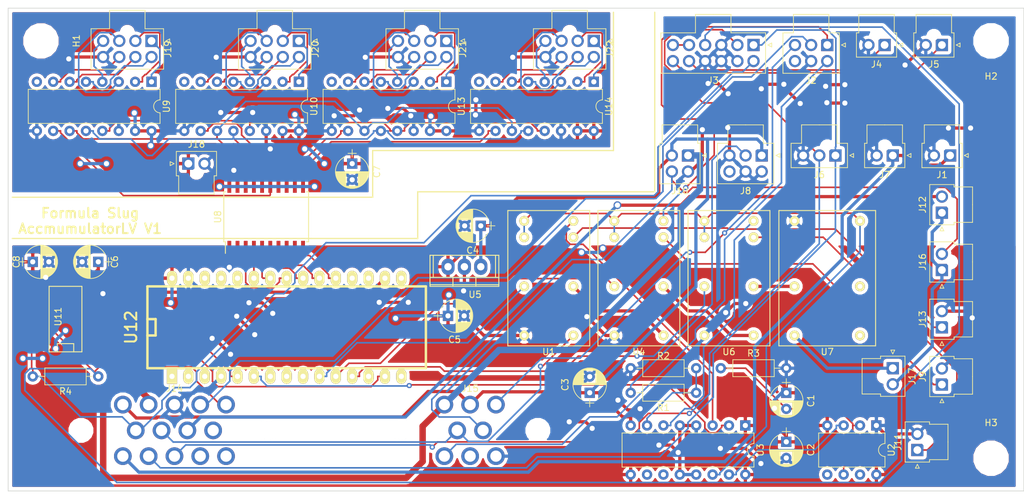
<source format=kicad_pcb>
(kicad_pcb (version 4) (host pcbnew 4.0.7)
  (layers (0 F.Cu signal) (31 B.Cu signal) (34 B.Paste user) (35 F.Paste user) (36 B.SilkS user) (37 F.SilkS user) (38 B.Mask user) (39 F.Mask user) (44 Edge.Cuts user))
  (net 0 "")
  (net 1 +5V)
  (net 2 "Net-(C1-Pad2)")
  (net 3 GND)
  (net 4 +12V)
  (net 5 +3V3)
  (net 6 /3.3V_TS)
  (net 7 /BATT-)
  (net 8 /AIRS_FINAL)
  (net 9 /BMS_FLT)
  (net 10 /V_L)
  (net 11 /V_S)
  (net 12 /5V_BMS)
  (net 13 /SIG_CURRENT)
  (net 14 /CAN_H)
  (net 15 "Net-(J3-Pad5)")
  (net 16 /CAN_L)
  (net 17 /BMS_TX)
  (net 18 /BMS_RX)
  (net 19 /IMD_FLT)
  (net 20 /BMS_RESET)
  (net 21 /12V_SRC)
  (net 22 /AIRS_FINAL_CHARGER)
  (net 23 /IMD_RESET)
  (net 24 /AIRS_RELAYS_OUT)
  (net 25 /AIRS_ACC_OUT)
  (net 26 /TEMP_RESET)
  (net 27 /AIRS_CHARGER_OUT)
  (net 28 "Net-(J19-Pad1)")
  (net 29 "Net-(J19-Pad2)")
  (net 30 "Net-(J19-Pad3)")
  (net 31 "Net-(J19-Pad4)")
  (net 32 "Net-(J19-Pad5)")
  (net 33 "Net-(J19-Pad6)")
  (net 34 "Net-(J19-Pad7)")
  (net 35 "Net-(J20-Pad1)")
  (net 36 "Net-(J20-Pad2)")
  (net 37 "Net-(J20-Pad3)")
  (net 38 "Net-(J20-Pad4)")
  (net 39 "Net-(J20-Pad5)")
  (net 40 "Net-(J20-Pad6)")
  (net 41 "Net-(J20-Pad7)")
  (net 42 "Net-(J21-Pad1)")
  (net 43 "Net-(J21-Pad2)")
  (net 44 "Net-(J21-Pad3)")
  (net 45 "Net-(J21-Pad4)")
  (net 46 "Net-(J21-Pad5)")
  (net 47 "Net-(J21-Pad6)")
  (net 48 "Net-(J21-Pad7)")
  (net 49 "Net-(J22-Pad1)")
  (net 50 "Net-(J22-Pad2)")
  (net 51 "Net-(J22-Pad3)")
  (net 52 "Net-(J22-Pad4)")
  (net 53 "Net-(J22-Pad5)")
  (net 54 "Net-(J22-Pad6)")
  (net 55 "Net-(J22-Pad7)")
  (net 56 /IMD_FLT_5)
  (net 57 /TIMER_H)
  (net 58 /TEMP_FLT_LATCHED)
  (net 59 /TEMP_FLT_H)
  (net 60 /TIMER)
  (net 61 /IMD_FLT_H)
  (net 62 /BMS_FLT_LATCHED)
  (net 63 /IMD_FLT_LATCHED)
  (net 64 "Net-(U12-Pad23)")
  (net 65 "Net-(U12-Pad25)")
  (net 66 "Net-(U12-Pad24)")
  (net 67 "Net-(U12-Pad22)")
  (net 68 "Net-(U12-Pad21)")
  (net 69 "Net-(U12-Pad20)")
  (net 70 /TEMP_SS_3)
  (net 71 /TEMP_SS_2)
  (net 72 /TEMP_SS_1)
  (net 73 /TEMP_SS_0)
  (net 74 /TEMP_SSO)
  (net 75 /TEMP_SSI)
  (net 76 /SCLK)
  (net 77 "Net-(U11-Pad2)")
  (net 78 "Net-(U11-Pad3)")
  (net 79 /TEMP_FLT)
  (net 80 /CHARGER_CONTROL)
  (net 81 /AIRS_LID_OUT)
  (net 82 /AIRS_TEMP_OUT)
  (net 83 /AIRS_BMS_OUT)
  (net 84 /AIRS_IMD_OUT)
  (module Connectors_Molex:Molex_NanoFit_2x04x2.50mm_Straight (layer F.Cu) (at 131.064 88.138 180)
    (fp_text reference J22 (at -2.54 -1.27 270) (layer F.SilkS))
    (fp_text value "Chip 4")
    (pad 1 thru_hole rect (at 0 0 180) (size 1.9 1.9) (drill 1.2) (layers *.Cu *.Mask) (net 49 "Net-(J22-Pad1)"))
    (pad 2 thru_hole circle (at 2.5 0 180) (size 1.9 1.9) (drill 1.2) (layers *.Cu *.Mask) (net 50 "Net-(J22-Pad2)"))
    (pad 3 thru_hole circle (at 5 0 180) (size 1.9 1.9) (drill 1.2) (layers *.Cu *.Mask) (net 51 "Net-(J22-Pad3)"))
    (pad 4 thru_hole circle (at 7.5 0 180) (size 1.9 1.9) (drill 1.2) (layers *.Cu *.Mask) (net 52 "Net-(J22-Pad4)"))
    (pad 5 thru_hole circle (at 0 -2.5 180) (size 1.9 1.9) (drill 1.2) (layers *.Cu *.Mask) (net 53 "Net-(J22-Pad5)"))
    (pad 6 thru_hole circle (at 2.5 -2.5 180) (size 1.9 1.9) (drill 1.2) (layers *.Cu *.Mask) (net 54 "Net-(J22-Pad6)"))
    (pad 7 thru_hole circle (at 5 -2.5 180) (size 1.9 1.9) (drill 1.2) (layers *.Cu *.Mask) (net 55 "Net-(J22-Pad7)"))
    (pad 8 thru_hole circle (at 7.5 -2.5 180) (size 1.9 1.9) (drill 1.2) (layers *.Cu *.Mask) (net 7 /BATT-))
    (pad "" np_thru_hole circle (at 3.75 1.34 180) (size 1.3 1.3) (drill 1.3) (layers *.Cu *.Mask))
  )
  (module Connectors_Molex:Molex_NanoFit_2x04x2.50mm_Straight (layer F.Cu) (at 108.204 88.138 180)
    (fp_text reference J21 (at -2.54 -1.27 270) (layer F.SilkS))
    (fp_text value "Chip 3")
    (pad 1 thru_hole rect (at 0 0 180) (size 1.9 1.9) (drill 1.2) (layers *.Cu *.Mask) (net 42 "Net-(J21-Pad1)"))
    (pad 2 thru_hole circle (at 2.5 0 180) (size 1.9 1.9) (drill 1.2) (layers *.Cu *.Mask) (net 43 "Net-(J21-Pad2)"))
    (pad 3 thru_hole circle (at 5 0 180) (size 1.9 1.9) (drill 1.2) (layers *.Cu *.Mask) (net 44 "Net-(J21-Pad3)"))
    (pad 4 thru_hole circle (at 7.5 0 180) (size 1.9 1.9) (drill 1.2) (layers *.Cu *.Mask) (net 45 "Net-(J21-Pad4)"))
    (pad 5 thru_hole circle (at 0 -2.5 180) (size 1.9 1.9) (drill 1.2) (layers *.Cu *.Mask) (net 46 "Net-(J21-Pad5)"))
    (pad 6 thru_hole circle (at 2.5 -2.5 180) (size 1.9 1.9) (drill 1.2) (layers *.Cu *.Mask) (net 47 "Net-(J21-Pad6)"))
    (pad 7 thru_hole circle (at 5 -2.5 180) (size 1.9 1.9) (drill 1.2) (layers *.Cu *.Mask) (net 48 "Net-(J21-Pad7)"))
    (pad 8 thru_hole circle (at 7.5 -2.5 180) (size 1.9 1.9) (drill 1.2) (layers *.Cu *.Mask) (net 7 /BATT-))
    (pad "" np_thru_hole circle (at 3.75 1.34 180) (size 1.3 1.3) (drill 1.3) (layers *.Cu *.Mask))
  )
  (module Connectors_Molex:Molex_NanoFit_2x04x2.50mm_Straight (layer F.Cu) (at 85.344 88.138 180)
    (fp_text reference J20 (at -2.54 -1.27 270) (layer F.SilkS))
    (fp_text value "Chip 2")
    (pad 1 thru_hole rect (at 0 0 180) (size 1.9 1.9) (drill 1.2) (layers *.Cu *.Mask) (net 35 "Net-(J20-Pad1)"))
    (pad 2 thru_hole circle (at 2.5 0 180) (size 1.9 1.9) (drill 1.2) (layers *.Cu *.Mask) (net 36 "Net-(J20-Pad2)"))
    (pad 3 thru_hole circle (at 5 0 180) (size 1.9 1.9) (drill 1.2) (layers *.Cu *.Mask) (net 37 "Net-(J20-Pad3)"))
    (pad 4 thru_hole circle (at 7.5 0 180) (size 1.9 1.9) (drill 1.2) (layers *.Cu *.Mask) (net 38 "Net-(J20-Pad4)"))
    (pad 5 thru_hole circle (at 0 -2.5 180) (size 1.9 1.9) (drill 1.2) (layers *.Cu *.Mask) (net 39 "Net-(J20-Pad5)"))
    (pad 6 thru_hole circle (at 2.5 -2.5 180) (size 1.9 1.9) (drill 1.2) (layers *.Cu *.Mask) (net 40 "Net-(J20-Pad6)"))
    (pad 7 thru_hole circle (at 5 -2.5 180) (size 1.9 1.9) (drill 1.2) (layers *.Cu *.Mask) (net 41 "Net-(J20-Pad7)"))
    (pad 8 thru_hole circle (at 7.5 -2.5 180) (size 1.9 1.9) (drill 1.2) (layers *.Cu *.Mask) (net 7 /BATT-))
    (pad "" np_thru_hole circle (at 3.75 1.34 180) (size 1.3 1.3) (drill 1.3) (layers *.Cu *.Mask))
  )
  (module Connectors_Molex:Molex_NanoFit_2x04x2.50mm_Straight (layer F.Cu) (at 62.484 88.138 180)
    (fp_text reference J19 (at -2.54 -1.27 270) (layer F.SilkS))
    (fp_text value "Chip 1")
    (pad 1 thru_hole rect (at 0 0 180) (size 1.9 1.9) (drill 1.2) (layers *.Cu *.Mask) (net 28 "Net-(J19-Pad1)"))
    (pad 2 thru_hole circle (at 2.5 0 180) (size 1.9 1.9) (drill 1.2) (layers *.Cu *.Mask) (net 29 "Net-(J19-Pad2)"))
    (pad 3 thru_hole circle (at 5 0 180) (size 1.9 1.9) (drill 1.2) (layers *.Cu *.Mask) (net 30 "Net-(J19-Pad3)"))
    (pad 4 thru_hole circle (at 7.5 0 180) (size 1.9 1.9) (drill 1.2) (layers *.Cu *.Mask) (net 31 "Net-(J19-Pad4)"))
    (pad 5 thru_hole circle (at 0 -2.5 180) (size 1.9 1.9) (drill 1.2) (layers *.Cu *.Mask) (net 32 "Net-(J19-Pad5)"))
    (pad 6 thru_hole circle (at 2.5 -2.5 180) (size 1.9 1.9) (drill 1.2) (layers *.Cu *.Mask) (net 33 "Net-(J19-Pad6)"))
    (pad 7 thru_hole circle (at 5 -2.5 180) (size 1.9 1.9) (drill 1.2) (layers *.Cu *.Mask) (net 34 "Net-(J19-Pad7)"))
    (pad 8 thru_hole circle (at 7.5 -2.5 180) (size 1.9 1.9) (drill 1.2) (layers *.Cu *.Mask) (net 7 /BATT-))
    (pad "" np_thru_hole circle (at 3.75 1.34 180) (size 1.3 1.3) (drill 1.3) (layers *.Cu *.Mask))
  )
  (module Mounting_Holes:MountingHole_4.5mm (layer F.Cu) (at 192.659 152.908)
    (fp_text reference H3 (at 0 -5.5) (layer F.SilkS))
    (fp_text value MtngHole)
    (pad 1 np_thru_hole circle (at 0 0) (size 4.5 4.5) (drill 4.5) (layers *.Cu *.Mask))
  )
  (module Mounting_Holes:MountingHole_4.5mm (layer F.Cu) (at 192.659 88.138 180)
    (fp_text reference H2 (at 0 -5.5 180) (layer F.SilkS))
    (fp_text value MtngHole)
    (pad 1 np_thru_hole circle (at 0 0 180) (size 4.5 4.5) (drill 4.5) (layers *.Cu *.Mask))
  )
  (module Mounting_Holes:MountingHole_4.5mm (layer F.Cu) (at 45.339 88.138 270)
    (fp_text reference H1 (at 0 -5.5 270) (layer F.SilkS))
    (fp_text value MtngHole)
    (pad 1 np_thru_hole circle (at 0 0 270) (size 4.5 4.5) (drill 4.5) (layers *.Cu *.Mask))
  )
  (module Connectors_Molex:Molex_NanoFit_2x03x2.50mm_Straight (layer F.Cu) (at 157.099 105.918 180)
    (fp_text reference J8 (at 2.5 -5.5 180) (layer F.SilkS))
    (fp_text value "IMD LV")
    (pad 1 thru_hole rect (at 0 0 180) (size 1.9 1.9) (drill 1.2) (layers *.Cu *.Mask) (net 4 +12V))
    (pad 2 thru_hole circle (at 2.5 0 180) (size 1.9 1.9) (drill 1.2) (layers *.Cu *.Mask) (net 19 /IMD_FLT))
    (pad 3 thru_hole circle (at 5 0 180) (size 1.9 1.9) (drill 1.2) (layers *.Cu *.Mask) (net 3 GND))
    (pad 4 thru_hole circle (at 0 -2.5 180) (size 1.9 1.9) (drill 1.2) (layers *.Cu *.Mask) (net 3 GND))
    (pad 5 thru_hole circle (at 2.5 -2.5 180) (size 1.9 1.9) (drill 1.2) (layers *.Cu *.Mask) (net 3 GND))
    (pad 6 thru_hole circle (at 5 -2.5 180) (size 1.9 1.9) (drill 1.2) (layers *.Cu *.Mask))
    (pad "" np_thru_hole circle (at 1.25 1.34 180) (size 1.3 1.3) (drill 1.3) (layers *.Cu *.Mask))
  )
  (module Resistors_THT:R_Axial_DIN0207_L6.3mm_D2.5mm_P10.16mm_Horizontal (layer F.Cu) (at 54.229 140.208 180)
    (fp_text reference R4 (at 5.08 -2.31 180) (layer F.SilkS))
    (fp_text value 120)
    (pad 1 thru_hole circle (at 0 0 180) (size 1.6 1.6) (drill 0.8) (layers *.Cu *.Mask) (net 14 /CAN_H))
    (pad 2 thru_hole oval (at 10.16 0 180) (size 1.6 1.6) (drill 0.8) (layers *.Cu *.Mask) (net 16 /CAN_L))
  )
  (module Resistors_THT:R_Axial_DIN0207_L6.3mm_D2.5mm_P10.16mm_Horizontal (layer F.Cu) (at 150.749 138.938)
    (fp_text reference R3 (at 5.08 -2.31) (layer F.SilkS))
    (fp_text value 470kR)
    (pad 1 thru_hole circle (at 0 0) (size 1.6 1.6) (drill 0.8) (layers *.Cu *.Mask) (net 2 "Net-(C1-Pad2)"))
    (pad 2 thru_hole oval (at 10.16 0) (size 1.6 1.6) (drill 0.8) (layers *.Cu *.Mask) (net 3 GND))
  )
  (module Resistors_THT:R_Axial_DIN0207_L6.3mm_D2.5mm_P10.16mm_Horizontal (layer F.Cu) (at 146.939 138.938 180)
    (fp_text reference R2 (at 5.08 1.905 180) (layer F.SilkS))
    (fp_text value 1.1kR)
    (pad 1 thru_hole circle (at 0 0 180) (size 1.6 1.6) (drill 0.8) (layers *.Cu *.Mask) (net 56 /IMD_FLT_5))
    (pad 2 thru_hole oval (at 10.16 0 180) (size 1.6 1.6) (drill 0.8) (layers *.Cu *.Mask) (net 3 GND))
  )
  (module Resistors_THT:R_Axial_DIN0207_L6.3mm_D2.5mm_P10.16mm_Horizontal (layer F.Cu) (at 146.939 142.748 180)
    (fp_text reference R1 (at 5.08 -2.31 180) (layer F.SilkS))
    (fp_text value 1.1kR)
    (pad 1 thru_hole circle (at 0 0 180) (size 1.6 1.6) (drill 0.8) (layers *.Cu *.Mask) (net 56 /IMD_FLT_5))
    (pad 2 thru_hole oval (at 10.16 0 180) (size 1.6 1.6) (drill 0.8) (layers *.Cu *.Mask) (net 19 /IMD_FLT))
  )
  (module Connectors_Molex:Molex_NanoFit_2x02x2.50mm_Straight (layer F.Cu) (at 145.669 105.918 180)
    (fp_text reference J10 (at 1.25 -5.5 180) (layer F.SilkS))
    (fp_text value "To HV Board")
    (pad 1 thru_hole rect (at 0 0 180) (size 1.9 1.9) (drill 1.2) (layers *.Cu *.Mask) (net 21 /12V_SRC))
    (pad 2 thru_hole circle (at 2.5 0 180) (size 1.9 1.9) (drill 1.2) (layers *.Cu *.Mask) (net 4 +12V))
    (pad 3 thru_hole circle (at 0 -2.5 180) (size 1.9 1.9) (drill 1.2) (layers *.Cu *.Mask) (net 3 GND))
    (pad 4 thru_hole circle (at 2.5 -2.5 180) (size 1.9 1.9) (drill 1.2) (layers *.Cu *.Mask) (net 22 /AIRS_FINAL_CHARGER))
    (pad "" np_thru_hole circle (at 1.25 1.34 180) (size 1.3 1.3) (drill 1.3) (layers *.Cu *.Mask))
  )
  (module Connectors_Molex:Molex_NanoFit_2x03x2.50mm_Straight (layer F.Cu) (at 167.259 88.773 180)
    (fp_text reference J2 (at 2.5 -5.5 180) (layer F.SilkS))
    (fp_text value "BMS Connector 1")
    (pad 1 thru_hole rect (at 0 0 180) (size 1.9 1.9) (drill 1.2) (layers *.Cu *.Mask) (net 9 /BMS_FLT))
    (pad 2 thru_hole circle (at 2.5 0 180) (size 1.9 1.9) (drill 1.2) (layers *.Cu *.Mask) (net 10 /V_L))
    (pad 3 thru_hole circle (at 5 0 180) (size 1.9 1.9) (drill 1.2) (layers *.Cu *.Mask) (net 11 /V_S))
    (pad 4 thru_hole circle (at 0 -2.5 180) (size 1.9 1.9) (drill 1.2) (layers *.Cu *.Mask) (net 80 /CHARGER_CONTROL))
    (pad 5 thru_hole circle (at 2.5 -2.5 180) (size 1.9 1.9) (drill 1.2) (layers *.Cu *.Mask) (net 3 GND))
    (pad 6 thru_hole circle (at 5 -2.5 180) (size 1.9 1.9) (drill 1.2) (layers *.Cu *.Mask))
    (pad "" np_thru_hole circle (at 1.25 1.34 180) (size 1.3 1.3) (drill 1.3) (layers *.Cu *.Mask))
  )
  (module Capacitors_THT:CP_Radial_D5.0mm_P2.50mm (layer F.Cu) (at 44.069 122.428)
    (fp_text reference C8 (at -2.54 0 90) (layer F.SilkS))
    (fp_text value CP)
    (pad 1 thru_hole rect (at 0 0) (size 1.6 1.6) (drill 0.8) (layers *.Cu *.Mask) (net 1 +5V))
    (pad 2 thru_hole circle (at 2.5 0) (size 1.6 1.6) (drill 0.8) (layers *.Cu *.Mask) (net 3 GND))
  )
  (module Capacitors_THT:CP_Radial_D5.0mm_P2.50mm (layer F.Cu) (at 93.599 107.188 270)
    (fp_text reference C7 (at 1.25 -3.81 270) (layer F.SilkS))
    (fp_text value C)
    (pad 1 thru_hole rect (at 0 0 270) (size 1.6 1.6) (drill 0.8) (layers *.Cu *.Mask) (net 6 /3.3V_TS))
    (pad 2 thru_hole circle (at 2.5 0 270) (size 1.6 1.6) (drill 0.8) (layers *.Cu *.Mask) (net 7 /BATT-))
  )
  (module Capacitors_THT:CP_Radial_D5.0mm_P2.50mm (layer F.Cu) (at 54.229 122.428 180)
    (fp_text reference C6 (at -2.54 0 270) (layer F.SilkS))
    (fp_text value CP)
    (pad 1 thru_hole rect (at 0 0 180) (size 1.6 1.6) (drill 0.8) (layers *.Cu *.Mask) (net 5 +3V3))
    (pad 2 thru_hole circle (at 2.5 0 180) (size 1.6 1.6) (drill 0.8) (layers *.Cu *.Mask) (net 3 GND))
  )
  (module Capacitors_THT:CP_Radial_D5.0mm_P2.50mm (layer F.Cu) (at 108.458 130.81)
    (fp_text reference C5 (at 1.016 3.683) (layer F.SilkS))
    (fp_text value 10uF)
    (pad 1 thru_hole rect (at 0 0) (size 1.6 1.6) (drill 0.8) (layers *.Cu *.Mask) (net 1 +5V))
    (pad 2 thru_hole circle (at 2.5 0) (size 1.6 1.6) (drill 0.8) (layers *.Cu *.Mask) (net 3 GND))
  )
  (module Capacitors_THT:CP_Radial_D5.0mm_P2.50mm (layer F.Cu) (at 113.538 116.84 180)
    (fp_text reference C4 (at 1.25 -3.81 180) (layer F.SilkS))
    (fp_text value 10uF)
    (pad 1 thru_hole rect (at 0 0 180) (size 1.6 1.6) (drill 0.8) (layers *.Cu *.Mask) (net 4 +12V))
    (pad 2 thru_hole circle (at 2.5 0 180) (size 1.6 1.6) (drill 0.8) (layers *.Cu *.Mask) (net 3 GND))
  )
  (module Capacitors_THT:CP_Radial_D5.0mm_P2.50mm (layer F.Cu) (at 130.429 142.748 90)
    (fp_text reference C3 (at 1.25 -3.81 90) (layer F.SilkS))
    (fp_text value 10uF)
    (pad 1 thru_hole rect (at 0 0 90) (size 1.6 1.6) (drill 0.8) (layers *.Cu *.Mask) (net 4 +12V))
    (pad 2 thru_hole circle (at 2.5 0 90) (size 1.6 1.6) (drill 0.8) (layers *.Cu *.Mask) (net 3 GND))
  )
  (module Capacitors_THT:CP_Radial_D5.0mm_P2.50mm (layer F.Cu) (at 160.909 150.368 270)
    (fp_text reference C2 (at 1.25 -3.81 270) (layer F.SilkS))
    (fp_text value 0.47uF)
    (pad 1 thru_hole rect (at 0 0 270) (size 1.6 1.6) (drill 0.8) (layers *.Cu *.Mask) (net 1 +5V))
    (pad 2 thru_hole circle (at 2.5 0 270) (size 1.6 1.6) (drill 0.8) (layers *.Cu *.Mask) (net 3 GND))
  )
  (module Capacitors_THT:CP_Radial_D5.0mm_P2.50mm (layer F.Cu) (at 160.909 142.748 270)
    (fp_text reference C1 (at 1.25 -3.81 270) (layer F.SilkS))
    (fp_text value 10uF)
    (pad 1 thru_hole rect (at 0 0 270) (size 1.6 1.6) (drill 0.8) (layers *.Cu *.Mask) (net 1 +5V))
    (pad 2 thru_hole circle (at 2.5 0 270) (size 1.6 1.6) (drill 0.8) (layers *.Cu *.Mask) (net 2 "Net-(C1-Pad2)"))
  )
  (module Connectors_Molex:Molex_NanoFit_1x02x2.50mm_Straight (layer F.Cu) (at 186.309 105.918 180)
    (fp_text reference J1 (at 1.25 -3 180) (layer F.SilkS))
    (fp_text value "Contactor 1")
    (pad 1 thru_hole rect (at 0 0 180) (size 1.9 1.9) (drill 1.2) (layers *.Cu *.Mask) (net 8 /AIRS_FINAL))
    (pad 2 thru_hole circle (at 2.5 0 180) (size 1.9 1.9) (drill 1.2) (layers *.Cu *.Mask) (net 3 GND))
    (pad "" np_thru_hole circle (at 1.25 1.34 180) (size 1.3 1.3) (drill 1.3) (layers *.Cu *.Mask))
  )
  (module Connectors_Molex:Molex_NanoFit_2x06x2.50mm_Straight (layer F.Cu) (at 155.829 88.773 180)
    (fp_text reference J3 (at 6.25 -5.5 180) (layer F.SilkS))
    (fp_text value "BMS Connector 2")
    (pad 1 thru_hole rect (at 0 0 180) (size 1.9 1.9) (drill 1.2) (layers *.Cu *.Mask) (net 12 /5V_BMS))
    (pad 2 thru_hole circle (at 2.5 0 180) (size 1.9 1.9) (drill 1.2) (layers *.Cu *.Mask) (net 13 /SIG_CURRENT))
    (pad 3 thru_hole circle (at 5 0 180) (size 1.9 1.9) (drill 1.2) (layers *.Cu *.Mask) (net 3 GND))
    (pad 4 thru_hole circle (at 7.5 0 180) (size 1.9 1.9) (drill 1.2) (layers *.Cu *.Mask) (net 14 /CAN_H))
    (pad 5 thru_hole circle (at 10 0 180) (size 1.9 1.9) (drill 1.2) (layers *.Cu *.Mask) (net 15 "Net-(J3-Pad5)"))
    (pad 6 thru_hole circle (at 12.5 0 180) (size 1.9 1.9) (drill 1.2) (layers *.Cu *.Mask) (net 15 "Net-(J3-Pad5)"))
    (pad 7 thru_hole circle (at 0 -2.5 180) (size 1.9 1.9) (drill 1.2) (layers *.Cu *.Mask) (net 16 /CAN_L))
    (pad 8 thru_hole circle (at 2.5 -2.5 180) (size 1.9 1.9) (drill 1.2) (layers *.Cu *.Mask) (net 3 GND))
    (pad 9 thru_hole circle (at 5 -2.5 180) (size 1.9 1.9) (drill 1.2) (layers *.Cu *.Mask) (net 3 GND))
    (pad 10 thru_hole circle (at 7.5 -2.5 180) (size 1.9 1.9) (drill 1.2) (layers *.Cu *.Mask) (net 3 GND))
    (pad 11 thru_hole circle (at 10 -2.5 180) (size 1.9 1.9) (drill 1.2) (layers *.Cu *.Mask) (net 17 /BMS_TX))
    (pad 12 thru_hole circle (at 12.5 -2.5 180) (size 1.9 1.9) (drill 1.2) (layers *.Cu *.Mask) (net 18 /BMS_RX))
    (pad "" np_thru_hole circle (at 6.25 1.34 180) (size 1.3 1.3) (drill 1.3) (layers *.Cu *.Mask))
  )
  (module Connectors_Molex:Molex_NanoFit_1x02x2.50mm_Straight (layer F.Cu) (at 176.149 88.773 180)
    (fp_text reference J4 (at 1.25 -3 180) (layer F.SilkS))
    (fp_text value "BMS TX")
    (pad 1 thru_hole rect (at 0 0 180) (size 1.9 1.9) (drill 1.2) (layers *.Cu *.Mask) (net 17 /BMS_TX))
    (pad 2 thru_hole circle (at 2.5 0 180) (size 1.9 1.9) (drill 1.2) (layers *.Cu *.Mask) (net 3 GND))
    (pad "" np_thru_hole circle (at 1.25 1.34 180) (size 1.3 1.3) (drill 1.3) (layers *.Cu *.Mask))
  )
  (module Connectors_Molex:Molex_NanoFit_1x02x2.50mm_Straight (layer F.Cu) (at 185.039 88.773 180)
    (fp_text reference J5 (at 1.25 -3 180) (layer F.SilkS))
    (fp_text value "BMS RX")
    (pad 1 thru_hole rect (at 0 0 180) (size 1.9 1.9) (drill 1.2) (layers *.Cu *.Mask) (net 18 /BMS_RX))
    (pad 2 thru_hole circle (at 2.5 0 180) (size 1.9 1.9) (drill 1.2) (layers *.Cu *.Mask) (net 3 GND))
    (pad "" np_thru_hole circle (at 1.25 1.34 180) (size 1.3 1.3) (drill 1.3) (layers *.Cu *.Mask))
  )
  (module Connectors_Molex:Molex_NanoFit_1x03x2.50mm_Straight (layer F.Cu) (at 168.529 105.918 180)
    (fp_text reference J6 (at 2.5 -3 180) (layer F.SilkS))
    (fp_text value "Current Sensor")
    (pad 1 thru_hole rect (at 0 0 180) (size 1.9 1.9) (drill 1.2) (layers *.Cu *.Mask) (net 12 /5V_BMS))
    (pad 2 thru_hole circle (at 2.5 0 180) (size 1.9 1.9) (drill 1.2) (layers *.Cu *.Mask) (net 13 /SIG_CURRENT))
    (pad 3 thru_hole circle (at 5 0 180) (size 1.9 1.9) (drill 1.2) (layers *.Cu *.Mask) (net 3 GND))
    (pad "" np_thru_hole circle (at 1.25 1.34 180) (size 1.3 1.3) (drill 1.3) (layers *.Cu *.Mask))
  )
  (module Connectors_Molex:Molex_NanoFit_1x02x2.50mm_Straight (layer F.Cu) (at 177.419 105.918 180)
    (fp_text reference J7 (at 1.25 -3 180) (layer F.SilkS))
    (fp_text value "Contactor 2")
    (pad 1 thru_hole rect (at 0 0 180) (size 1.9 1.9) (drill 1.2) (layers *.Cu *.Mask) (net 8 /AIRS_FINAL))
    (pad 2 thru_hole circle (at 2.5 0 180) (size 1.9 1.9) (drill 1.2) (layers *.Cu *.Mask) (net 3 GND))
    (pad "" np_thru_hole circle (at 1.25 1.34 180) (size 1.3 1.3) (drill 1.3) (layers *.Cu *.Mask))
  )
  (module Connectors_Molex:Molex_NanoFit_1x02x2.50mm_Straight (layer F.Cu) (at 185.039 141.478 90)
    (fp_text reference J9 (at 1.25 -3 90) (layer F.SilkS))
    (fp_text value "BMS Reset")
    (pad 1 thru_hole rect (at 0 0 90) (size 1.9 1.9) (drill 1.2) (layers *.Cu *.Mask) (net 20 /BMS_RESET))
    (pad 2 thru_hole circle (at 2.5 0 90) (size 1.9 1.9) (drill 1.2) (layers *.Cu *.Mask) (net 3 GND))
    (pad "" np_thru_hole circle (at 1.25 1.34 90) (size 1.3 1.3) (drill 1.3) (layers *.Cu *.Mask))
  )
  (module Connectors_Molex:Molex_NanoFit_1x02x2.50mm_Straight (layer F.Cu) (at 181.229 151.638 90)
    (fp_text reference J11 (at 1.25 -3 90) (layer F.SilkS))
    (fp_text value "IMD Reset")
    (pad 1 thru_hole rect (at 0 0 90) (size 1.9 1.9) (drill 1.2) (layers *.Cu *.Mask) (net 23 /IMD_RESET))
    (pad 2 thru_hole circle (at 2.5 0 90) (size 1.9 1.9) (drill 1.2) (layers *.Cu *.Mask) (net 3 GND))
    (pad "" np_thru_hole circle (at 1.25 1.34 90) (size 1.3 1.3) (drill 1.3) (layers *.Cu *.Mask))
  )
  (module Connectors_Molex:Molex_NanoFit_1x02x2.50mm_Straight (layer F.Cu) (at 185.039 114.808 90)
    (fp_text reference J12 (at 1.25 -3 90) (layer F.SilkS))
    (fp_text value "TS Interlock")
    (pad 1 thru_hole rect (at 0 0 90) (size 1.9 1.9) (drill 1.2) (layers *.Cu *.Mask) (net 81 /AIRS_LID_OUT))
    (pad 2 thru_hole circle (at 2.5 0 90) (size 1.9 1.9) (drill 1.2) (layers *.Cu *.Mask) (net 25 /AIRS_ACC_OUT))
    (pad "" np_thru_hole circle (at 1.25 1.34 90) (size 1.3 1.3) (drill 1.3) (layers *.Cu *.Mask))
  )
  (module Connectors_Molex:Molex_NanoFit_1x02x2.50mm_Straight (layer F.Cu) (at 185.039 132.588 90)
    (fp_text reference J13 (at 1.25 -3 90) (layer F.SilkS))
    (fp_text value "Temp Reset")
    (pad 1 thru_hole rect (at 0 0 90) (size 1.9 1.9) (drill 1.2) (layers *.Cu *.Mask) (net 26 /TEMP_RESET))
    (pad 2 thru_hole circle (at 2.5 0 90) (size 1.9 1.9) (drill 1.2) (layers *.Cu *.Mask) (net 3 GND))
    (pad "" np_thru_hole circle (at 1.25 1.34 90) (size 1.3 1.3) (drill 1.3) (layers *.Cu *.Mask))
  )
  (module "FSFootprints:Ampseal - 8 pin" (layer F.Cu) (at 111.887 148.59)
    (fp_text reference J15 (at 0 -6.5) (layer F.SilkS))
    (fp_text value "Charger LV")
    (pad "" np_thru_hole circle (at -10.5 0) (size 2.85 2.85) (drill 2.85) (layers *.Cu *.Mask))
    (pad 6 thru_hole circle (at -4 4) (size 2.75 2.75) (drill 1.75) (layers *.Cu *.Mask) (net 80 /CHARGER_CONTROL))
    (pad 7 thru_hole circle (at 0 4) (size 2.75 2.75) (drill 1.75) (layers *.Cu *.Mask))
    (pad 8 thru_hole circle (at 4 4) (size 2.75 2.75) (drill 1.75) (layers *.Cu *.Mask) (net 3 GND))
    (pad 3 thru_hole circle (at 4 -4) (size 2.75 2.75) (drill 1.75) (layers *.Cu *.Mask) (net 11 /V_S))
    (pad 1 thru_hole circle (at -4 -4) (size 2.75 2.75) (drill 1.75) (layers *.Cu *.Mask) (net 21 /12V_SRC))
    (pad 2 thru_hole circle (at 0 -4) (size 2.75 2.75) (drill 1.75) (layers *.Cu *.Mask) (net 4 +12V))
    (pad 5 thru_hole circle (at 2 0) (size 2.75 2.75) (drill 1.75) (layers *.Cu *.Mask) (net 22 /AIRS_FINAL_CHARGER))
    (pad 4 thru_hole circle (at -2 0) (size 2.75 2.75) (drill 1.75) (layers *.Cu *.Mask) (net 27 /AIRS_CHARGER_OUT))
    (pad "" np_thru_hole circle (at 10.5 0) (size 2.85 2.85) (drill 2.85) (layers *.Cu *.Mask))
  )
  (module Connectors_Molex:Molex_NanoFit_1x02x2.50mm_Straight (layer F.Cu) (at 185.039 123.698 90)
    (fp_text reference J16 (at 1.25 -3 90) (layer F.SilkS))
    (fp_text value "Charger Interlock")
    (pad 1 thru_hole rect (at 0 0 90) (size 1.9 1.9) (drill 1.2) (layers *.Cu *.Mask) (net 81 /AIRS_LID_OUT))
    (pad 2 thru_hole circle (at 2.5 0 90) (size 1.9 1.9) (drill 1.2) (layers *.Cu *.Mask) (net 22 /AIRS_FINAL_CHARGER))
    (pad "" np_thru_hole circle (at 1.25 1.34 90) (size 1.3 1.3) (drill 1.3) (layers *.Cu *.Mask))
  )
  (module Connectors_Molex:Molex_NanoFit_1x02x2.50mm_Straight (layer F.Cu) (at 177.419 138.938 270)
    (fp_text reference J17 (at 1.25 -3 270) (layer F.SilkS))
    (fp_text value "Lid Interlock")
    (pad 1 thru_hole rect (at 0 0 270) (size 1.9 1.9) (drill 1.2) (layers *.Cu *.Mask) (net 24 /AIRS_RELAYS_OUT))
    (pad 2 thru_hole circle (at 2.5 0 270) (size 1.9 1.9) (drill 1.2) (layers *.Cu *.Mask) (net 81 /AIRS_LID_OUT))
    (pad "" np_thru_hole circle (at 1.25 1.34 270) (size 1.3 1.3) (drill 1.3) (layers *.Cu *.Mask))
  )
  (module Connectors_Molex:Molex_NanoFit_1x02x2.50mm_Straight (layer F.Cu) (at 68.199 107.188)
    (fp_text reference J18 (at 1.25 -3) (layer F.SilkS))
    (fp_text value "From HV Board")
    (pad 1 thru_hole rect (at 0 0) (size 1.9 1.9) (drill 1.2) (layers *.Cu *.Mask) (net 6 /3.3V_TS))
    (pad 2 thru_hole circle (at 2.5 0) (size 1.9 1.9) (drill 1.2) (layers *.Cu *.Mask) (net 7 /BATT-))
    (pad "" np_thru_hole circle (at 1.25 1.34) (size 1.3 1.3) (drill 1.3) (layers *.Cu *.Mask))
  )
  (module FSFootprints:DE1A1B-L2-12V (layer F.Cu) (at 120.269 126.238)
    (fp_text reference U1 (at 3.81 10.16) (layer F.SilkS))
    (fp_text value DE1A1B-L2-12V)
    (pad 7 thru_hole circle (at 7.62 -7.62) (size 1.524 1.524) (drill 0.762) (layers *.Cu *.Mask F.SilkS) (net 26 /TEMP_RESET))
    (pad 2 thru_hole circle (at 0 -7.62) (size 1.524 1.524) (drill 0.762) (layers *.Cu *.Mask F.SilkS) (net 57 /TIMER_H))
    (pad 1 thru_hole circle (at 0 -10.16) (size 1.524 1.524) (drill 0.762) (layers *.Cu *.Mask F.SilkS) (net 57 /TIMER_H))
    (pad 3 thru_hole circle (at 0 0) (size 1.524 1.524) (drill 0.762) (layers *.Cu *.Mask F.SilkS) (net 58 /TEMP_FLT_LATCHED))
    (pad 4 thru_hole circle (at 0 7.62) (size 1.524 1.524) (drill 0.762) (layers *.Cu *.Mask F.SilkS) (net 3 GND))
    (pad 8 thru_hole circle (at 7.62 -10.16) (size 1.524 1.524) (drill 0.762) (layers *.Cu *.Mask F.SilkS) (net 59 /TEMP_FLT_H))
    (pad 6 thru_hole circle (at 7.62 0) (size 1.524 1.524) (drill 0.762) (layers *.Cu *.Mask F.SilkS) (net 82 /AIRS_TEMP_OUT))
    (pad 5 thru_hole circle (at 7.62 7.62) (size 1.524 1.524) (drill 0.762) (layers *.Cu *.Mask F.SilkS) (net 27 /AIRS_CHARGER_OUT))
  )
  (module Housings_DIP:DIP-8_W7.62mm (layer F.Cu) (at 174.879 147.828 270)
    (fp_text reference U2 (at 3.81 -2.33 270) (layer F.SilkS))
    (fp_text value LM555N)
    (pad 1 thru_hole rect (at 0 0 270) (size 1.6 1.6) (drill 0.8) (layers *.Cu *.Mask) (net 3 GND))
    (pad 5 thru_hole oval (at 7.62 7.62 270) (size 1.6 1.6) (drill 0.8) (layers *.Cu *.Mask))
    (pad 2 thru_hole oval (at 0 2.54 270) (size 1.6 1.6) (drill 0.8) (layers *.Cu *.Mask) (net 2 "Net-(C1-Pad2)"))
    (pad 6 thru_hole oval (at 7.62 5.08 270) (size 1.6 1.6) (drill 0.8) (layers *.Cu *.Mask) (net 2 "Net-(C1-Pad2)"))
    (pad 3 thru_hole oval (at 0 5.08 270) (size 1.6 1.6) (drill 0.8) (layers *.Cu *.Mask) (net 60 /TIMER))
    (pad 7 thru_hole oval (at 7.62 2.54 270) (size 1.6 1.6) (drill 0.8) (layers *.Cu *.Mask))
    (pad 4 thru_hole oval (at 0 7.62 270) (size 1.6 1.6) (drill 0.8) (layers *.Cu *.Mask) (net 1 +5V))
    (pad 8 thru_hole oval (at 7.62 0 270) (size 1.6 1.6) (drill 0.8) (layers *.Cu *.Mask) (net 1 +5V))
  )
  (module Housings_DIP:DIP-16_W7.62mm (layer F.Cu) (at 154.559 147.828 270)
    (fp_text reference U3 (at 3.81 -2.33 270) (layer F.SilkS))
    (fp_text value SN754410)
    (pad 1 thru_hole rect (at 0 0 270) (size 1.6 1.6) (drill 0.8) (layers *.Cu *.Mask) (net 1 +5V))
    (pad 9 thru_hole oval (at 7.62 17.78 270) (size 1.6 1.6) (drill 0.8) (layers *.Cu *.Mask) (net 1 +5V))
    (pad 2 thru_hole oval (at 0 2.54 270) (size 1.6 1.6) (drill 0.8) (layers *.Cu *.Mask) (net 79 /TEMP_FLT))
    (pad 10 thru_hole oval (at 7.62 15.24 270) (size 1.6 1.6) (drill 0.8) (layers *.Cu *.Mask))
    (pad 3 thru_hole oval (at 0 5.08 270) (size 1.6 1.6) (drill 0.8) (layers *.Cu *.Mask) (net 59 /TEMP_FLT_H))
    (pad 11 thru_hole oval (at 7.62 12.7 270) (size 1.6 1.6) (drill 0.8) (layers *.Cu *.Mask))
    (pad 4 thru_hole oval (at 0 7.62 270) (size 1.6 1.6) (drill 0.8) (layers *.Cu *.Mask) (net 3 GND))
    (pad 12 thru_hole oval (at 7.62 10.16 270) (size 1.6 1.6) (drill 0.8) (layers *.Cu *.Mask) (net 3 GND))
    (pad 5 thru_hole oval (at 0 10.16 270) (size 1.6 1.6) (drill 0.8) (layers *.Cu *.Mask) (net 3 GND))
    (pad 13 thru_hole oval (at 7.62 7.62 270) (size 1.6 1.6) (drill 0.8) (layers *.Cu *.Mask) (net 3 GND))
    (pad 6 thru_hole oval (at 0 12.7 270) (size 1.6 1.6) (drill 0.8) (layers *.Cu *.Mask) (net 61 /IMD_FLT_H))
    (pad 14 thru_hole oval (at 7.62 5.08 270) (size 1.6 1.6) (drill 0.8) (layers *.Cu *.Mask) (net 57 /TIMER_H))
    (pad 7 thru_hole oval (at 0 15.24 270) (size 1.6 1.6) (drill 0.8) (layers *.Cu *.Mask) (net 56 /IMD_FLT_5))
    (pad 15 thru_hole oval (at 7.62 2.54 270) (size 1.6 1.6) (drill 0.8) (layers *.Cu *.Mask) (net 60 /TIMER))
    (pad 8 thru_hole oval (at 0 17.78 270) (size 1.6 1.6) (drill 0.8) (layers *.Cu *.Mask) (net 4 +12V))
    (pad 16 thru_hole oval (at 7.62 0 270) (size 1.6 1.6) (drill 0.8) (layers *.Cu *.Mask) (net 1 +5V))
  )
  (module FSFootprints:DE1A1B-L2-12V (layer F.Cu) (at 134.239 126.238)
    (fp_text reference U4 (at 3.81 10.16) (layer F.SilkS))
    (fp_text value DE1A1B-L2-12V)
    (pad 7 thru_hole circle (at 7.62 -7.62) (size 1.524 1.524) (drill 0.762) (layers *.Cu *.Mask F.SilkS) (net 20 /BMS_RESET))
    (pad 2 thru_hole circle (at 0 -7.62) (size 1.524 1.524) (drill 0.762) (layers *.Cu *.Mask F.SilkS) (net 57 /TIMER_H))
    (pad 1 thru_hole circle (at 0 -10.16) (size 1.524 1.524) (drill 0.762) (layers *.Cu *.Mask F.SilkS) (net 57 /TIMER_H))
    (pad 3 thru_hole circle (at 0 0) (size 1.524 1.524) (drill 0.762) (layers *.Cu *.Mask F.SilkS) (net 62 /BMS_FLT_LATCHED))
    (pad 4 thru_hole circle (at 0 7.62) (size 1.524 1.524) (drill 0.762) (layers *.Cu *.Mask F.SilkS) (net 3 GND))
    (pad 8 thru_hole circle (at 7.62 -10.16) (size 1.524 1.524) (drill 0.762) (layers *.Cu *.Mask F.SilkS) (net 9 /BMS_FLT))
    (pad 6 thru_hole circle (at 7.62 0) (size 1.524 1.524) (drill 0.762) (layers *.Cu *.Mask F.SilkS) (net 83 /AIRS_BMS_OUT))
    (pad 5 thru_hole circle (at 7.62 7.62) (size 1.524 1.524) (drill 0.762) (layers *.Cu *.Mask F.SilkS) (net 82 /AIRS_TEMP_OUT))
  )
  (module Power_Integrations:TO-220 (layer F.Cu) (at 110.998 123.19 180)
    (fp_text reference U5 (at -1.651 -4.318 180) (layer F.SilkS))
    (fp_text value L78S05CV-DG)
    (pad 2 thru_hole oval (at 0 0 180) (size 2.032 2.54) (drill 1.143) (layers *.Cu *.Mask) (net 3 GND))
    (pad 3 thru_hole oval (at 2.54 0 180) (size 2.032 2.54) (drill 1.143) (layers *.Cu *.Mask) (net 1 +5V))
    (pad 1 thru_hole oval (at -2.54 0 180) (size 2.032 2.54) (drill 1.143) (layers *.Cu *.Mask) (net 4 +12V))
  )
  (module FSFootprints:DE1A1B-L2-12V (layer F.Cu) (at 148.209 126.238)
    (fp_text reference U6 (at 3.81 10.16) (layer F.SilkS))
    (fp_text value DE1A1B-L2-12V)
    (pad 7 thru_hole circle (at 7.62 -7.62) (size 1.524 1.524) (drill 0.762) (layers *.Cu *.Mask F.SilkS) (net 23 /IMD_RESET))
    (pad 2 thru_hole circle (at 0 -7.62) (size 1.524 1.524) (drill 0.762) (layers *.Cu *.Mask F.SilkS) (net 57 /TIMER_H))
    (pad 1 thru_hole circle (at 0 -10.16) (size 1.524 1.524) (drill 0.762) (layers *.Cu *.Mask F.SilkS) (net 57 /TIMER_H))
    (pad 3 thru_hole circle (at 0 0) (size 1.524 1.524) (drill 0.762) (layers *.Cu *.Mask F.SilkS) (net 63 /IMD_FLT_LATCHED))
    (pad 4 thru_hole circle (at 0 7.62) (size 1.524 1.524) (drill 0.762) (layers *.Cu *.Mask F.SilkS) (net 3 GND))
    (pad 8 thru_hole circle (at 7.62 -10.16) (size 1.524 1.524) (drill 0.762) (layers *.Cu *.Mask F.SilkS) (net 61 /IMD_FLT_H))
    (pad 6 thru_hole circle (at 7.62 0) (size 1.524 1.524) (drill 0.762) (layers *.Cu *.Mask F.SilkS) (net 84 /AIRS_IMD_OUT))
    (pad 5 thru_hole circle (at 7.62 7.62) (size 1.524 1.524) (drill 0.762) (layers *.Cu *.Mask F.SilkS) (net 83 /AIRS_BMS_OUT))
  )
  (module FSFootprints:DK1A1B-12V (layer F.Cu) (at 167.259 126.238)
    (fp_text reference U7 (at 0 10.16) (layer F.SilkS))
    (fp_text value DK1A1B-12V)
    (pad 1 thru_hole circle (at -5.08 -10.16) (size 1.524 1.524) (drill 0.762) (layers *.Cu *.Mask F.SilkS) (net 3 GND))
    (pad 3 thru_hole circle (at -5.08 0) (size 1.524 1.524) (drill 0.762) (layers *.Cu *.Mask F.SilkS) (net 84 /AIRS_IMD_OUT))
    (pad 4 thru_hole circle (at -5.08 7.62) (size 1.524 1.524) (drill 0.762) (layers *.Cu *.Mask F.SilkS) (net 24 /AIRS_RELAYS_OUT))
    (pad 8 thru_hole circle (at 5.08 -10.16) (size 1.524 1.524) (drill 0.762) (layers *.Cu *.Mask F.SilkS) (net 57 /TIMER_H))
    (pad 6 thru_hole circle (at 5.08 0) (size 1.524 1.524) (drill 0.762) (layers *.Cu *.Mask F.SilkS))
    (pad 5 thru_hole circle (at 5.08 7.62) (size 1.524 1.524) (drill 0.762) (layers *.Cu *.Mask F.SilkS))
  )
  (module Housings_SOIC:SOIC-20W_7.5x12.8mm_Pitch1.27mm (layer F.Cu) (at 80.264 115.443 90)
    (fp_text reference U8 (at 0 -7.5 90) (layer F.SilkS))
    (fp_text value ADUM4154ARIZ)
    (pad 1 smd rect (at -4.7 -5.715 90) (size 1.95 0.6) (layers F.Cu F.Paste F.Mask))
    (pad 2 smd rect (at -4.7 -4.445 90) (size 1.95 0.6) (layers F.Cu F.Paste F.Mask) (net 3 GND))
    (pad 3 smd rect (at -4.7 -3.175 90) (size 1.95 0.6) (layers F.Cu F.Paste F.Mask) (net 64 "Net-(U12-Pad23)"))
    (pad 4 smd rect (at -4.7 -1.905 90) (size 1.95 0.6) (layers F.Cu F.Paste F.Mask) (net 65 "Net-(U12-Pad25)"))
    (pad 5 smd rect (at -4.7 -0.635 90) (size 1.95 0.6) (layers F.Cu F.Paste F.Mask) (net 66 "Net-(U12-Pad24)"))
    (pad 6 smd rect (at -4.7 0.635 90) (size 1.95 0.6) (layers F.Cu F.Paste F.Mask) (net 67 "Net-(U12-Pad22)"))
    (pad 7 smd rect (at -4.7 1.905 90) (size 1.95 0.6) (layers F.Cu F.Paste F.Mask) (net 68 "Net-(U12-Pad21)"))
    (pad 8 smd rect (at -4.7 3.175 90) (size 1.95 0.6) (layers F.Cu F.Paste F.Mask) (net 69 "Net-(U12-Pad20)"))
    (pad 9 smd rect (at -4.7 4.445 90) (size 1.95 0.6) (layers F.Cu F.Paste F.Mask))
    (pad 10 smd rect (at -4.7 5.715 90) (size 1.95 0.6) (layers F.Cu F.Paste F.Mask))
    (pad 11 smd rect (at 4.7 5.715 90) (size 1.95 0.6) (layers F.Cu F.Paste F.Mask))
    (pad 12 smd rect (at 4.7 4.445 90) (size 1.95 0.6) (layers F.Cu F.Paste F.Mask) (net 70 /TEMP_SS_3))
    (pad 13 smd rect (at 4.7 3.175 90) (size 1.95 0.6) (layers F.Cu F.Paste F.Mask) (net 71 /TEMP_SS_2))
    (pad 14 smd rect (at 4.7 1.905 90) (size 1.95 0.6) (layers F.Cu F.Paste F.Mask) (net 72 /TEMP_SS_1))
    (pad 15 smd rect (at 4.7 0.635 90) (size 1.95 0.6) (layers F.Cu F.Paste F.Mask) (net 73 /TEMP_SS_0))
    (pad 16 smd rect (at 4.7 -0.635 90) (size 1.95 0.6) (layers F.Cu F.Paste F.Mask) (net 74 /TEMP_SSO))
    (pad 17 smd rect (at 4.7 -1.905 90) (size 1.95 0.6) (layers F.Cu F.Paste F.Mask) (net 75 /TEMP_SSI))
    (pad 18 smd rect (at 4.7 -3.175 90) (size 1.95 0.6) (layers F.Cu F.Paste F.Mask))
    (pad 19 smd rect (at 4.7 -4.445 90) (size 1.95 0.6) (layers F.Cu F.Paste F.Mask) (net 7 /BATT-))
    (pad 20 smd rect (at 4.7 -5.715 90) (size 1.95 0.6) (layers F.Cu F.Paste F.Mask) (net 6 /3.3V_TS))
  )
  (module Housings_DIP:DIP-16_W7.62mm (layer F.Cu) (at 62.484 94.488 270)
    (fp_text reference U9 (at 3.81 -2.33 270) (layer F.SilkS))
    (fp_text value MCP3008)
    (pad 1 thru_hole rect (at 0 0 270) (size 1.6 1.6) (drill 0.8) (layers *.Cu *.Mask) (net 28 "Net-(J19-Pad1)"))
    (pad 9 thru_hole oval (at 7.62 17.78 270) (size 1.6 1.6) (drill 0.8) (layers *.Cu *.Mask) (net 7 /BATT-))
    (pad 2 thru_hole oval (at 0 2.54 270) (size 1.6 1.6) (drill 0.8) (layers *.Cu *.Mask) (net 29 "Net-(J19-Pad2)"))
    (pad 10 thru_hole oval (at 7.62 15.24 270) (size 1.6 1.6) (drill 0.8) (layers *.Cu *.Mask) (net 73 /TEMP_SS_0))
    (pad 3 thru_hole oval (at 0 5.08 270) (size 1.6 1.6) (drill 0.8) (layers *.Cu *.Mask) (net 30 "Net-(J19-Pad3)"))
    (pad 11 thru_hole oval (at 7.62 12.7 270) (size 1.6 1.6) (drill 0.8) (layers *.Cu *.Mask) (net 75 /TEMP_SSI))
    (pad 4 thru_hole oval (at 0 7.62 270) (size 1.6 1.6) (drill 0.8) (layers *.Cu *.Mask) (net 31 "Net-(J19-Pad4)"))
    (pad 12 thru_hole oval (at 7.62 10.16 270) (size 1.6 1.6) (drill 0.8) (layers *.Cu *.Mask) (net 74 /TEMP_SSO))
    (pad 5 thru_hole oval (at 0 10.16 270) (size 1.6 1.6) (drill 0.8) (layers *.Cu *.Mask) (net 32 "Net-(J19-Pad5)"))
    (pad 13 thru_hole oval (at 7.62 7.62 270) (size 1.6 1.6) (drill 0.8) (layers *.Cu *.Mask) (net 76 /SCLK))
    (pad 6 thru_hole oval (at 0 12.7 270) (size 1.6 1.6) (drill 0.8) (layers *.Cu *.Mask) (net 33 "Net-(J19-Pad6)"))
    (pad 14 thru_hole oval (at 7.62 5.08 270) (size 1.6 1.6) (drill 0.8) (layers *.Cu *.Mask) (net 7 /BATT-))
    (pad 7 thru_hole oval (at 0 15.24 270) (size 1.6 1.6) (drill 0.8) (layers *.Cu *.Mask) (net 34 "Net-(J19-Pad7)"))
    (pad 15 thru_hole oval (at 7.62 2.54 270) (size 1.6 1.6) (drill 0.8) (layers *.Cu *.Mask) (net 6 /3.3V_TS))
    (pad 8 thru_hole oval (at 0 17.78 270) (size 1.6 1.6) (drill 0.8) (layers *.Cu *.Mask))
    (pad 16 thru_hole oval (at 7.62 0 270) (size 1.6 1.6) (drill 0.8) (layers *.Cu *.Mask) (net 6 /3.3V_TS))
  )
  (module Housings_DIP:DIP-16_W7.62mm (layer F.Cu) (at 85.344 94.488 270)
    (fp_text reference U10 (at 3.81 -2.33 270) (layer F.SilkS))
    (fp_text value MCP3008)
    (pad 1 thru_hole rect (at 0 0 270) (size 1.6 1.6) (drill 0.8) (layers *.Cu *.Mask) (net 35 "Net-(J20-Pad1)"))
    (pad 9 thru_hole oval (at 7.62 17.78 270) (size 1.6 1.6) (drill 0.8) (layers *.Cu *.Mask) (net 7 /BATT-))
    (pad 2 thru_hole oval (at 0 2.54 270) (size 1.6 1.6) (drill 0.8) (layers *.Cu *.Mask) (net 36 "Net-(J20-Pad2)"))
    (pad 10 thru_hole oval (at 7.62 15.24 270) (size 1.6 1.6) (drill 0.8) (layers *.Cu *.Mask) (net 72 /TEMP_SS_1))
    (pad 3 thru_hole oval (at 0 5.08 270) (size 1.6 1.6) (drill 0.8) (layers *.Cu *.Mask) (net 37 "Net-(J20-Pad3)"))
    (pad 11 thru_hole oval (at 7.62 12.7 270) (size 1.6 1.6) (drill 0.8) (layers *.Cu *.Mask) (net 75 /TEMP_SSI))
    (pad 4 thru_hole oval (at 0 7.62 270) (size 1.6 1.6) (drill 0.8) (layers *.Cu *.Mask) (net 38 "Net-(J20-Pad4)"))
    (pad 12 thru_hole oval (at 7.62 10.16 270) (size 1.6 1.6) (drill 0.8) (layers *.Cu *.Mask) (net 74 /TEMP_SSO))
    (pad 5 thru_hole oval (at 0 10.16 270) (size 1.6 1.6) (drill 0.8) (layers *.Cu *.Mask) (net 39 "Net-(J20-Pad5)"))
    (pad 13 thru_hole oval (at 7.62 7.62 270) (size 1.6 1.6) (drill 0.8) (layers *.Cu *.Mask) (net 76 /SCLK))
    (pad 6 thru_hole oval (at 0 12.7 270) (size 1.6 1.6) (drill 0.8) (layers *.Cu *.Mask) (net 40 "Net-(J20-Pad6)"))
    (pad 14 thru_hole oval (at 7.62 5.08 270) (size 1.6 1.6) (drill 0.8) (layers *.Cu *.Mask) (net 7 /BATT-))
    (pad 7 thru_hole oval (at 0 15.24 270) (size 1.6 1.6) (drill 0.8) (layers *.Cu *.Mask) (net 41 "Net-(J20-Pad7)"))
    (pad 15 thru_hole oval (at 7.62 2.54 270) (size 1.6 1.6) (drill 0.8) (layers *.Cu *.Mask) (net 6 /3.3V_TS))
    (pad 8 thru_hole oval (at 0 17.78 270) (size 1.6 1.6) (drill 0.8) (layers *.Cu *.Mask))
    (pad 16 thru_hole oval (at 7.62 0 270) (size 1.6 1.6) (drill 0.8) (layers *.Cu *.Mask) (net 6 /3.3V_TS))
  )
  (module SMD_Packages:DIP-8_SMD (layer F.Cu) (at 49.149 131.318 90)
    (fp_text reference U11 (at 0.381 -1.143 90) (layer F.SilkS))
    (fp_text value ISO1050)
    (pad 1 smd rect (at -3.81 3.81 90) (size 1.524 2.032) (layers F.Cu F.Paste F.Mask) (net 5 +3V3))
    (pad 2 smd rect (at -1.27 3.81 90) (size 1.524 2.032) (layers F.Cu F.Paste F.Mask) (net 77 "Net-(U11-Pad2)"))
    (pad 3 smd rect (at 1.27 3.81 90) (size 1.524 2.032) (layers F.Cu F.Paste F.Mask) (net 78 "Net-(U11-Pad3)"))
    (pad 4 smd rect (at 3.81 3.81 90) (size 1.524 2.032) (layers F.Cu F.Paste F.Mask) (net 3 GND))
    (pad 5 smd rect (at 3.81 -3.81 90) (size 1.524 2.032) (layers F.Cu F.Paste F.Mask) (net 3 GND))
    (pad 6 smd rect (at 1.27 -3.81 90) (size 1.524 2.032) (layers F.Cu F.Paste F.Mask) (net 16 /CAN_L))
    (pad 7 smd rect (at -1.27 -3.81 90) (size 1.524 2.032) (layers F.Cu F.Paste F.Mask) (net 14 /CAN_H))
    (pad 8 smd rect (at -3.81 -3.81 90) (size 1.524 2.032) (layers F.Cu F.Paste F.Mask) (net 1 +5V))
  )
  (module Housings_DIP:DIP-16_W7.62mm (layer F.Cu) (at 108.204 94.488 270)
    (fp_text reference U13 (at 3.81 -2.33 270) (layer F.SilkS))
    (fp_text value MCP3008)
    (pad 1 thru_hole rect (at 0 0 270) (size 1.6 1.6) (drill 0.8) (layers *.Cu *.Mask) (net 42 "Net-(J21-Pad1)"))
    (pad 9 thru_hole oval (at 7.62 17.78 270) (size 1.6 1.6) (drill 0.8) (layers *.Cu *.Mask) (net 7 /BATT-))
    (pad 2 thru_hole oval (at 0 2.54 270) (size 1.6 1.6) (drill 0.8) (layers *.Cu *.Mask) (net 43 "Net-(J21-Pad2)"))
    (pad 10 thru_hole oval (at 7.62 15.24 270) (size 1.6 1.6) (drill 0.8) (layers *.Cu *.Mask) (net 71 /TEMP_SS_2))
    (pad 3 thru_hole oval (at 0 5.08 270) (size 1.6 1.6) (drill 0.8) (layers *.Cu *.Mask) (net 44 "Net-(J21-Pad3)"))
    (pad 11 thru_hole oval (at 7.62 12.7 270) (size 1.6 1.6) (drill 0.8) (layers *.Cu *.Mask) (net 75 /TEMP_SSI))
    (pad 4 thru_hole oval (at 0 7.62 270) (size 1.6 1.6) (drill 0.8) (layers *.Cu *.Mask) (net 45 "Net-(J21-Pad4)"))
    (pad 12 thru_hole oval (at 7.62 10.16 270) (size 1.6 1.6) (drill 0.8) (layers *.Cu *.Mask) (net 74 /TEMP_SSO))
    (pad 5 thru_hole oval (at 0 10.16 270) (size 1.6 1.6) (drill 0.8) (layers *.Cu *.Mask) (net 46 "Net-(J21-Pad5)"))
    (pad 13 thru_hole oval (at 7.62 7.62 270) (size 1.6 1.6) (drill 0.8) (layers *.Cu *.Mask) (net 76 /SCLK))
    (pad 6 thru_hole oval (at 0 12.7 270) (size 1.6 1.6) (drill 0.8) (layers *.Cu *.Mask) (net 47 "Net-(J21-Pad6)"))
    (pad 14 thru_hole oval (at 7.62 5.08 270) (size 1.6 1.6) (drill 0.8) (layers *.Cu *.Mask) (net 7 /BATT-))
    (pad 7 thru_hole oval (at 0 15.24 270) (size 1.6 1.6) (drill 0.8) (layers *.Cu *.Mask) (net 48 "Net-(J21-Pad7)"))
    (pad 15 thru_hole oval (at 7.62 2.54 270) (size 1.6 1.6) (drill 0.8) (layers *.Cu *.Mask) (net 6 /3.3V_TS))
    (pad 8 thru_hole oval (at 0 17.78 270) (size 1.6 1.6) (drill 0.8) (layers *.Cu *.Mask))
    (pad 16 thru_hole oval (at 7.62 0 270) (size 1.6 1.6) (drill 0.8) (layers *.Cu *.Mask) (net 6 /3.3V_TS))
  )
  (module Housings_DIP:DIP-16_W7.62mm (layer F.Cu) (at 131.064 94.488 270)
    (fp_text reference U14 (at 3.81 -2.33 270) (layer F.SilkS))
    (fp_text value MCP3008)
    (pad 1 thru_hole rect (at 0 0 270) (size 1.6 1.6) (drill 0.8) (layers *.Cu *.Mask) (net 49 "Net-(J22-Pad1)"))
    (pad 9 thru_hole oval (at 7.62 17.78 270) (size 1.6 1.6) (drill 0.8) (layers *.Cu *.Mask) (net 7 /BATT-))
    (pad 2 thru_hole oval (at 0 2.54 270) (size 1.6 1.6) (drill 0.8) (layers *.Cu *.Mask) (net 50 "Net-(J22-Pad2)"))
    (pad 10 thru_hole oval (at 7.62 15.24 270) (size 1.6 1.6) (drill 0.8) (layers *.Cu *.Mask) (net 70 /TEMP_SS_3))
    (pad 3 thru_hole oval (at 0 5.08 270) (size 1.6 1.6) (drill 0.8) (layers *.Cu *.Mask) (net 51 "Net-(J22-Pad3)"))
    (pad 11 thru_hole oval (at 7.62 12.7 270) (size 1.6 1.6) (drill 0.8) (layers *.Cu *.Mask) (net 75 /TEMP_SSI))
    (pad 4 thru_hole oval (at 0 7.62 270) (size 1.6 1.6) (drill 0.8) (layers *.Cu *.Mask) (net 52 "Net-(J22-Pad4)"))
    (pad 12 thru_hole oval (at 7.62 10.16 270) (size 1.6 1.6) (drill 0.8) (layers *.Cu *.Mask) (net 74 /TEMP_SSO))
    (pad 5 thru_hole oval (at 0 10.16 270) (size 1.6 1.6) (drill 0.8) (layers *.Cu *.Mask) (net 53 "Net-(J22-Pad5)"))
    (pad 13 thru_hole oval (at 7.62 7.62 270) (size 1.6 1.6) (drill 0.8) (layers *.Cu *.Mask) (net 76 /SCLK))
    (pad 6 thru_hole oval (at 0 12.7 270) (size 1.6 1.6) (drill 0.8) (layers *.Cu *.Mask) (net 54 "Net-(J22-Pad6)"))
    (pad 14 thru_hole oval (at 7.62 5.08 270) (size 1.6 1.6) (drill 0.8) (layers *.Cu *.Mask) (net 7 /BATT-))
    (pad 7 thru_hole oval (at 0 15.24 270) (size 1.6 1.6) (drill 0.8) (layers *.Cu *.Mask) (net 55 "Net-(J22-Pad7)"))
    (pad 15 thru_hole oval (at 7.62 2.54 270) (size 1.6 1.6) (drill 0.8) (layers *.Cu *.Mask) (net 6 /3.3V_TS))
    (pad 8 thru_hole oval (at 0 17.78 270) (size 1.6 1.6) (drill 0.8) (layers *.Cu *.Mask))
    (pad 16 thru_hole oval (at 7.62 0 270) (size 1.6 1.6) (drill 0.8) (layers *.Cu *.Mask) (net 6 /3.3V_TS))
  )
  (module "FSFootprints:Ampseal - 14 pin" (layer F.Cu) (at 66.04 148.59)
    (fp_text reference J14 (at 0 -6.5) (layer F.SilkS))
    (fp_text value "To ECU")
    (pad 13 thru_hole circle (at 4 4) (size 2.75 2.75) (drill 1.75) (layers *.Cu *.Mask))
    (pad 14 thru_hole circle (at 8 4) (size 2.75 2.75) (drill 1.75) (layers *.Cu *.Mask))
    (pad 11 thru_hole circle (at -4 4) (size 2.75 2.75) (drill 1.75) (layers *.Cu *.Mask) (net 12 /5V_BMS))
    (pad 10 thru_hole circle (at -8 4) (size 2.75 2.75) (drill 1.75) (layers *.Cu *.Mask) (net 8 /AIRS_FINAL))
    (pad 12 thru_hole circle (at 0 4) (size 2.75 2.75) (drill 1.75) (layers *.Cu *.Mask) (net 13 /SIG_CURRENT))
    (pad 9 thru_hole circle (at 6 0) (size 2.75 2.75) (drill 1.75) (layers *.Cu *.Mask))
    (pad "" np_thru_hole circle (at -14.5 0) (size 2.85 2.85) (drill 2.85) (layers *.Cu *.Mask))
    (pad 6 thru_hole circle (at -6 0) (size 2.75 2.75) (drill 1.75) (layers *.Cu *.Mask) (net 16 /CAN_L))
    (pad 7 thru_hole circle (at -2 0) (size 2.75 2.75) (drill 1.75) (layers *.Cu *.Mask) (net 27 /AIRS_CHARGER_OUT))
    (pad 8 thru_hole circle (at 2 0) (size 2.75 2.75) (drill 1.75) (layers *.Cu *.Mask) (net 25 /AIRS_ACC_OUT))
    (pad 3 thru_hole circle (at 0 -4) (size 2.75 2.75) (drill 1.75) (layers *.Cu *.Mask) (net 3 GND))
    (pad 1 thru_hole circle (at -8 -4) (size 2.75 2.75) (drill 1.75) (layers *.Cu *.Mask) (net 4 +12V))
    (pad 2 thru_hole circle (at -4 -4) (size 2.75 2.75) (drill 1.75) (layers *.Cu *.Mask) (net 21 /12V_SRC))
    (pad 5 thru_hole circle (at 8 -4) (size 2.75 2.75) (drill 1.75) (layers *.Cu *.Mask) (net 14 /CAN_H))
    (pad 4 thru_hole circle (at 4 -4) (size 2.75 2.75) (drill 1.75) (layers *.Cu *.Mask) (net 10 /V_L))
    (pad "" np_thru_hole circle (at 14.5 0) (size 2.85 2.85) (drill 2.85) (layers *.Cu *.Mask))
  )
  (module FSFootprints:arduino_mini (layer F.Cu) (at 84.709 132.588)
    (fp_text reference U12 (at -25.4 0 90) (layer F.SilkS) (effects (font (size 1.778 1.778) (thickness 0.3048))))
    (fp_text value stm_nucleo_FK303K8)
    (pad 1 thru_hole rect (at -19.05 7.62) (size 1.5748 2.286) (drill 0.8128) (layers *.Cu *.Mask F.SilkS))
    (pad 2 thru_hole oval (at -16.51 7.62) (size 1.5748 2.286) (drill 0.8128) (layers *.Cu *.Mask F.SilkS))
    (pad 3 thru_hole oval (at -13.97 7.62) (size 1.5748 2.286) (drill 0.8128) (layers *.Cu *.Mask F.SilkS))
    (pad 4 thru_hole oval (at -11.43 7.62) (size 1.5748 2.286) (drill 0.8128) (layers *.Cu *.Mask F.SilkS) (net 3 GND))
    (pad 5 thru_hole oval (at -8.89 7.62) (size 1.5748 2.286) (drill 0.8128) (layers *.Cu *.Mask F.SilkS) (net 78 "Net-(U11-Pad3)"))
    (pad 6 thru_hole oval (at -6.35 7.62) (size 1.5748 2.286) (drill 0.8128) (layers *.Cu *.Mask F.SilkS) (net 79 /TEMP_FLT))
    (pad 7 thru_hole oval (at -3.81 7.62) (size 1.5748 2.286) (drill 0.8128) (layers *.Cu *.Mask F.SilkS))
    (pad 8 thru_hole oval (at -1.27 7.62) (size 1.5748 2.286) (drill 0.8128) (layers *.Cu *.Mask F.SilkS))
    (pad 9 thru_hole oval (at 1.27 7.62) (size 1.5748 2.286) (drill 0.8128) (layers *.Cu *.Mask F.SilkS))
    (pad 10 thru_hole oval (at 3.81 7.62) (size 1.5748 2.286) (drill 0.8128) (layers *.Cu *.Mask F.SilkS) (net 58 /TEMP_FLT_LATCHED))
    (pad 11 thru_hole oval (at 6.35 7.62) (size 1.5748 2.286) (drill 0.8128) (layers *.Cu *.Mask F.SilkS) (net 62 /BMS_FLT_LATCHED))
    (pad 12 thru_hole oval (at 8.89 7.62) (size 1.5748 2.286) (drill 0.8128) (layers *.Cu *.Mask F.SilkS) (net 63 /IMD_FLT_LATCHED))
    (pad 13 thru_hole oval (at 11.43 7.62) (size 1.5748 2.286) (drill 0.8128) (layers *.Cu *.Mask F.SilkS))
    (pad 14 thru_hole oval (at 13.97 7.62) (size 1.5748 2.286) (drill 0.8128) (layers *.Cu *.Mask F.SilkS) (net 77 "Net-(U11-Pad2)"))
    (pad 15 thru_hole oval (at 16.51 7.62) (size 1.5748 2.286) (drill 0.8128) (layers *.Cu *.Mask F.SilkS))
    (pad 16 thru_hole oval (at 16.51 -7.62) (size 1.5748 2.286) (drill 0.8128) (layers *.Cu *.Mask F.SilkS))
    (pad 17 thru_hole oval (at 13.97 -7.62) (size 1.5748 2.286) (drill 0.8128) (layers *.Cu *.Mask F.SilkS) (net 5 +3V3))
    (pad 18 thru_hole oval (at 11.43 -7.62) (size 1.5748 2.286) (drill 0.8128) (layers *.Cu *.Mask F.SilkS))
    (pad 19 thru_hole oval (at 8.89 -7.62) (size 1.5748 2.286) (drill 0.8128) (layers *.Cu *.Mask F.SilkS))
    (pad 20 thru_hole oval (at 6.35 -7.62) (size 1.5748 2.286) (drill 0.8128) (layers *.Cu *.Mask F.SilkS) (net 69 "Net-(U12-Pad20)"))
    (pad 21 thru_hole oval (at 3.81 -7.62) (size 1.5748 2.286) (drill 0.8128) (layers *.Cu *.Mask F.SilkS) (net 68 "Net-(U12-Pad21)"))
    (pad 22 thru_hole oval (at 1.27 -7.62) (size 1.5748 2.286) (drill 0.8128) (layers *.Cu *.Mask F.SilkS) (net 67 "Net-(U12-Pad22)"))
    (pad 23 thru_hole oval (at -1.27 -7.62) (size 1.5748 2.286) (drill 0.8128) (layers *.Cu *.Mask F.SilkS) (net 64 "Net-(U12-Pad23)"))
    (pad 24 thru_hole oval (at -3.81 -7.62) (size 1.5748 2.286) (drill 0.8128) (layers *.Cu *.Mask F.SilkS) (net 66 "Net-(U12-Pad24)"))
    (pad 25 thru_hole oval (at -6.35 -7.62) (size 1.5748 2.286) (drill 0.8128) (layers *.Cu *.Mask F.SilkS) (net 65 "Net-(U12-Pad25)"))
    (pad 26 thru_hole oval (at -8.89 -7.62) (size 1.5748 2.286) (drill 0.8128) (layers *.Cu *.Mask F.SilkS))
    (pad 27 thru_hole oval (at -11.43 -7.62) (size 1.5748 2.286) (drill 0.8128) (layers *.Cu *.Mask F.SilkS))
    (pad 28 thru_hole oval (at -13.97 -7.62) (size 1.5748 2.286) (drill 0.8128) (layers *.Cu *.Mask F.SilkS))
    (pad 29 thru_hole oval (at -16.51 -7.62) (size 1.5748 2.286) (drill 0.8128) (layers *.Cu *.Mask F.SilkS) (net 3 GND))
    (pad 30 thru_hole oval (at -19.05 -7.62) (size 1.5748 2.286) (drill 0.8128) (layers *.Cu *.Mask F.SilkS) (net 1 +5V))
  )
  (gr_text "Formula Slug\nAccmumulatorLV V1" (at 52.959 116.078) (layer F.SilkS) (effects (font (size 1.5 1.5) (thickness 0.3))))
  (gr_line (start 40.259 83.058) (end 40.259 157.988) (angle 90) (layer Edge.Cuts) (width 0.1))
  (gr_line (start 197.739 83.058) (end 40.259 83.058) (angle 90) (layer Edge.Cuts) (width 0.1))
  (gr_line (start 197.739 157.988) (end 197.739 83.058) (angle 90) (layer Edge.Cuts) (width 0.1))
  (gr_line (start 40.259 157.988) (end 197.739 157.988) (angle 90) (layer Edge.Cuts) (width 0.1))
  (gr_line (start 103.759 111.556) (end 140.512 111.556) (angle 90) (layer F.SilkS) (width 0.2))
  (gr_line (start 103.759 118.802) (end 103.759 111.556) (angle 90) (layer F.SilkS) (width 0.2))
  (gr_line (start 140.512 111.556) (end 140.512 83.693) (angle 90) (layer F.SilkS) (width 0.2))
  (gr_line (start 134.112 105.156) (end 134.112 83.693) (angle 90) (layer F.SilkS) (width 0.2))
  (gr_line (start 134.112 105.156) (end 96.774 105.156) (angle 90) (layer F.SilkS) (width 0.2))
  (gr_line (start 96.774 112.402) (end 96.774 105.156) (angle 90) (layer F.SilkS) (width 0.2))
  (gr_line (start 40.894 118.802) (end 103.759 118.802) (angle 90) (layer F.SilkS) (width 0.2))
  (gr_line (start 40.894 112.402) (end 96.774 112.402) (angle 90) (layer F.SilkS) (width 0.2))
  (segment (start 65.659 124.968) (end 62.865 124.968) (width 0.5) (layer F.Cu) (net 1))
  (via (at 47.625 135.89) (size 1.2) (drill 0.8) (layers F.Cu B.Cu) (net 1))
  (segment (start 47.625 134.62) (end 47.625 135.89) (width 0.5) (layer B.Cu) (net 1))
  (segment (start 49.149 133.096) (end 47.625 134.62) (width 0.5) (layer B.Cu) (net 1))
  (via (at 49.149 133.096) (size 1.2) (drill 0.8) (layers F.Cu B.Cu) (net 1))
  (segment (start 48.641 132.588) (end 49.149 133.096) (width 0.5) (layer F.Cu) (net 1))
  (segment (start 48.641 127.762) (end 48.641 132.588) (width 0.5) (layer F.Cu) (net 1))
  (segment (start 48.895 127.508) (end 48.641 127.762) (width 0.5) (layer F.Cu) (net 1))
  (segment (start 48.895 121.92) (end 48.895 127.508) (width 0.5) (layer F.Cu) (net 1))
  (segment (start 50.419 120.396) (end 48.895 121.92) (width 0.5) (layer F.Cu) (net 1))
  (segment (start 58.293 120.396) (end 50.419 120.396) (width 0.5) (layer F.Cu) (net 1))
  (segment (start 62.865 124.968) (end 58.293 120.396) (width 0.5) (layer F.Cu) (net 1))
  (segment (start 47.625 135.89) (end 46.863 135.128) (width 0.5) (layer F.Cu) (net 1))
  (segment (start 46.863 135.128) (end 45.339 135.128) (width 0.5) (layer F.Cu) (net 1))
  (segment (start 47.625 135.89) (end 47.117 135.89) (width 0.5) (layer F.Cu) (net 1))
  (segment (start 47.117 135.89) (end 45.593 137.414) (width 0.5) (layer F.Cu) (net 1))
  (via (at 45.593 137.414) (size 1.2) (drill 0.8) (layers F.Cu B.Cu) (net 1))
  (segment (start 45.593 137.414) (end 42.545 137.414) (width 0.5) (layer B.Cu) (net 1))
  (via (at 42.545 137.414) (size 1.2) (drill 0.8) (layers F.Cu B.Cu) (net 1))
  (segment (start 42.545 137.414) (end 42.291 137.16) (width 0.5) (layer F.Cu) (net 1))
  (segment (start 42.291 137.16) (end 42.291 126.492) (width 0.5) (layer F.Cu) (net 1))
  (segment (start 42.291 126.492) (end 44.069 124.714) (width 0.5) (layer F.Cu) (net 1))
  (segment (start 44.069 124.714) (end 44.069 122.428) (width 0.5) (layer F.Cu) (net 1))
  (segment (start 45.339 137.414) (end 46.101 137.414) (width 0.5) (layer F.Cu) (net 1))
  (segment (start 45.339 135.128) (end 45.339 137.414) (width 0.5) (layer F.Cu) (net 1))
  (segment (start 46.101 137.414) (end 47.625 135.89) (width 0.5) (layer F.Cu) (net 1))
  (segment (start 108.458 130.81) (end 108.458 127.6985) (width 0.5) (layer B.Cu) (net 1))
  (segment (start 108.458 127.4445) (end 108.458 123.19) (width 0.5) (layer F.Cu) (net 1))
  (segment (start 108.585 127.5715) (end 108.458 127.4445) (width 0.5) (layer F.Cu) (net 1))
  (via (at 108.585 127.5715) (size 1.2) (drill 0.8) (layers F.Cu B.Cu) (net 1))
  (segment (start 108.458 127.6985) (end 108.585 127.5715) (width 0.5) (layer B.Cu) (net 1))
  (segment (start 160.909 142.748) (end 160.909 142.113) (width 0.5) (layer F.Cu) (net 1))
  (segment (start 160.909 142.113) (end 155.2575 136.4615) (width 0.5) (layer F.Cu) (net 1))
  (segment (start 155.2575 136.4615) (end 148.59 136.4615) (width 0.5) (layer F.Cu) (net 1))
  (segment (start 148.59 136.4615) (end 148.5265 136.525) (width 0.5) (layer F.Cu) (net 1))
  (segment (start 148.5265 136.525) (end 148.0185 136.525) (width 0.5) (layer F.Cu) (net 1))
  (segment (start 148.0185 136.525) (end 132.461 120.9675) (width 0.5) (layer F.Cu) (net 1))
  (segment (start 132.461 120.9675) (end 132.461 120.3325) (width 0.5) (layer F.Cu) (net 1))
  (via (at 132.461 120.3325) (size 1.2) (drill 0.8) (layers F.Cu B.Cu) (net 1))
  (segment (start 132.461 120.3325) (end 131.826 120.9675) (width 0.5) (layer B.Cu) (net 1))
  (segment (start 131.826 120.9675) (end 129.159 120.9675) (width 0.5) (layer B.Cu) (net 1))
  (via (at 129.159 120.9675) (size 1.2) (drill 0.8) (layers F.Cu B.Cu) (net 1))
  (segment (start 129.159 120.9675) (end 128.905 120.7135) (width 0.5) (layer F.Cu) (net 1))
  (segment (start 128.905 120.7135) (end 110.9345 120.7135) (width 0.5) (layer F.Cu) (net 1))
  (segment (start 110.9345 120.7135) (end 108.458 123.19) (width 0.5) (layer F.Cu) (net 1))
  (segment (start 160.909 150.368) (end 160.909 149.479) (width 0.5) (layer F.Cu) (net 1))
  (segment (start 159.0675 143.891) (end 160.2105 142.748) (width 0.5) (layer B.Cu) (net 1))
  (segment (start 159.0675 145.161) (end 159.0675 143.891) (width 0.5) (layer B.Cu) (net 1))
  (via (at 159.0675 145.161) (size 1.2) (drill 0.8) (layers F.Cu B.Cu) (net 1))
  (segment (start 159.0675 147.6375) (end 159.0675 145.161) (width 0.5) (layer F.Cu) (net 1))
  (segment (start 160.909 149.479) (end 159.0675 147.6375) (width 0.5) (layer F.Cu) (net 1))
  (segment (start 160.2105 142.748) (end 160.909 142.748) (width 0.5) (layer B.Cu) (net 1))
  (segment (start 100.33 131.191) (end 100.33 134.239) (width 0.5) (layer F.Cu) (net 1))
  (segment (start 94.8055 136.144) (end 94.8055 136.0805) (width 0.5) (layer F.Cu) (net 1))
  (segment (start 98.425 136.144) (end 94.8055 136.144) (width 0.5) (layer F.Cu) (net 1))
  (segment (start 100.33 134.239) (end 98.425 136.144) (width 0.5) (layer F.Cu) (net 1))
  (segment (start 108.458 130.81) (end 100.711 130.81) (width 0.5) (layer B.Cu) (net 1))
  (segment (start 65.659 128.5875) (end 65.659 124.968) (width 0.5) (layer B.Cu) (net 1))
  (segment (start 65.4685 128.778) (end 65.659 128.5875) (width 0.5) (layer B.Cu) (net 1))
  (via (at 65.4685 128.778) (size 1.2) (drill 0.8) (layers F.Cu B.Cu) (net 1))
  (segment (start 66.7385 130.048) (end 65.4685 128.778) (width 0.5) (layer F.Cu) (net 1))
  (segment (start 71.374 130.048) (end 66.7385 130.048) (width 0.5) (layer F.Cu) (net 1))
  (segment (start 77.4065 136.0805) (end 71.374 130.048) (width 0.5) (layer F.Cu) (net 1))
  (segment (start 94.8055 136.0805) (end 77.4065 136.0805) (width 0.5) (layer F.Cu) (net 1))
  (via (at 100.33 131.191) (size 1.2) (drill 0.8) (layers F.Cu B.Cu) (net 1))
  (segment (start 100.711 130.81) (end 100.33 131.191) (width 0.5) (layer B.Cu) (net 1))
  (segment (start 171.2137 147.5467) (end 171.2137 147.828) (width 0.25) (layer F.Cu) (net 2))
  (segment (start 168.915 145.248) (end 171.2137 147.5467) (width 0.25) (layer F.Cu) (net 2))
  (segment (start 160.909 145.248) (end 168.915 145.248) (width 0.25) (layer F.Cu) (net 2))
  (segment (start 172.339 147.828) (end 171.2137 147.828) (width 0.25) (layer F.Cu) (net 2))
  (segment (start 171.2137 152.908) (end 171.2137 147.828) (width 0.25) (layer F.Cu) (net 2))
  (segment (start 169.799 154.3227) (end 171.2137 152.908) (width 0.25) (layer F.Cu) (net 2))
  (segment (start 169.799 155.448) (end 169.799 154.3227) (width 0.25) (layer F.Cu) (net 2))
  (segment (start 154.599 138.938) (end 160.909 145.248) (width 0.25) (layer F.Cu) (net 2))
  (segment (start 150.749 138.938) (end 154.599 138.938) (width 0.25) (layer F.Cu) (net 2))
  (segment (start 102.2985 128.7145) (end 103.8225 128.7145) (width 0.5) (layer B.Cu) (net 3))
  (segment (start 109.982 126.0475) (end 110.871 126.9365) (width 0.5) (layer B.Cu) (net 3))
  (segment (start 106.4895 126.0475) (end 109.982 126.0475) (width 0.5) (layer B.Cu) (net 3))
  (segment (start 103.8225 128.7145) (end 106.4895 126.0475) (width 0.5) (layer B.Cu) (net 3))
  (segment (start 134.239 133.858) (end 132.9055 133.858) (width 0.5) (layer F.Cu) (net 3))
  (segment (start 124.079 130.048) (end 120.269 133.858) (width 0.5) (layer B.Cu) (net 3))
  (segment (start 129.0955 130.048) (end 124.079 130.048) (width 0.5) (layer B.Cu) (net 3))
  (segment (start 129.9845 130.937) (end 129.0955 130.048) (width 0.5) (layer B.Cu) (net 3))
  (via (at 129.9845 130.937) (size 1.2) (drill 0.8) (layers F.Cu B.Cu) (net 3))
  (segment (start 132.9055 133.858) (end 129.9845 130.937) (width 0.5) (layer F.Cu) (net 3))
  (segment (start 146.939 147.828) (end 144.399 147.828) (width 0.5) (layer F.Cu) (net 3))
  (segment (start 182.539 88.773) (end 182.539 90.4005) (width 0.5) (layer B.Cu) (net 3))
  (segment (start 183.809 103.9095) (end 183.809 105.918) (width 0.5) (layer B.Cu) (net 3))
  (segment (start 186.055 101.6635) (end 183.809 103.9095) (width 0.5) (layer B.Cu) (net 3))
  (via (at 186.055 101.6635) (size 1.2) (drill 0.8) (layers F.Cu B.Cu) (net 3))
  (segment (start 189.484 101.6635) (end 186.055 101.6635) (width 0.5) (layer F.Cu) (net 3))
  (via (at 189.484 101.6635) (size 1.2) (drill 0.8) (layers F.Cu B.Cu) (net 3))
  (segment (start 190.9445 100.203) (end 189.484 101.6635) (width 0.5) (layer B.Cu) (net 3))
  (segment (start 190.9445 98.806) (end 190.9445 100.203) (width 0.5) (layer B.Cu) (net 3))
  (segment (start 182.539 90.4005) (end 190.9445 98.806) (width 0.5) (layer B.Cu) (net 3))
  (segment (start 182.539 88.773) (end 182.4355 88.773) (width 0.5) (layer F.Cu) (net 3))
  (segment (start 182.4355 88.773) (end 179.324 91.8845) (width 0.5) (layer F.Cu) (net 3))
  (via (at 179.324 91.8845) (size 1.2) (drill 0.8) (layers F.Cu B.Cu) (net 3))
  (segment (start 179.324 91.8845) (end 179.07 92.1385) (width 0.5) (layer B.Cu) (net 3))
  (segment (start 179.07 92.1385) (end 174.0535 92.1385) (width 0.5) (layer B.Cu) (net 3))
  (segment (start 174.0535 92.1385) (end 173.649 91.734) (width 0.5) (layer B.Cu) (net 3))
  (segment (start 173.649 91.734) (end 173.649 88.773) (width 0.5) (layer B.Cu) (net 3))
  (segment (start 152.099 105.918) (end 152.099 101.8705) (width 0.5) (layer F.Cu) (net 3))
  (segment (start 151.892 101.5365) (end 151.892 96.3295) (width 0.5) (layer B.Cu) (net 3))
  (segment (start 151.8285 101.6) (end 151.892 101.5365) (width 0.5) (layer B.Cu) (net 3))
  (via (at 151.8285 101.6) (size 1.2) (drill 0.8) (layers F.Cu B.Cu) (net 3))
  (segment (start 152.099 101.8705) (end 151.8285 101.6) (width 0.5) (layer F.Cu) (net 3))
  (segment (start 163.068 97.8535) (end 164.338 97.8535) (width 0.5) (layer B.Cu) (net 3))
  (segment (start 173.649 91.273) (end 173.649 88.773) (width 0.5) (layer B.Cu) (net 3))
  (segment (start 169.9895 94.9325) (end 173.649 91.273) (width 0.5) (layer B.Cu) (net 3))
  (via (at 169.9895 94.9325) (size 1.2) (drill 0.8) (layers F.Cu B.Cu) (net 3))
  (segment (start 167.259 94.9325) (end 169.9895 94.9325) (width 0.5) (layer F.Cu) (net 3))
  (segment (start 167.005 95.1865) (end 167.259 94.9325) (width 0.5) (layer F.Cu) (net 3))
  (via (at 167.005 95.1865) (size 1.2) (drill 0.8) (layers F.Cu B.Cu) (net 3))
  (segment (start 164.338 97.8535) (end 167.005 95.1865) (width 0.5) (layer B.Cu) (net 3))
  (segment (start 163.068 97.8535) (end 167.0685 97.8535) (width 0.5) (layer B.Cu) (net 3))
  (segment (start 174.919 102.7195) (end 174.919 105.918) (width 0.5) (layer B.Cu) (net 3))
  (segment (start 169.9895 97.79) (end 174.919 102.7195) (width 0.5) (layer B.Cu) (net 3))
  (via (at 169.9895 97.79) (size 1.2) (drill 0.8) (layers F.Cu B.Cu) (net 3))
  (segment (start 167.259 97.79) (end 169.9895 97.79) (width 0.5) (layer F.Cu) (net 3))
  (segment (start 167.1955 97.7265) (end 167.259 97.79) (width 0.5) (layer F.Cu) (net 3))
  (via (at 167.1955 97.7265) (size 1.2) (drill 0.8) (layers F.Cu B.Cu) (net 3))
  (segment (start 167.0685 97.8535) (end 167.1955 97.7265) (width 0.5) (layer B.Cu) (net 3))
  (segment (start 163.529 105.918) (end 163.529 98.3145) (width 0.5) (layer B.Cu) (net 3))
  (segment (start 160.528 95.3135) (end 160.528 94.869) (width 0.5) (layer F.Cu) (net 3))
  (segment (start 163.068 97.8535) (end 160.528 95.3135) (width 0.5) (layer F.Cu) (net 3))
  (via (at 163.068 97.8535) (size 1.2) (drill 0.8) (layers F.Cu B.Cu) (net 3))
  (segment (start 163.529 98.3145) (end 163.068 97.8535) (width 0.5) (layer B.Cu) (net 3))
  (segment (start 151.892 96.3295) (end 156.2735 96.3295) (width 0.5) (layer B.Cu) (net 3))
  (segment (start 161.417 94.615) (end 164.759 91.273) (width 0.5) (layer B.Cu) (net 3))
  (segment (start 160.782 94.615) (end 161.417 94.615) (width 0.5) (layer B.Cu) (net 3))
  (segment (start 160.528 94.869) (end 160.782 94.615) (width 0.5) (layer B.Cu) (net 3))
  (via (at 160.528 94.869) (size 1.2) (drill 0.8) (layers F.Cu B.Cu) (net 3))
  (segment (start 157.734 94.869) (end 160.528 94.869) (width 0.5) (layer F.Cu) (net 3))
  (segment (start 157.0355 95.5675) (end 157.734 94.869) (width 0.5) (layer F.Cu) (net 3))
  (via (at 157.0355 95.5675) (size 1.2) (drill 0.8) (layers F.Cu B.Cu) (net 3))
  (segment (start 156.2735 96.3295) (end 157.0355 95.5675) (width 0.5) (layer B.Cu) (net 3))
  (segment (start 145.669 108.418) (end 146.09 108.418) (width 0.5) (layer F.Cu) (net 3))
  (segment (start 146.09 108.418) (end 147.8915 106.6165) (width 0.5) (layer F.Cu) (net 3))
  (segment (start 147.8915 106.6165) (end 147.8915 101.9175) (width 0.5) (layer F.Cu) (net 3))
  (via (at 147.8915 101.9175) (size 1.2) (drill 0.8) (layers F.Cu B.Cu) (net 3))
  (segment (start 147.8915 101.9175) (end 151.892 97.917) (width 0.5) (layer B.Cu) (net 3))
  (segment (start 151.892 97.917) (end 151.892 96.3295) (width 0.5) (layer B.Cu) (net 3))
  (via (at 151.892 96.3295) (size 1.2) (drill 0.8) (layers F.Cu B.Cu) (net 3))
  (segment (start 151.892 96.3295) (end 150.3045 94.742) (width 0.5) (layer F.Cu) (net 3))
  (segment (start 150.3045 94.742) (end 148.7805 94.742) (width 0.5) (layer F.Cu) (net 3))
  (via (at 148.7805 94.742) (size 1.2) (drill 0.8) (layers F.Cu B.Cu) (net 3))
  (segment (start 148.7805 94.742) (end 148.329 94.2905) (width 0.5) (layer B.Cu) (net 3))
  (segment (start 148.329 94.2905) (end 148.329 91.273) (width 0.5) (layer B.Cu) (net 3))
  (segment (start 148.209 133.858) (end 148.209 133.604) (width 0.5) (layer B.Cu) (net 3))
  (segment (start 148.209 133.604) (end 151.511 130.302) (width 0.5) (layer B.Cu) (net 3))
  (segment (start 153.924 124.333) (end 162.179 116.078) (width 0.5) (layer B.Cu) (net 3))
  (segment (start 153.924 128.2065) (end 153.924 124.333) (width 0.5) (layer B.Cu) (net 3))
  (segment (start 154.6225 128.905) (end 153.924 128.2065) (width 0.5) (layer B.Cu) (net 3))
  (via (at 154.6225 128.905) (size 1.2) (drill 0.8) (layers F.Cu B.Cu) (net 3))
  (segment (start 152.908 128.905) (end 154.6225 128.905) (width 0.5) (layer F.Cu) (net 3))
  (segment (start 151.511 130.302) (end 152.908 128.905) (width 0.5) (layer F.Cu) (net 3))
  (via (at 151.511 130.302) (size 1.2) (drill 0.8) (layers F.Cu B.Cu) (net 3))
  (segment (start 148.209 133.858) (end 148.209 134.239) (width 0.5) (layer B.Cu) (net 3))
  (segment (start 148.209 134.239) (end 144.272 138.176) (width 0.5) (layer B.Cu) (net 3))
  (segment (start 144.272 138.176) (end 144.272 139.446) (width 0.5) (layer B.Cu) (net 3))
  (segment (start 144.272 139.446) (end 138.4935 145.2245) (width 0.5) (layer B.Cu) (net 3))
  (segment (start 138.4935 145.2245) (end 138.2395 145.2245) (width 0.5) (layer B.Cu) (net 3))
  (via (at 138.2395 145.2245) (size 1.2) (drill 0.8) (layers F.Cu B.Cu) (net 3))
  (segment (start 138.2395 145.2245) (end 138.049 145.415) (width 0.5) (layer F.Cu) (net 3))
  (segment (start 138.049 145.415) (end 136.3345 145.415) (width 0.5) (layer F.Cu) (net 3))
  (segment (start 136.3345 145.415) (end 134.8105 143.891) (width 0.5) (layer F.Cu) (net 3))
  (via (at 134.8105 143.891) (size 1.2) (drill 0.8) (layers F.Cu B.Cu) (net 3))
  (segment (start 134.8105 143.891) (end 133.9215 143.002) (width 0.5) (layer B.Cu) (net 3))
  (segment (start 133.9215 143.002) (end 133.9215 141.7955) (width 0.5) (layer B.Cu) (net 3))
  (segment (start 133.9215 141.7955) (end 136.779 138.938) (width 0.5) (layer B.Cu) (net 3))
  (segment (start 185.039 130.088) (end 188.6985 130.088) (width 0.5) (layer F.Cu) (net 3))
  (segment (start 189.6745 134.3425) (end 185.039 138.978) (width 0.5) (layer B.Cu) (net 3))
  (segment (start 189.6745 131.191) (end 189.6745 134.3425) (width 0.5) (layer B.Cu) (net 3))
  (segment (start 189.738 131.1275) (end 189.6745 131.191) (width 0.5) (layer B.Cu) (net 3))
  (via (at 189.738 131.1275) (size 1.2) (drill 0.8) (layers F.Cu B.Cu) (net 3))
  (segment (start 188.6985 130.088) (end 189.738 131.1275) (width 0.5) (layer F.Cu) (net 3))
  (segment (start 181.229 149.138) (end 176.189 149.138) (width 0.5) (layer F.Cu) (net 3))
  (segment (start 176.189 149.138) (end 174.879 147.828) (width 0.5) (layer F.Cu) (net 3))
  (segment (start 160.909 152.868) (end 157.8375 152.868) (width 0.5) (layer B.Cu) (net 3))
  (segment (start 150.0505 152.019) (end 144.145 152.019) (width 0.5) (layer B.Cu) (net 3))
  (segment (start 150.6855 151.384) (end 150.0505 152.019) (width 0.5) (layer B.Cu) (net 3))
  (via (at 150.6855 151.384) (size 1.2) (drill 0.8) (layers F.Cu B.Cu) (net 3))
  (segment (start 154.6225 151.384) (end 150.6855 151.384) (width 0.5) (layer F.Cu) (net 3))
  (segment (start 156.972 153.7335) (end 154.6225 151.384) (width 0.5) (layer F.Cu) (net 3))
  (via (at 156.972 153.7335) (size 1.2) (drill 0.8) (layers F.Cu B.Cu) (net 3))
  (segment (start 157.8375 152.868) (end 156.972 153.7335) (width 0.5) (layer B.Cu) (net 3))
  (segment (start 146.939 147.828) (end 146.939 149.225) (width 0.5) (layer B.Cu) (net 3))
  (segment (start 134.3025 151.765) (end 130.81 148.2725) (width 0.5) (layer B.Cu) (net 3))
  (segment (start 140.2715 151.765) (end 134.3025 151.765) (width 0.5) (layer B.Cu) (net 3))
  (segment (start 141.1605 150.876) (end 140.2715 151.765) (width 0.5) (layer B.Cu) (net 3))
  (via (at 141.1605 150.876) (size 1.2) (drill 0.8) (layers F.Cu B.Cu) (net 3))
  (segment (start 143.002 150.876) (end 141.1605 150.876) (width 0.5) (layer F.Cu) (net 3))
  (segment (start 144.145 152.019) (end 143.002 150.876) (width 0.5) (layer F.Cu) (net 3))
  (via (at 144.145 152.019) (size 1.2) (drill 0.8) (layers F.Cu B.Cu) (net 3))
  (segment (start 146.939 149.225) (end 144.145 152.019) (width 0.5) (layer B.Cu) (net 3))
  (segment (start 144.399 155.448) (end 144.399 147.828) (width 0.5) (layer F.Cu) (net 3))
  (segment (start 115.887 152.59) (end 119.063 152.59) (width 0.5) (layer B.Cu) (net 3))
  (segment (start 129.5635 140.248) (end 130.429 140.248) (width 0.5) (layer B.Cu) (net 3))
  (segment (start 127.254 142.5575) (end 129.5635 140.248) (width 0.5) (layer B.Cu) (net 3))
  (segment (start 127.254 147.2565) (end 127.254 142.5575) (width 0.5) (layer B.Cu) (net 3))
  (via (at 127.254 147.2565) (size 1.2) (drill 0.8) (layers F.Cu B.Cu) (net 3))
  (segment (start 129.794 147.2565) (end 127.254 147.2565) (width 0.5) (layer F.Cu) (net 3))
  (segment (start 130.81 148.2725) (end 129.794 147.2565) (width 0.5) (layer F.Cu) (net 3))
  (via (at 130.81 148.2725) (size 1.2) (drill 0.8) (layers F.Cu B.Cu) (net 3))
  (segment (start 127.381 151.7015) (end 130.81 148.2725) (width 0.5) (layer B.Cu) (net 3))
  (segment (start 119.9515 151.7015) (end 127.381 151.7015) (width 0.5) (layer B.Cu) (net 3))
  (segment (start 119.063 152.59) (end 119.9515 151.7015) (width 0.5) (layer B.Cu) (net 3))
  (segment (start 93.2815 133.223) (end 93.218 133.223) (width 0.5) (layer B.Cu) (net 3))
  (segment (start 97.79 128.7145) (end 93.2815 133.223) (width 0.5) (layer B.Cu) (net 3))
  (via (at 97.79 128.7145) (size 1.2) (drill 0.8) (layers F.Cu B.Cu) (net 3))
  (segment (start 102.2985 128.7145) (end 97.79 128.7145) (width 0.5) (layer F.Cu) (net 3))
  (via (at 102.2985 128.7145) (size 1.2) (drill 0.8) (layers F.Cu B.Cu) (net 3))
  (segment (start 90.424 130.429) (end 81.28 130.429) (width 0.5) (layer B.Cu) (net 3))
  (segment (start 93.218 133.223) (end 90.424 130.429) (width 0.5) (layer B.Cu) (net 3))
  (segment (start 110.958 130.81) (end 110.958 127.0235) (width 0.5) (layer B.Cu) (net 3))
  (segment (start 110.958 127.0235) (end 110.871 126.9365) (width 0.5) (layer B.Cu) (net 3))
  (segment (start 110.998 126.8095) (end 110.998 123.19) (width 0.5) (layer F.Cu) (net 3))
  (via (at 110.871 126.9365) (size 1.2) (drill 0.8) (layers F.Cu B.Cu) (net 3))
  (segment (start 110.871 126.9365) (end 110.998 126.8095) (width 0.5) (layer F.Cu) (net 3))
  (segment (start 120.269 133.858) (end 114.006 133.858) (width 0.5) (layer F.Cu) (net 3))
  (segment (start 114.006 133.858) (end 110.958 130.81) (width 0.5) (layer F.Cu) (net 3))
  (segment (start 71.882 134.3025) (end 71.6915 134.3025) (width 0.5) (layer B.Cu) (net 3))
  (segment (start 81.28 130.937) (end 81.28 130.429) (width 0.5) (layer B.Cu) (net 3))
  (segment (start 78.486 133.731) (end 81.28 130.937) (width 0.5) (layer B.Cu) (net 3))
  (via (at 78.486 133.731) (size 1.2) (drill 0.8) (layers F.Cu B.Cu) (net 3))
  (segment (start 78.486 133.6675) (end 78.486 133.731) (width 0.5) (layer F.Cu) (net 3))
  (segment (start 75.692 130.8735) (end 78.486 133.6675) (width 0.5) (layer F.Cu) (net 3))
  (via (at 75.692 130.8735) (size 1.2) (drill 0.8) (layers F.Cu B.Cu) (net 3))
  (via (at 71.882 134.3025) (size 1.2) (drill 0.8) (layers F.Cu B.Cu) (net 3))
  (segment (start 72.263 134.3025) (end 71.882 134.3025) (width 0.5) (layer F.Cu) (net 3))
  (segment (start 74.7395 136.779) (end 72.263 134.3025) (width 0.5) (layer F.Cu) (net 3))
  (via (at 74.7395 136.779) (size 1.2) (drill 0.8) (layers F.Cu B.Cu) (net 3))
  (segment (start 74.676 136.779) (end 74.7395 136.779) (width 0.5) (layer B.Cu) (net 3))
  (segment (start 73.279 138.176) (end 74.676 136.779) (width 0.5) (layer B.Cu) (net 3))
  (segment (start 73.279 140.208) (end 73.279 138.176) (width 0.5) (layer B.Cu) (net 3))
  (segment (start 71.6915 134.3025) (end 67.5005 130.1115) (width 0.5) (layer B.Cu) (net 3))
  (segment (start 67.5005 130.1115) (end 68.5165 130.1115) (width 0.5) (layer B.Cu) (net 3))
  (segment (start 68.5165 130.1115) (end 69.2785 130.8735) (width 0.5) (layer B.Cu) (net 3))
  (segment (start 69.2785 130.8735) (end 75.692 130.8735) (width 0.5) (layer B.Cu) (net 3))
  (via (at 81.28 130.429) (size 1.2) (drill 0.8) (layers F.Cu B.Cu) (net 3))
  (segment (start 71.882 128.651) (end 68.199 124.968) (width 0.5) (layer B.Cu) (net 3))
  (segment (start 77.47 128.651) (end 71.882 128.651) (width 0.5) (layer B.Cu) (net 3))
  (segment (start 77.597 128.778) (end 77.47 128.651) (width 0.5) (layer B.Cu) (net 3))
  (via (at 77.597 128.778) (size 1.2) (drill 0.8) (layers F.Cu B.Cu) (net 3))
  (segment (start 79.629 128.778) (end 77.597 128.778) (width 0.5) (layer F.Cu) (net 3))
  (segment (start 81.28 130.429) (end 79.629 128.778) (width 0.5) (layer F.Cu) (net 3))
  (segment (start 66.04 144.59) (end 66.23 144.59) (width 0.5) (layer B.Cu) (net 3))
  (segment (start 66.23 144.59) (end 68.0085 142.8115) (width 0.5) (layer B.Cu) (net 3))
  (segment (start 68.0085 142.8115) (end 69.0245 142.8115) (width 0.5) (layer B.Cu) (net 3))
  (segment (start 69.0245 142.8115) (end 69.469 142.367) (width 0.5) (layer B.Cu) (net 3))
  (segment (start 69.469 142.367) (end 71.12 142.367) (width 0.5) (layer B.Cu) (net 3))
  (segment (start 71.12 142.367) (end 73.279 140.208) (width 0.5) (layer B.Cu) (net 3))
  (via (at 54.951 127.3618) (size 1.2) (drill 0.8) (layers F.Cu B.Cu) (net 3))
  (via (at 46.072 124.8408) (size 1.2) (drill 0.8) (layers F.Cu B.Cu) (net 3))
  (via (at 74.549 123.2774) (size 1.2) (drill 0.8) (layers F.Cu B.Cu) (net 3))
  (segment (start 54.6715 127.3618) (end 54.5253 127.508) (width 0.5) (layer F.Cu) (net 3))
  (segment (start 54.951 127.3618) (end 54.6715 127.3618) (width 0.5) (layer F.Cu) (net 3))
  (segment (start 52.959 127.508) (end 54.5253 127.508) (width 0.5) (layer F.Cu) (net 3))
  (segment (start 45.339 125.5738) (end 45.339 127.508) (width 0.5) (layer F.Cu) (net 3))
  (segment (start 46.072 124.8408) (end 45.339 125.5738) (width 0.5) (layer F.Cu) (net 3))
  (segment (start 75.819 122.0074) (end 75.819 120.143) (width 0.5) (layer F.Cu) (net 3))
  (segment (start 74.549 123.2774) (end 75.819 122.0074) (width 0.5) (layer F.Cu) (net 3))
  (segment (start 113.538 116.84) (end 113.538 123.19) (width 0.5) (layer B.Cu) (net 4))
  (segment (start 135.509 146.4777) (end 136.779 146.4777) (width 0.5) (layer F.Cu) (net 4))
  (segment (start 131.7793 142.748) (end 135.509 146.4777) (width 0.5) (layer F.Cu) (net 4))
  (segment (start 130.429 142.748) (end 131.7793 142.748) (width 0.5) (layer F.Cu) (net 4))
  (segment (start 136.779 147.828) (end 136.779 146.4777) (width 0.5) (layer F.Cu) (net 4))
  (segment (start 130.429 142.748) (end 129.0787 142.748) (width 0.5) (layer F.Cu) (net 4))
  (segment (start 113.538 116.84) (end 114.8883 116.84) (width 0.5) (layer F.Cu) (net 4))
  (segment (start 119.2421 112.4862) (end 114.8883 116.84) (width 0.5) (layer F.Cu) (net 4))
  (segment (start 140.4001 112.4862) (end 119.2421 112.4862) (width 0.5) (layer F.Cu) (net 4))
  (segment (start 141.1394 111.7469) (end 140.4001 112.4862) (width 0.5) (layer F.Cu) (net 4))
  (segment (start 141.1394 107.9476) (end 141.1394 111.7469) (width 0.5) (layer F.Cu) (net 4))
  (segment (start 143.169 105.918) (end 141.1394 107.9476) (width 0.5) (layer F.Cu) (net 4))
  (segment (start 143.899 103.3776) (end 148.6953 103.3776) (width 0.5) (layer B.Cu) (net 4))
  (segment (start 143.169 104.1076) (end 143.899 103.3776) (width 0.5) (layer B.Cu) (net 4))
  (segment (start 143.169 105.918) (end 143.169 104.1076) (width 0.5) (layer B.Cu) (net 4))
  (segment (start 157.099 104.0858) (end 157.099 105.918) (width 0.5) (layer B.Cu) (net 4))
  (segment (start 156.3908 103.3776) (end 157.099 104.0858) (width 0.5) (layer B.Cu) (net 4))
  (segment (start 148.6953 103.3776) (end 156.3908 103.3776) (width 0.5) (layer B.Cu) (net 4))
  (segment (start 146.8966 126.2804) (end 130.429 142.748) (width 0.5) (layer B.Cu) (net 4))
  (segment (start 146.8966 114.4703) (end 146.8966 126.2804) (width 0.5) (layer B.Cu) (net 4))
  (segment (start 148.6953 112.6716) (end 146.8966 114.4703) (width 0.5) (layer B.Cu) (net 4))
  (segment (start 148.6953 103.3776) (end 148.6953 112.6716) (width 0.5) (layer B.Cu) (net 4))
  (segment (start 128.935 142.6043) (end 129.0787 142.748) (width 0.5) (layer F.Cu) (net 4))
  (segment (start 113.8727 142.6043) (end 128.935 142.6043) (width 0.5) (layer F.Cu) (net 4))
  (segment (start 111.887 144.59) (end 113.8727 142.6043) (width 0.5) (layer F.Cu) (net 4))
  (segment (start 60.1146 146.6646) (end 58.04 144.59) (width 0.5) (layer F.Cu) (net 4))
  (segment (start 63.2425 146.6646) (end 60.1146 146.6646) (width 0.5) (layer F.Cu) (net 4))
  (segment (start 63.3918 146.5153) (end 63.2425 146.6646) (width 0.5) (layer F.Cu) (net 4))
  (segment (start 101.3958 146.5153) (end 63.3918 146.5153) (width 0.5) (layer F.Cu) (net 4))
  (segment (start 105.3469 142.5642) (end 101.3958 146.5153) (width 0.5) (layer F.Cu) (net 4))
  (segment (start 109.8612 142.5642) (end 105.3469 142.5642) (width 0.5) (layer F.Cu) (net 4))
  (segment (start 111.887 144.59) (end 109.8612 142.5642) (width 0.5) (layer F.Cu) (net 4))
  (segment (start 54.229 122.428) (end 54.229 123.7783) (width 0.5) (layer F.Cu) (net 5))
  (segment (start 52.959 135.128) (end 51.3927 135.128) (width 0.5) (layer F.Cu) (net 5))
  (segment (start 51.3927 126.4458) (end 51.3927 135.128) (width 0.5) (layer F.Cu) (net 5))
  (segment (start 54.0602 123.7783) (end 51.3927 126.4458) (width 0.5) (layer F.Cu) (net 5))
  (segment (start 54.229 123.7783) (end 54.0602 123.7783) (width 0.5) (layer F.Cu) (net 5))
  (segment (start 96.5035 127.1435) (end 98.679 124.968) (width 0.5) (layer F.Cu) (net 5))
  (segment (start 57.5942 127.1435) (end 96.5035 127.1435) (width 0.5) (layer F.Cu) (net 5))
  (segment (start 54.229 123.7783) (end 57.5942 127.1435) (width 0.5) (layer F.Cu) (net 5))
  (segment (start 84.709 99.568) (end 84.709 99.5045) (width 0.5) (layer F.Cu) (net 6))
  (segment (start 62.357 96.774) (end 59.817 99.314) (width 0.5) (layer F.Cu) (net 6))
  (segment (start 81.9785 96.774) (end 62.357 96.774) (width 0.5) (layer F.Cu) (net 6))
  (segment (start 84.709 99.5045) (end 81.9785 96.774) (width 0.5) (layer F.Cu) (net 6))
  (segment (start 105.664 102.108) (end 105.664 99.949) (width 0.5) (layer B.Cu) (net 6))
  (segment (start 87.249 97.028) (end 84.709 99.568) (width 0.5) (layer F.Cu) (net 6))
  (segment (start 105.537 97.028) (end 87.249 97.028) (width 0.5) (layer F.Cu) (net 6))
  (segment (start 105.791 96.774) (end 105.537 97.028) (width 0.5) (layer F.Cu) (net 6))
  (segment (start 105.791 99.822) (end 105.791 96.774) (width 0.5) (layer F.Cu) (net 6))
  (via (at 105.791 99.822) (size 1.2) (drill 0.8) (layers F.Cu B.Cu) (net 6))
  (segment (start 105.664 99.949) (end 105.791 99.822) (width 0.5) (layer B.Cu) (net 6))
  (segment (start 85.344 102.108) (end 85.344 100.203) (width 0.5) (layer B.Cu) (net 6))
  (via (at 84.709 99.568) (size 1.2) (drill 0.8) (layers F.Cu B.Cu) (net 6))
  (segment (start 85.344 100.203) (end 84.709 99.568) (width 0.5) (layer B.Cu) (net 6))
  (segment (start 62.484 102.108) (end 62.484 104.267) (width 0.5) (layer B.Cu) (net 6))
  (segment (start 59.563 107.188) (end 55.499 107.188) (width 0.5) (layer F.Cu) (net 6))
  (segment (start 62.357 104.394) (end 59.563 107.188) (width 0.5) (layer F.Cu) (net 6))
  (via (at 62.357 104.394) (size 1.2) (drill 0.8) (layers F.Cu B.Cu) (net 6))
  (segment (start 62.484 104.267) (end 62.357 104.394) (width 0.5) (layer B.Cu) (net 6))
  (segment (start 89.281 107.188) (end 89.281 109.22) (width 0.5) (layer F.Cu) (net 6))
  (segment (start 68.199 110.49) (end 68.199 107.188) (width 0.5) (layer F.Cu) (net 6))
  (segment (start 68.707 110.998) (end 68.199 110.49) (width 0.5) (layer F.Cu) (net 6))
  (segment (start 72.771 110.998) (end 68.707 110.998) (width 0.5) (layer F.Cu) (net 6))
  (segment (start 73.025 110.744) (end 72.771 110.998) (width 0.5) (layer F.Cu) (net 6))
  (via (at 73.025 110.744) (size 1.2) (drill 0.8) (layers F.Cu B.Cu) (net 6))
  (segment (start 87.757 110.744) (end 73.025 110.744) (width 0.5) (layer B.Cu) (net 6))
  (via (at 87.757 110.744) (size 1.2) (drill 0.8) (layers F.Cu B.Cu) (net 6))
  (segment (start 89.281 109.22) (end 87.757 110.744) (width 0.5) (layer F.Cu) (net 6))
  (segment (start 93.599 107.188) (end 89.281 107.188) (width 0.5) (layer F.Cu) (net 6))
  (segment (start 85.344 104.013) (end 85.344 102.108) (width 0.5) (layer F.Cu) (net 6))
  (segment (start 86.233 104.902) (end 85.344 104.013) (width 0.5) (layer F.Cu) (net 6))
  (via (at 86.233 104.902) (size 1.2) (drill 0.8) (layers F.Cu B.Cu) (net 6))
  (segment (start 86.995 104.902) (end 86.233 104.902) (width 0.5) (layer B.Cu) (net 6))
  (segment (start 89.281 107.188) (end 86.995 104.902) (width 0.5) (layer B.Cu) (net 6))
  (via (at 89.281 107.188) (size 1.2) (drill 0.8) (layers F.Cu B.Cu) (net 6))
  (segment (start 68.199 107.188) (end 55.499 107.188) (width 0.5) (layer F.Cu) (net 6))
  (via (at 55.499 107.188) (size 1.2) (drill 0.8) (layers F.Cu B.Cu) (net 6))
  (segment (start 58.801 98.298) (end 59.817 99.314) (width 0.5) (layer F.Cu) (net 6))
  (segment (start 42.545 98.298) (end 58.801 98.298) (width 0.5) (layer F.Cu) (net 6))
  (segment (start 41.783 99.06) (end 42.545 98.298) (width 0.5) (layer F.Cu) (net 6))
  (segment (start 41.783 103.886) (end 41.783 99.06) (width 0.5) (layer F.Cu) (net 6))
  (segment (start 44.831 106.934) (end 41.783 103.886) (width 0.5) (layer F.Cu) (net 6))
  (segment (start 51.181 106.934) (end 44.831 106.934) (width 0.5) (layer F.Cu) (net 6))
  (segment (start 51.435 107.188) (end 51.181 106.934) (width 0.5) (layer F.Cu) (net 6))
  (via (at 51.435 107.188) (size 1.2) (drill 0.8) (layers F.Cu B.Cu) (net 6))
  (segment (start 55.499 107.188) (end 51.435 107.188) (width 0.5) (layer B.Cu) (net 6))
  (via (at 59.817 99.314) (size 1.2) (drill 0.8) (layers F.Cu B.Cu) (net 6))
  (segment (start 59.944 99.441) (end 59.944 102.108) (width 0.5) (layer B.Cu) (net 6))
  (segment (start 59.817 99.314) (end 59.944 99.441) (width 0.5) (layer B.Cu) (net 6))
  (segment (start 103.124 102.108) (end 103.124 100.203) (width 0.5) (layer B.Cu) (net 7))
  (segment (start 98.8695 98.8695) (end 94.742 98.8695) (width 0.5) (layer B.Cu) (net 7))
  (segment (start 99.1235 98.6155) (end 98.8695 98.8695) (width 0.5) (layer B.Cu) (net 7))
  (via (at 99.1235 98.6155) (size 1.2) (drill 0.8) (layers F.Cu B.Cu) (net 7))
  (segment (start 101.5365 98.6155) (end 99.1235 98.6155) (width 0.5) (layer F.Cu) (net 7))
  (segment (start 102.6795 99.7585) (end 101.5365 98.6155) (width 0.5) (layer F.Cu) (net 7))
  (via (at 102.6795 99.7585) (size 1.2) (drill 0.8) (layers F.Cu B.Cu) (net 7))
  (segment (start 103.124 100.203) (end 102.6795 99.7585) (width 0.5) (layer B.Cu) (net 7))
  (segment (start 113.284 102.108) (end 113.284 100.203) (width 0.5) (layer B.Cu) (net 7))
  (segment (start 79.121 98.298) (end 78.1685 99.2505) (width 0.5) (layer B.Cu) (net 7))
  (segment (start 89.3445 98.298) (end 79.121 98.298) (width 0.5) (layer B.Cu) (net 7))
  (segment (start 90.805 99.7585) (end 89.3445 98.298) (width 0.5) (layer B.Cu) (net 7))
  (via (at 90.805 99.7585) (size 1.2) (drill 0.8) (layers F.Cu B.Cu) (net 7))
  (segment (start 93.853 99.7585) (end 90.805 99.7585) (width 0.5) (layer F.Cu) (net 7))
  (segment (start 94.742 98.8695) (end 93.853 99.7585) (width 0.5) (layer F.Cu) (net 7))
  (via (at 94.742 98.8695) (size 1.2) (drill 0.8) (layers F.Cu B.Cu) (net 7))
  (segment (start 97.409 98.8695) (end 94.742 98.8695) (width 0.5) (layer B.Cu) (net 7))
  (segment (start 98.9965 97.282) (end 97.409 98.8695) (width 0.5) (layer B.Cu) (net 7))
  (segment (start 112.776 97.282) (end 98.9965 97.282) (width 0.5) (layer B.Cu) (net 7))
  (via (at 112.776 97.282) (size 1.2) (drill 0.8) (layers F.Cu B.Cu) (net 7))
  (segment (start 112.776 99.568) (end 112.776 97.282) (width 0.5) (layer F.Cu) (net 7))
  (segment (start 112.7125 99.6315) (end 112.776 99.568) (width 0.5) (layer F.Cu) (net 7))
  (via (at 112.7125 99.6315) (size 1.2) (drill 0.8) (layers F.Cu B.Cu) (net 7))
  (segment (start 113.284 100.203) (end 112.7125 99.6315) (width 0.5) (layer B.Cu) (net 7))
  (segment (start 80.264 102.108) (end 80.264 101.346) (width 0.5) (layer B.Cu) (net 7))
  (segment (start 80.264 101.346) (end 78.1685 99.2505) (width 0.5) (layer B.Cu) (net 7))
  (segment (start 70.0405 99.6315) (end 67.564 102.108) (width 0.5) (layer B.Cu) (net 7))
  (segment (start 72.8345 99.6315) (end 70.0405 99.6315) (width 0.5) (layer B.Cu) (net 7))
  (segment (start 73.2155 99.2505) (end 72.8345 99.6315) (width 0.5) (layer B.Cu) (net 7))
  (via (at 73.2155 99.2505) (size 1.2) (drill 0.8) (layers F.Cu B.Cu) (net 7))
  (segment (start 78.1685 99.2505) (end 73.2155 99.2505) (width 0.5) (layer F.Cu) (net 7))
  (via (at 78.1685 99.2505) (size 1.2) (drill 0.8) (layers F.Cu B.Cu) (net 7))
  (segment (start 123.564 90.638) (end 118.531 90.638) (width 0.5) (layer F.Cu) (net 7))
  (segment (start 95.631 86.614) (end 95.631 90.678) (width 0.5) (layer B.Cu) (net 7))
  (segment (start 97.409 84.836) (end 95.631 86.614) (width 0.5) (layer B.Cu) (net 7))
  (segment (start 112.649 84.836) (end 97.409 84.836) (width 0.5) (layer B.Cu) (net 7))
  (segment (start 118.491 90.678) (end 112.649 84.836) (width 0.5) (layer B.Cu) (net 7))
  (via (at 118.491 90.678) (size 1.2) (drill 0.8) (layers F.Cu B.Cu) (net 7))
  (segment (start 118.531 90.638) (end 118.491 90.678) (width 0.5) (layer F.Cu) (net 7))
  (segment (start 100.704 90.638) (end 95.671 90.638) (width 0.5) (layer F.Cu) (net 7))
  (segment (start 72.517 89.154) (end 72.517 90.678) (width 0.5) (layer B.Cu) (net 7))
  (segment (start 76.581 85.09) (end 72.517 89.154) (width 0.5) (layer B.Cu) (net 7))
  (segment (start 90.043 85.09) (end 76.581 85.09) (width 0.5) (layer B.Cu) (net 7))
  (segment (start 95.631 90.678) (end 90.043 85.09) (width 0.5) (layer B.Cu) (net 7))
  (via (at 95.631 90.678) (size 1.2) (drill 0.8) (layers F.Cu B.Cu) (net 7))
  (segment (start 95.671 90.638) (end 95.631 90.678) (width 0.5) (layer F.Cu) (net 7))
  (segment (start 77.844 90.638) (end 72.557 90.638) (width 0.5) (layer F.Cu) (net 7))
  (segment (start 49.657 87.122) (end 49.657 90.932) (width 0.5) (layer B.Cu) (net 7))
  (segment (start 52.197 84.582) (end 49.657 87.122) (width 0.5) (layer B.Cu) (net 7))
  (segment (start 66.421 84.582) (end 52.197 84.582) (width 0.5) (layer B.Cu) (net 7))
  (segment (start 72.517 90.678) (end 66.421 84.582) (width 0.5) (layer B.Cu) (net 7))
  (via (at 72.517 90.678) (size 1.2) (drill 0.8) (layers F.Cu B.Cu) (net 7))
  (segment (start 72.557 90.638) (end 72.517 90.678) (width 0.5) (layer F.Cu) (net 7))
  (segment (start 80.264 102.108) (end 80.264 104.267) (width 0.5) (layer F.Cu) (net 7))
  (segment (start 75.243 108.225) (end 75.819 108.801) (width 0.5) (layer F.Cu) (net 7))
  (segment (start 75.819 108.801) (end 75.819 110.743) (width 0.5) (layer F.Cu) (net 7))
  (via (at 75.243 108.225) (size 1.2) (drill 0.8) (layers F.Cu B.Cu) (net 7))
  (segment (start 77.576 108.225) (end 75.243 108.225) (width 0.5) (layer B.Cu) (net 7))
  (segment (start 80.899 104.902) (end 77.576 108.225) (width 0.5) (layer B.Cu) (net 7))
  (via (at 80.899 104.902) (size 1.2) (drill 0.8) (layers F.Cu B.Cu) (net 7))
  (segment (start 80.264 104.267) (end 80.899 104.902) (width 0.5) (layer F.Cu) (net 7))
  (segment (start 54.984 90.638) (end 49.951 90.638) (width 0.5) (layer F.Cu) (net 7))
  (segment (start 57.404 99.695) (end 57.404 102.108) (width 0.5) (layer B.Cu) (net 7))
  (segment (start 56.515 98.806) (end 57.404 99.695) (width 0.5) (layer B.Cu) (net 7))
  (segment (start 46.101 98.806) (end 56.515 98.806) (width 0.5) (layer B.Cu) (net 7))
  (segment (start 45.593 98.298) (end 46.101 98.806) (width 0.5) (layer B.Cu) (net 7))
  (segment (start 42.799 98.298) (end 45.593 98.298) (width 0.5) (layer B.Cu) (net 7))
  (segment (start 42.037 97.536) (end 42.799 98.298) (width 0.5) (layer B.Cu) (net 7))
  (segment (start 42.037 92.456) (end 42.037 97.536) (width 0.5) (layer B.Cu) (net 7))
  (segment (start 43.053 91.44) (end 42.037 92.456) (width 0.5) (layer B.Cu) (net 7))
  (segment (start 49.149 91.44) (end 43.053 91.44) (width 0.5) (layer B.Cu) (net 7))
  (segment (start 49.657 90.932) (end 49.149 91.44) (width 0.5) (layer B.Cu) (net 7))
  (via (at 49.657 90.932) (size 1.2) (drill 0.8) (layers F.Cu B.Cu) (net 7))
  (segment (start 49.951 90.638) (end 49.657 90.932) (width 0.5) (layer F.Cu) (net 7))
  (segment (start 180.4196 107.4183) (end 178.9193 105.918) (width 0.5) (layer F.Cu) (net 8))
  (segment (start 184.8087 107.4183) (end 180.4196 107.4183) (width 0.5) (layer F.Cu) (net 8))
  (segment (start 186.309 105.918) (end 184.8087 107.4183) (width 0.5) (layer F.Cu) (net 8))
  (segment (start 177.419 105.918) (end 178.9193 105.918) (width 0.5) (layer F.Cu) (net 8))
  (segment (start 60.5255 155.0755) (end 58.04 152.59) (width 0.5) (layer B.Cu) (net 8))
  (segment (start 120.9165 155.0755) (end 60.5255 155.0755) (width 0.5) (layer B.Cu) (net 8))
  (segment (start 122.5375 153.4545) (end 120.9165 155.0755) (width 0.5) (layer B.Cu) (net 8))
  (segment (start 151.3613 153.4545) (end 122.5375 153.4545) (width 0.5) (layer B.Cu) (net 8))
  (segment (start 155.9931 148.8227) (end 151.3613 153.4545) (width 0.5) (layer B.Cu) (net 8))
  (segment (start 155.9931 135.6037) (end 155.9931 148.8227) (width 0.5) (layer B.Cu) (net 8))
  (segment (start 169.5723 122.0245) (end 155.9931 135.6037) (width 0.5) (layer B.Cu) (net 8))
  (segment (start 169.5723 115.265) (end 169.5723 122.0245) (width 0.5) (layer B.Cu) (net 8))
  (segment (start 177.419 107.4183) (end 169.5723 115.265) (width 0.5) (layer B.Cu) (net 8))
  (segment (start 177.419 105.918) (end 177.419 107.4183) (width 0.5) (layer B.Cu) (net 8))
  (segment (start 143.7672 100.2633) (end 147.8248 100.2633) (width 0.25) (layer F.Cu) (net 9))
  (segment (start 147.8248 100.2633) (end 149.733 102.1715) (width 0.25) (layer F.Cu) (net 9))
  (segment (start 147.1915 108.396) (end 147.1915 109.0425) (width 0.25) (layer F.Cu) (net 9))
  (segment (start 149.733 102.1715) (end 149.733 105.8545) (width 0.25) (layer F.Cu) (net 9))
  (segment (start 149.733 105.8545) (end 147.1915 108.396) (width 0.25) (layer F.Cu) (net 9))
  (segment (start 147.1915 109.0425) (end 147.014 109.22) (width 0.25) (layer F.Cu) (net 9))
  (segment (start 147.0025 109.22) (end 147.0025 109.2315) (width 0.25) (layer F.Cu) (net 9))
  (segment (start 147.014 109.22) (end 147.0025 109.22) (width 0.25) (layer F.Cu) (net 9))
  (via (at 145.3233 110.9107) (size 0.8) (layers F.Cu B.Cu) (net 9))
  (segment (start 147.1915 109.0425) (end 147.0025 109.2315) (width 0.25) (layer F.Cu) (net 9))
  (segment (start 147.0025 109.2315) (end 145.3233 110.9107) (width 0.25) (layer F.Cu) (net 9))
  (segment (start 141.5695 98.0656) (end 143.7672 100.2633) (width 0.25) (layer F.Cu) (net 9))
  (segment (start 141.5695 88.0013) (end 141.5695 98.0656) (width 0.25) (layer F.Cu) (net 9))
  (segment (start 143.6185 85.9523) (end 141.5695 88.0013) (width 0.25) (layer F.Cu) (net 9))
  (segment (start 165.9164 85.9523) (end 143.6185 85.9523) (width 0.25) (layer F.Cu) (net 9))
  (segment (start 167.259 87.2949) (end 165.9164 85.9523) (width 0.25) (layer F.Cu) (net 9))
  (segment (start 167.259 88.773) (end 167.259 87.2949) (width 0.25) (layer F.Cu) (net 9))
  (segment (start 141.859 114.375) (end 141.859 116.078) (width 0.25) (layer B.Cu) (net 9))
  (segment (start 145.3233 110.9107) (end 141.859 114.375) (width 0.25) (layer B.Cu) (net 9))
  (segment (start 144.7913 101.4843) (end 144.7913 101.483798) (width 0.25) (layer B.Cu) (net 10))
  (segment (start 152.549098 93.726) (end 155.4926 93.726) (width 0.25) (layer B.Cu) (net 10))
  (segment (start 144.7913 101.483798) (end 152.549098 93.726) (width 0.25) (layer B.Cu) (net 10))
  (segment (start 70.9837 144.59) (end 70.04 144.59) (width 0.25) (layer B.Cu) (net 10))
  (segment (start 74.6197 140.954) (end 70.9837 144.59) (width 0.25) (layer B.Cu) (net 10))
  (segment (start 74.6197 139.4174) (end 74.6197 140.954) (width 0.25) (layer B.Cu) (net 10))
  (segment (start 76.2261 137.811) (end 74.6197 139.4174) (width 0.25) (layer B.Cu) (net 10))
  (segment (start 90.8897 137.811) (end 76.2261 137.811) (width 0.25) (layer B.Cu) (net 10))
  (segment (start 103.8026 124.8981) (end 90.8897 137.811) (width 0.25) (layer B.Cu) (net 10))
  (segment (start 117.5176 124.8981) (end 103.8026 124.8981) (width 0.25) (layer B.Cu) (net 10))
  (segment (start 129.8107 112.605) (end 117.5176 124.8981) (width 0.25) (layer B.Cu) (net 10))
  (segment (start 140.6765 112.605) (end 129.8107 112.605) (width 0.25) (layer B.Cu) (net 10))
  (segment (start 141.7833 111.4982) (end 140.6765 112.605) (width 0.25) (layer B.Cu) (net 10))
  (segment (start 141.7833 104.4923) (end 141.7833 111.4982) (width 0.25) (layer B.Cu) (net 10))
  (segment (start 144.7913 101.4843) (end 141.7833 104.4923) (width 0.25) (layer B.Cu) (net 10))
  (segment (start 161.7403 87.4783) (end 155.4926 93.726) (width 0.25) (layer B.Cu) (net 10))
  (segment (start 163.4643 87.4783) (end 161.7403 87.4783) (width 0.25) (layer B.Cu) (net 10))
  (segment (start 164.759 88.773) (end 163.4643 87.4783) (width 0.25) (layer B.Cu) (net 10))
  (via (at 151.3431 117.9469) (size 0.8) (layers F.Cu B.Cu) (net 11))
  (via (at 145.935 120.9496) (size 0.8) (layers F.Cu B.Cu) (net 11))
  (segment (start 158.7615 110.5285) (end 151.3431 117.9469) (width 0.25) (layer B.Cu) (net 11))
  (segment (start 158.7615 92.2705) (end 158.7615 110.5285) (width 0.25) (layer B.Cu) (net 11))
  (segment (start 162.259 88.773) (end 158.7615 92.2705) (width 0.25) (layer B.Cu) (net 11))
  (segment (start 148.3404 120.9496) (end 145.935 120.9496) (width 0.25) (layer F.Cu) (net 11))
  (segment (start 151.3431 117.9469) (end 148.3404 120.9496) (width 0.25) (layer F.Cu) (net 11))
  (segment (start 115.887 144.4589) (end 115.887 144.59) (width 0.25) (layer B.Cu) (net 11))
  (segment (start 122.983 137.3629) (end 115.887 144.4589) (width 0.25) (layer B.Cu) (net 11))
  (segment (start 128.96 137.3629) (end 122.983 137.3629) (width 0.25) (layer B.Cu) (net 11))
  (segment (start 145.3733 120.9496) (end 128.96 137.3629) (width 0.25) (layer B.Cu) (net 11))
  (segment (start 145.935 120.9496) (end 145.3733 120.9496) (width 0.25) (layer B.Cu) (net 11))
  (segment (start 116.713 154.4002) (end 120.6183 154.4002) (width 0.25) (layer B.Cu) (net 12))
  (segment (start 120.6183 154.4002) (end 122.3162 152.7023) (width 0.25) (layer B.Cu) (net 12))
  (segment (start 63.8502 154.4002) (end 62.04 152.59) (width 0.25) (layer B.Cu) (net 12))
  (segment (start 116.713 154.4002) (end 63.8502 154.4002) (width 0.25) (layer B.Cu) (net 12))
  (segment (start 141.2815 152.7023) (end 122.3162 152.7023) (width 0.25) (layer B.Cu) (net 12))
  (segment (start 168.529 105.918) (end 168.529 117.7522) (width 0.25) (layer B.Cu) (net 12))
  (segment (start 168.529 117.7522) (end 149.5877 136.6935) (width 0.25) (layer B.Cu) (net 12))
  (segment (start 149.5877 136.6935) (end 149.5877 143.4463) (width 0.25) (layer B.Cu) (net 12))
  (segment (start 149.5877 143.4463) (end 145.669 147.365) (width 0.25) (layer B.Cu) (net 12))
  (segment (start 145.669 147.365) (end 145.669 148.3148) (width 0.25) (layer B.Cu) (net 12))
  (segment (start 145.669 148.3148) (end 141.2815 152.7023) (width 0.25) (layer B.Cu) (net 12))
  (segment (start 168.5954 104.5763) (end 168.529 104.6427) (width 0.25) (layer B.Cu) (net 12))
  (segment (start 168.5954 87.7331) (end 168.5954 104.5763) (width 0.25) (layer B.Cu) (net 12))
  (segment (start 167.3111 86.4488) (end 168.5954 87.7331) (width 0.25) (layer B.Cu) (net 12))
  (segment (start 159.4285 86.4488) (end 167.3111 86.4488) (width 0.25) (layer B.Cu) (net 12))
  (segment (start 157.1043 88.773) (end 159.4285 86.4488) (width 0.25) (layer B.Cu) (net 12))
  (segment (start 155.829 88.773) (end 157.1043 88.773) (width 0.25) (layer B.Cu) (net 12))
  (segment (start 168.529 105.918) (end 168.529 104.6427) (width 0.25) (layer B.Cu) (net 12))
  (via (at 145.8734 145.9498) (size 0.8) (layers F.Cu B.Cu) (net 13))
  (via (at 106.0144 151.1898) (size 0.8) (layers F.Cu B.Cu) (net 13))
  (segment (start 150.9587 86.4027) (end 153.329 88.773) (width 0.25) (layer F.Cu) (net 13))
  (segment (start 143.8547 86.4027) (end 150.9587 86.4027) (width 0.25) (layer F.Cu) (net 13))
  (segment (start 142.0479 88.2095) (end 143.8547 86.4027) (width 0.25) (layer F.Cu) (net 13))
  (segment (start 142.0479 91.8077) (end 142.0479 88.2095) (width 0.25) (layer F.Cu) (net 13))
  (segment (start 148.0015 97.7613) (end 142.0479 91.8077) (width 0.25) (layer F.Cu) (net 13))
  (segment (start 157.8723 97.7613) (end 148.0015 97.7613) (width 0.25) (layer F.Cu) (net 13))
  (segment (start 166.029 105.918) (end 157.8723 97.7613) (width 0.25) (layer F.Cu) (net 13))
  (segment (start 145.9819 145.9498) (end 145.8734 145.9498) (width 0.25) (layer B.Cu) (net 13))
  (segment (start 149.0088 142.9229) (end 145.9819 145.9498) (width 0.25) (layer B.Cu) (net 13))
  (segment (start 149.0088 136.6295) (end 149.0088 142.9229) (width 0.25) (layer B.Cu) (net 13))
  (segment (start 166.029 119.6093) (end 149.0088 136.6295) (width 0.25) (layer B.Cu) (net 13))
  (segment (start 166.029 105.918) (end 166.029 119.6093) (width 0.25) (layer B.Cu) (net 13))
  (segment (start 106.825 150.3792) (end 106.0144 151.1898) (width 0.25) (layer F.Cu) (net 13))
  (segment (start 136.0371 150.3792) (end 106.825 150.3792) (width 0.25) (layer F.Cu) (net 13))
  (segment (start 138.1197 148.2966) (end 136.0371 150.3792) (width 0.25) (layer F.Cu) (net 13))
  (segment (start 138.1197 147.3664) (end 138.1197 148.2966) (width 0.25) (layer F.Cu) (net 13))
  (segment (start 139.5363 145.9498) (end 138.1197 147.3664) (width 0.25) (layer F.Cu) (net 13))
  (segment (start 145.8734 145.9498) (end 139.5363 145.9498) (width 0.25) (layer F.Cu) (net 13))
  (segment (start 67.7802 150.8498) (end 66.04 152.59) (width 0.25) (layer B.Cu) (net 13))
  (segment (start 105.6744 150.8498) (end 67.7802 150.8498) (width 0.25) (layer B.Cu) (net 13))
  (segment (start 106.0144 151.1898) (end 105.6744 150.8498) (width 0.25) (layer B.Cu) (net 13))
  (segment (start 45.339 132.588) (end 46.6803 132.588) (width 0.25) (layer F.Cu) (net 14))
  (segment (start 53.6097 139.5173) (end 46.6803 132.588) (width 0.25) (layer F.Cu) (net 14))
  (segment (start 54.3915 138.7355) (end 53.6097 139.5173) (width 0.25) (layer F.Cu) (net 14))
  (segment (start 68.6837 138.7355) (end 54.3915 138.7355) (width 0.25) (layer F.Cu) (net 14))
  (segment (start 69.469 139.5208) (end 68.6837 138.7355) (width 0.25) (layer F.Cu) (net 14))
  (segment (start 69.469 140.9374) (end 69.469 139.5208) (width 0.25) (layer F.Cu) (net 14))
  (segment (start 73.1216 144.59) (end 69.469 140.9374) (width 0.25) (layer F.Cu) (net 14))
  (segment (start 74.04 144.59) (end 73.1216 144.59) (width 0.25) (layer F.Cu) (net 14))
  (segment (start 53.6096 139.5886) (end 54.229 140.208) (width 0.25) (layer F.Cu) (net 14))
  (segment (start 53.6096 139.5174) (end 53.6096 139.5886) (width 0.25) (layer F.Cu) (net 14))
  (segment (start 53.6097 139.5173) (end 53.6096 139.5174) (width 0.25) (layer F.Cu) (net 14))
  (segment (start 148.329 87.2813) (end 148.329 88.773) (width 0.25) (layer B.Cu) (net 14))
  (segment (start 149.6119 85.9984) (end 148.329 87.2813) (width 0.25) (layer B.Cu) (net 14))
  (segment (start 175.7841 85.9984) (end 149.6119 85.9984) (width 0.25) (layer B.Cu) (net 14))
  (segment (start 187.7161 97.9304) (end 175.7841 85.9984) (width 0.25) (layer B.Cu) (net 14))
  (segment (start 187.7161 133.4668) (end 187.7161 97.9304) (width 0.25) (layer B.Cu) (net 14))
  (segment (start 178.7944 142.3885) (end 187.7161 133.4668) (width 0.25) (layer B.Cu) (net 14))
  (segment (start 178.7944 153.2814) (end 178.7944 142.3885) (width 0.25) (layer B.Cu) (net 14))
  (segment (start 175.4009 156.6749) (end 178.7944 153.2814) (width 0.25) (layer B.Cu) (net 14))
  (segment (start 57.1134 156.6749) (end 175.4009 156.6749) (width 0.25) (layer B.Cu) (net 14))
  (segment (start 42.8537 142.4152) (end 57.1134 156.6749) (width 0.25) (layer B.Cu) (net 14))
  (segment (start 42.8537 139.7967) (end 42.8537 142.4152) (width 0.25) (layer B.Cu) (net 14))
  (segment (start 43.641 139.0094) (end 42.8537 139.7967) (width 0.25) (layer B.Cu) (net 14))
  (segment (start 53.0304 139.0094) (end 43.641 139.0094) (width 0.25) (layer B.Cu) (net 14))
  (segment (start 54.229 140.208) (end 53.0304 139.0094) (width 0.25) (layer B.Cu) (net 14))
  (segment (start 143.329 88.773) (end 145.829 88.773) (width 0.25) (layer F.Cu) (net 15))
  (segment (start 44.069 140.208) (end 45.1943 140.208) (width 0.25) (layer B.Cu) (net 16))
  (segment (start 43.8976 138.9113) (end 44.069 139.0827) (width 0.25) (layer F.Cu) (net 16))
  (segment (start 43.8976 131.7612) (end 43.8976 138.9113) (width 0.25) (layer F.Cu) (net 16))
  (segment (start 44.5235 131.1353) (end 43.8976 131.7612) (width 0.25) (layer F.Cu) (net 16))
  (segment (start 45.339 131.1353) (end 44.5235 131.1353) (width 0.25) (layer F.Cu) (net 16))
  (segment (start 45.339 130.048) (end 45.339 131.1353) (width 0.25) (layer F.Cu) (net 16))
  (segment (start 44.069 140.208) (end 44.069 139.0827) (width 0.25) (layer F.Cu) (net 16))
  (segment (start 57.9404 146.4904) (end 60.04 148.59) (width 0.25) (layer B.Cu) (net 16))
  (segment (start 51.4767 146.4904) (end 57.9404 146.4904) (width 0.25) (layer B.Cu) (net 16))
  (segment (start 45.1943 140.208) (end 51.4767 146.4904) (width 0.25) (layer B.Cu) (net 16))
  (segment (start 154.1273 92.9747) (end 155.829 91.273) (width 0.25) (layer B.Cu) (net 16))
  (segment (start 152.664 92.9747) (end 154.1273 92.9747) (width 0.25) (layer B.Cu) (net 16))
  (segment (start 141.0191 104.6196) (end 152.664 92.9747) (width 0.25) (layer B.Cu) (net 16))
  (segment (start 141.0191 111.5454) (end 141.0191 104.6196) (width 0.25) (layer B.Cu) (net 16))
  (segment (start 140.4099 112.1546) (end 141.0191 111.5454) (width 0.25) (layer B.Cu) (net 16))
  (segment (start 112.0303 112.1546) (end 140.4099 112.1546) (width 0.25) (layer B.Cu) (net 16))
  (segment (start 104.7244 119.4605) (end 112.0303 112.1546) (width 0.25) (layer B.Cu) (net 16))
  (segment (start 89.5517 119.4605) (end 104.7244 119.4605) (width 0.25) (layer B.Cu) (net 16))
  (segment (start 84.709 124.3032) (end 89.5517 119.4605) (width 0.25) (layer B.Cu) (net 16))
  (segment (start 84.709 125.6666) (end 84.709 124.3032) (width 0.25) (layer B.Cu) (net 16))
  (segment (start 83.004 127.3716) (end 84.709 125.6666) (width 0.25) (layer B.Cu) (net 16))
  (segment (start 81.6089 127.3716) (end 83.004 127.3716) (width 0.25) (layer B.Cu) (net 16))
  (segment (start 69.469 139.5115) (end 81.6089 127.3716) (width 0.25) (layer B.Cu) (net 16))
  (segment (start 69.469 140.9111) (end 69.469 139.5115) (width 0.25) (layer B.Cu) (net 16))
  (segment (start 68.4341 141.946) (end 69.469 140.9111) (width 0.25) (layer B.Cu) (net 16))
  (segment (start 66.1379 141.946) (end 68.4341 141.946) (width 0.25) (layer B.Cu) (net 16))
  (segment (start 64.1107 143.9732) (end 66.1379 141.946) (width 0.25) (layer B.Cu) (net 16))
  (segment (start 64.1107 145.2193) (end 64.1107 143.9732) (width 0.25) (layer B.Cu) (net 16))
  (segment (start 60.74 148.59) (end 64.1107 145.2193) (width 0.25) (layer B.Cu) (net 16))
  (segment (start 60.04 148.59) (end 60.74 148.59) (width 0.25) (layer B.Cu) (net 16))
  (segment (start 172.266 92.656) (end 176.149 88.773) (width 0.25) (layer F.Cu) (net 17))
  (segment (start 147.212 92.656) (end 172.266 92.656) (width 0.25) (layer F.Cu) (net 17))
  (segment (start 145.829 91.273) (end 147.212 92.656) (width 0.25) (layer F.Cu) (net 17))
  (segment (start 180.7056 93.1064) (end 185.039 88.773) (width 0.25) (layer F.Cu) (net 18))
  (segment (start 145.1624 93.1064) (end 180.7056 93.1064) (width 0.25) (layer F.Cu) (net 18))
  (segment (start 143.329 91.273) (end 145.1624 93.1064) (width 0.25) (layer F.Cu) (net 18))
  (segment (start 136.779 142.748) (end 136.779 141.6227) (width 0.25) (layer B.Cu) (net 19))
  (segment (start 149.3998 129.0019) (end 136.779 141.6227) (width 0.25) (layer B.Cu) (net 19))
  (segment (start 149.3998 106.6644) (end 149.3998 129.0019) (width 0.25) (layer B.Cu) (net 19))
  (segment (start 151.5677 104.4965) (end 149.3998 106.6644) (width 0.25) (layer B.Cu) (net 19))
  (segment (start 153.1775 104.4965) (end 151.5677 104.4965) (width 0.25) (layer B.Cu) (net 19))
  (segment (start 154.599 105.918) (end 153.1775 104.4965) (width 0.25) (layer B.Cu) (net 19))
  (segment (start 145.9846 122.7436) (end 141.859 118.618) (width 0.25) (layer F.Cu) (net 20))
  (segment (start 165.0293 122.7436) (end 145.9846 122.7436) (width 0.25) (layer F.Cu) (net 20))
  (segment (start 183.7637 141.478) (end 165.0293 122.7436) (width 0.25) (layer F.Cu) (net 20))
  (segment (start 185.039 141.478) (end 183.7637 141.478) (width 0.25) (layer F.Cu) (net 20))
  (segment (start 104.521 147.956) (end 107.887 144.59) (width 1) (layer F.Cu) (net 21))
  (segment (start 104.521 153.416) (end 104.521 147.956) (width 1) (layer F.Cu) (net 21))
  (segment (start 101.981 155.956) (end 104.521 153.416) (width 1) (layer F.Cu) (net 21))
  (segment (start 55.499 155.956) (end 101.981 155.956) (width 1) (layer F.Cu) (net 21))
  (segment (start 54.991 155.448) (end 55.499 155.956) (width 1) (layer F.Cu) (net 21))
  (segment (start 54.991 143.002) (end 54.991 155.448) (width 1) (layer F.Cu) (net 21))
  (segment (start 56.515 141.478) (end 54.991 143.002) (width 1) (layer F.Cu) (net 21))
  (segment (start 59.817 141.478) (end 56.515 141.478) (width 1) (layer F.Cu) (net 21))
  (segment (start 62.04 143.701) (end 59.817 141.478) (width 1) (layer F.Cu) (net 21))
  (segment (start 62.04 144.59) (end 62.04 143.701) (width 1) (layer F.Cu) (net 21))
  (segment (start 145.669 105.918) (end 147.5193 105.918) (width 1) (layer B.Cu) (net 21))
  (segment (start 147.5193 111.1934) (end 147.5193 105.918) (width 1) (layer B.Cu) (net 21))
  (segment (start 144.5388 114.1739) (end 147.5193 111.1934) (width 1) (layer B.Cu) (net 21))
  (segment (start 144.5388 119.5659) (end 144.5388 114.1739) (width 1) (layer B.Cu) (net 21))
  (segment (start 127.9973 136.1074) (end 144.5388 119.5659) (width 1) (layer B.Cu) (net 21))
  (segment (start 116.3696 136.1074) (end 127.9973 136.1074) (width 1) (layer B.Cu) (net 21))
  (segment (start 107.887 144.59) (end 116.3696 136.1074) (width 1) (layer B.Cu) (net 21))
  (segment (start 187.3964 118.8406) (end 185.039 121.198) (width 0.25) (layer F.Cu) (net 22))
  (segment (start 187.3964 112.6839) (end 187.3964 118.8406) (width 0.25) (layer F.Cu) (net 22))
  (segment (start 185.579 110.8665) (end 187.3964 112.6839) (width 0.25) (layer F.Cu) (net 22))
  (segment (start 146.3933 110.8665) (end 185.579 110.8665) (width 0.25) (layer F.Cu) (net 22))
  (segment (start 145.6238 111.636) (end 146.3933 110.8665) (width 0.25) (layer F.Cu) (net 22))
  (segment (start 145.0229 111.636) (end 145.6238 111.636) (width 0.25) (layer F.Cu) (net 22))
  (segment (start 143.169 109.7821) (end 145.0229 111.636) (width 0.25) (layer F.Cu) (net 22))
  (segment (start 143.169 108.418) (end 143.169 109.7821) (width 0.25) (layer F.Cu) (net 22))
  (segment (start 111.8121 146.5151) (end 113.887 148.59) (width 0.25) (layer B.Cu) (net 22))
  (segment (start 107.0923 146.5151) (end 111.8121 146.5151) (width 0.25) (layer B.Cu) (net 22))
  (segment (start 105.9428 145.3656) (end 107.0923 146.5151) (width 0.25) (layer B.Cu) (net 22))
  (segment (start 105.9428 143.7853) (end 105.9428 145.3656) (width 0.25) (layer B.Cu) (net 22))
  (segment (start 127.6583 122.0698) (end 105.9428 143.7853) (width 0.25) (layer B.Cu) (net 22))
  (segment (start 132.3773 122.0698) (end 127.6583 122.0698) (width 0.25) (layer B.Cu) (net 22))
  (segment (start 143.169 111.2781) (end 132.3773 122.0698) (width 0.25) (layer B.Cu) (net 22))
  (segment (start 143.169 108.418) (end 143.169 111.2781) (width 0.25) (layer B.Cu) (net 22))
  (segment (start 166.6388 118.618) (end 155.829 118.618) (width 0.25) (layer F.Cu) (net 23))
  (segment (start 187.3625 139.3417) (end 166.6388 118.618) (width 0.25) (layer F.Cu) (net 23))
  (segment (start 187.3625 147.0496) (end 187.3625 139.3417) (width 0.25) (layer F.Cu) (net 23))
  (segment (start 182.7741 151.638) (end 187.3625 147.0496) (width 0.25) (layer F.Cu) (net 23))
  (segment (start 181.229 151.638) (end 182.7741 151.638) (width 0.25) (layer F.Cu) (net 23))
  (segment (start 167.259 138.938) (end 162.179 133.858) (width 0.5) (layer B.Cu) (net 24))
  (segment (start 177.419 138.938) (end 167.259 138.938) (width 0.5) (layer B.Cu) (net 24))
  (via (at 134.7266 113.6365) (size 1.2) (drill 0.8) (layers F.Cu B.Cu) (net 25))
  (segment (start 70.1146 146.5154) (end 68.04 148.59) (width 0.5) (layer B.Cu) (net 25))
  (segment (start 101.8477 146.5154) (end 70.1146 146.5154) (width 0.5) (layer B.Cu) (net 25))
  (segment (start 134.7266 113.6365) (end 101.8477 146.5154) (width 0.5) (layer B.Cu) (net 25))
  (segment (start 145.9069 112.308) (end 185.039 112.308) (width 0.5) (layer F.Cu) (net 25))
  (segment (start 144.5784 113.6365) (end 145.9069 112.308) (width 0.5) (layer F.Cu) (net 25))
  (segment (start 134.7266 113.6365) (end 144.5784 113.6365) (width 0.5) (layer F.Cu) (net 25))
  (segment (start 129.3183 117.1887) (end 127.889 118.618) (width 0.25) (layer F.Cu) (net 26))
  (segment (start 151.7923 117.1887) (end 129.3183 117.1887) (width 0.25) (layer F.Cu) (net 26))
  (segment (start 151.9516 117.348) (end 151.7923 117.1887) (width 0.25) (layer F.Cu) (net 26))
  (segment (start 168.5237 117.348) (end 151.9516 117.348) (width 0.25) (layer F.Cu) (net 26))
  (segment (start 183.7637 132.588) (end 168.5237 117.348) (width 0.25) (layer F.Cu) (net 26))
  (segment (start 185.039 132.588) (end 183.7637 132.588) (width 0.25) (layer F.Cu) (net 26))
  (via (at 122.7908 138.6371) (size 0.8) (layers F.Cu B.Cu) (net 27))
  (segment (start 123.1099 138.6371) (end 127.889 133.858) (width 0.25) (layer F.Cu) (net 27))
  (segment (start 122.7908 138.6371) (end 123.1099 138.6371) (width 0.25) (layer F.Cu) (net 27))
  (segment (start 111.5934 150.2964) (end 109.887 148.59) (width 0.25) (layer B.Cu) (net 27))
  (segment (start 114.6286 150.2964) (end 111.5934 150.2964) (width 0.25) (layer B.Cu) (net 27))
  (segment (start 122.7908 142.1342) (end 114.6286 150.2964) (width 0.25) (layer B.Cu) (net 27))
  (segment (start 122.7908 138.6371) (end 122.7908 142.1342) (width 0.25) (layer B.Cu) (net 27))
  (segment (start 65.8494 150.3994) (end 64.04 148.59) (width 0.25) (layer B.Cu) (net 27))
  (segment (start 108.0776 150.3994) (end 65.8494 150.3994) (width 0.25) (layer B.Cu) (net 27))
  (segment (start 109.887 148.59) (end 108.0776 150.3994) (width 0.25) (layer B.Cu) (net 27))
  (segment (start 63.7616 92.0851) (end 62.484 93.3627) (width 0.25) (layer B.Cu) (net 28))
  (segment (start 63.7616 89.4156) (end 63.7616 92.0851) (width 0.25) (layer B.Cu) (net 28))
  (segment (start 62.484 88.138) (end 63.7616 89.4156) (width 0.25) (layer B.Cu) (net 28))
  (segment (start 62.484 94.488) (end 62.484 93.3627) (width 0.25) (layer B.Cu) (net 28))
  (segment (start 61.0693 93.7803) (end 61.0693 94.488) (width 0.25) (layer F.Cu) (net 29))
  (segment (start 61.4869 93.3627) (end 61.0693 93.7803) (width 0.25) (layer F.Cu) (net 29))
  (segment (start 61.6263 93.3627) (end 61.4869 93.3627) (width 0.25) (layer F.Cu) (net 29))
  (segment (start 63.775 91.214) (end 61.6263 93.3627) (width 0.25) (layer F.Cu) (net 29))
  (segment (start 63.775 87.0135) (end 63.775 91.214) (width 0.25) (layer F.Cu) (net 29))
  (segment (start 63.6241 86.8626) (end 63.775 87.0135) (width 0.25) (layer F.Cu) (net 29))
  (segment (start 61.2594 86.8626) (end 63.6241 86.8626) (width 0.25) (layer F.Cu) (net 29))
  (segment (start 59.984 88.138) (end 61.2594 86.8626) (width 0.25) (layer F.Cu) (net 29))
  (segment (start 59.944 94.488) (end 61.0693 94.488) (width 0.25) (layer F.Cu) (net 29))
  (segment (start 55.7952 96.0968) (end 57.404 94.488) (width 0.25) (layer B.Cu) (net 30))
  (segment (start 52.301 96.0968) (end 55.7952 96.0968) (width 0.25) (layer B.Cu) (net 30))
  (segment (start 51.1937 94.9895) (end 52.301 96.0968) (width 0.25) (layer B.Cu) (net 30))
  (segment (start 51.1937 90.0917) (end 51.1937 94.9895) (width 0.25) (layer B.Cu) (net 30))
  (segment (start 54.429 86.8564) (end 51.1937 90.0917) (width 0.25) (layer B.Cu) (net 30))
  (segment (start 56.2024 86.8564) (end 54.429 86.8564) (width 0.25) (layer B.Cu) (net 30))
  (segment (start 57.484 88.138) (end 56.2024 86.8564) (width 0.25) (layer B.Cu) (net 30))
  (segment (start 53.5725 92.0712) (end 54.864 93.3627) (width 0.25) (layer B.Cu) (net 31))
  (segment (start 53.5725 89.5495) (end 53.5725 92.0712) (width 0.25) (layer B.Cu) (net 31))
  (segment (start 54.984 88.138) (end 53.5725 89.5495) (width 0.25) (layer B.Cu) (net 31))
  (segment (start 54.864 94.488) (end 54.864 93.3627) (width 0.25) (layer B.Cu) (net 31))
  (segment (start 53.4493 94.7694) (end 53.4493 94.488) (width 0.25) (layer B.Cu) (net 32))
  (segment (start 54.2932 95.6133) (end 53.4493 94.7694) (width 0.25) (layer B.Cu) (net 32))
  (segment (start 55.335 95.6133) (end 54.2932 95.6133) (width 0.25) (layer B.Cu) (net 32))
  (segment (start 56.134 94.8143) (end 55.335 95.6133) (width 0.25) (layer B.Cu) (net 32))
  (segment (start 56.134 94.1605) (end 56.134 94.8143) (width 0.25) (layer B.Cu) (net 32))
  (segment (start 58.2811 92.0134) (end 56.134 94.1605) (width 0.25) (layer B.Cu) (net 32))
  (segment (start 61.1086 92.0134) (end 58.2811 92.0134) (width 0.25) (layer B.Cu) (net 32))
  (segment (start 62.484 90.638) (end 61.1086 92.0134) (width 0.25) (layer B.Cu) (net 32))
  (segment (start 52.324 94.488) (end 53.4493 94.488) (width 0.25) (layer B.Cu) (net 32))
  (segment (start 50.9093 94.2066) (end 50.9093 94.488) (width 0.25) (layer F.Cu) (net 33))
  (segment (start 51.7532 93.3627) (end 50.9093 94.2066) (width 0.25) (layer F.Cu) (net 33))
  (segment (start 57.2593 93.3627) (end 51.7532 93.3627) (width 0.25) (layer F.Cu) (net 33))
  (segment (start 59.984 90.638) (end 57.2593 93.3627) (width 0.25) (layer F.Cu) (net 33))
  (segment (start 49.784 94.488) (end 50.9093 94.488) (width 0.25) (layer F.Cu) (net 33))
  (segment (start 55.4999 92.6221) (end 57.484 90.638) (width 0.25) (layer F.Cu) (net 34))
  (segment (start 49.9539 92.6221) (end 55.4999 92.6221) (width 0.25) (layer F.Cu) (net 34))
  (segment (start 48.3693 94.2067) (end 49.9539 92.6221) (width 0.25) (layer F.Cu) (net 34))
  (segment (start 48.3693 94.488) (end 48.3693 94.2067) (width 0.25) (layer F.Cu) (net 34))
  (segment (start 47.244 94.488) (end 48.3693 94.488) (width 0.25) (layer F.Cu) (net 34))
  (segment (start 86.6216 92.0851) (end 85.344 93.3627) (width 0.25) (layer B.Cu) (net 35))
  (segment (start 86.6216 89.4156) (end 86.6216 92.0851) (width 0.25) (layer B.Cu) (net 35))
  (segment (start 85.344 88.138) (end 86.6216 89.4156) (width 0.25) (layer B.Cu) (net 35))
  (segment (start 85.344 94.488) (end 85.344 93.3627) (width 0.25) (layer B.Cu) (net 35))
  (segment (start 83.9293 93.7803) (end 83.9293 94.488) (width 0.25) (layer F.Cu) (net 36))
  (segment (start 84.3469 93.3627) (end 83.9293 93.7803) (width 0.25) (layer F.Cu) (net 36))
  (segment (start 84.4863 93.3627) (end 84.3469 93.3627) (width 0.25) (layer F.Cu) (net 36))
  (segment (start 86.635 91.214) (end 84.4863 93.3627) (width 0.25) (layer F.Cu) (net 36))
  (segment (start 86.635 87.0135) (end 86.635 91.214) (width 0.25) (layer F.Cu) (net 36))
  (segment (start 86.4841 86.8626) (end 86.635 87.0135) (width 0.25) (layer F.Cu) (net 36))
  (segment (start 84.1194 86.8626) (end 86.4841 86.8626) (width 0.25) (layer F.Cu) (net 36))
  (segment (start 82.844 88.138) (end 84.1194 86.8626) (width 0.25) (layer F.Cu) (net 36))
  (segment (start 82.804 94.488) (end 83.9293 94.488) (width 0.25) (layer F.Cu) (net 36))
  (segment (start 78.6771 96.0749) (end 80.264 94.488) (width 0.25) (layer B.Cu) (net 37))
  (segment (start 75.1773 96.0749) (end 78.6771 96.0749) (width 0.25) (layer B.Cu) (net 37))
  (segment (start 74.0566 94.9542) (end 75.1773 96.0749) (width 0.25) (layer B.Cu) (net 37))
  (segment (start 74.0566 90.0888) (end 74.0566 94.9542) (width 0.25) (layer B.Cu) (net 37))
  (segment (start 77.289 86.8564) (end 74.0566 90.0888) (width 0.25) (layer B.Cu) (net 37))
  (segment (start 79.0624 86.8564) (end 77.289 86.8564) (width 0.25) (layer B.Cu) (net 37))
  (segment (start 80.344 88.138) (end 79.0624 86.8564) (width 0.25) (layer B.Cu) (net 37))
  (segment (start 76.4637 92.1024) (end 77.724 93.3627) (width 0.25) (layer B.Cu) (net 38))
  (segment (start 76.4637 89.5183) (end 76.4637 92.1024) (width 0.25) (layer B.Cu) (net 38))
  (segment (start 77.844 88.138) (end 76.4637 89.5183) (width 0.25) (layer B.Cu) (net 38))
  (segment (start 77.724 94.488) (end 77.724 93.3627) (width 0.25) (layer B.Cu) (net 38))
  (segment (start 76.3093 94.7694) (end 76.3093 94.488) (width 0.25) (layer B.Cu) (net 39))
  (segment (start 77.1532 95.6133) (end 76.3093 94.7694) (width 0.25) (layer B.Cu) (net 39))
  (segment (start 78.1905 95.6133) (end 77.1532 95.6133) (width 0.25) (layer B.Cu) (net 39))
  (segment (start 78.994 94.8098) (end 78.1905 95.6133) (width 0.25) (layer B.Cu) (net 39))
  (segment (start 78.994 94.1605) (end 78.994 94.8098) (width 0.25) (layer B.Cu) (net 39))
  (segment (start 81.1411 92.0134) (end 78.994 94.1605) (width 0.25) (layer B.Cu) (net 39))
  (segment (start 83.9686 92.0134) (end 81.1411 92.0134) (width 0.25) (layer B.Cu) (net 39))
  (segment (start 85.344 90.638) (end 83.9686 92.0134) (width 0.25) (layer B.Cu) (net 39))
  (segment (start 75.184 94.488) (end 76.3093 94.488) (width 0.25) (layer B.Cu) (net 39))
  (segment (start 73.7693 94.2066) (end 73.7693 94.488) (width 0.25) (layer F.Cu) (net 40))
  (segment (start 74.6132 93.3627) (end 73.7693 94.2066) (width 0.25) (layer F.Cu) (net 40))
  (segment (start 80.1193 93.3627) (end 74.6132 93.3627) (width 0.25) (layer F.Cu) (net 40))
  (segment (start 82.844 90.638) (end 80.1193 93.3627) (width 0.25) (layer F.Cu) (net 40))
  (segment (start 72.644 94.488) (end 73.7693 94.488) (width 0.25) (layer F.Cu) (net 40))
  (segment (start 78.3599 92.6221) (end 80.344 90.638) (width 0.25) (layer F.Cu) (net 41))
  (segment (start 72.8139 92.6221) (end 78.3599 92.6221) (width 0.25) (layer F.Cu) (net 41))
  (segment (start 71.2293 94.2067) (end 72.8139 92.6221) (width 0.25) (layer F.Cu) (net 41))
  (segment (start 71.2293 94.488) (end 71.2293 94.2067) (width 0.25) (layer F.Cu) (net 41))
  (segment (start 70.104 94.488) (end 71.2293 94.488) (width 0.25) (layer F.Cu) (net 41))
  (segment (start 109.481 92.0857) (end 108.204 93.3627) (width 0.25) (layer B.Cu) (net 42))
  (segment (start 109.481 89.415) (end 109.481 92.0857) (width 0.25) (layer B.Cu) (net 42))
  (segment (start 108.204 88.138) (end 109.481 89.415) (width 0.25) (layer B.Cu) (net 42))
  (segment (start 108.204 94.488) (end 108.204 93.3627) (width 0.25) (layer B.Cu) (net 42))
  (segment (start 106.7893 93.7803) (end 106.7893 94.488) (width 0.25) (layer F.Cu) (net 43))
  (segment (start 107.2069 93.3627) (end 106.7893 93.7803) (width 0.25) (layer F.Cu) (net 43))
  (segment (start 107.3463 93.3627) (end 107.2069 93.3627) (width 0.25) (layer F.Cu) (net 43))
  (segment (start 109.495 91.214) (end 107.3463 93.3627) (width 0.25) (layer F.Cu) (net 43))
  (segment (start 109.495 87.0135) (end 109.495 91.214) (width 0.25) (layer F.Cu) (net 43))
  (segment (start 109.3441 86.8626) (end 109.495 87.0135) (width 0.25) (layer F.Cu) (net 43))
  (segment (start 106.9794 86.8626) (end 109.3441 86.8626) (width 0.25) (layer F.Cu) (net 43))
  (segment (start 105.704 88.138) (end 106.9794 86.8626) (width 0.25) (layer F.Cu) (net 43))
  (segment (start 105.664 94.488) (end 106.7893 94.488) (width 0.25) (layer F.Cu) (net 43))
  (segment (start 101.4999 96.1121) (end 103.124 94.488) (width 0.25) (layer B.Cu) (net 44))
  (segment (start 98.0481 96.1121) (end 101.4999 96.1121) (width 0.25) (layer B.Cu) (net 44))
  (segment (start 96.912 94.976) (end 98.0481 96.1121) (width 0.25) (layer B.Cu) (net 44))
  (segment (start 96.912 90.0934) (end 96.912 94.976) (width 0.25) (layer B.Cu) (net 44))
  (segment (start 100.149 86.8564) (end 96.912 90.0934) (width 0.25) (layer B.Cu) (net 44))
  (segment (start 101.9224 86.8564) (end 100.149 86.8564) (width 0.25) (layer B.Cu) (net 44))
  (segment (start 103.204 88.138) (end 101.9224 86.8564) (width 0.25) (layer B.Cu) (net 44))
  (segment (start 99.3237 92.1024) (end 100.584 93.3627) (width 0.25) (layer B.Cu) (net 45))
  (segment (start 99.3237 89.5183) (end 99.3237 92.1024) (width 0.25) (layer B.Cu) (net 45))
  (segment (start 100.704 88.138) (end 99.3237 89.5183) (width 0.25) (layer B.Cu) (net 45))
  (segment (start 100.584 94.488) (end 100.584 93.3627) (width 0.25) (layer B.Cu) (net 45))
  (segment (start 99.1693 94.7694) (end 99.1693 94.488) (width 0.25) (layer B.Cu) (net 46))
  (segment (start 100.0132 95.6133) (end 99.1693 94.7694) (width 0.25) (layer B.Cu) (net 46))
  (segment (start 101.0505 95.6133) (end 100.0132 95.6133) (width 0.25) (layer B.Cu) (net 46))
  (segment (start 101.854 94.8098) (end 101.0505 95.6133) (width 0.25) (layer B.Cu) (net 46))
  (segment (start 101.854 94.1605) (end 101.854 94.8098) (width 0.25) (layer B.Cu) (net 46))
  (segment (start 104.1011 91.9134) (end 101.854 94.1605) (width 0.25) (layer B.Cu) (net 46))
  (segment (start 106.9286 91.9134) (end 104.1011 91.9134) (width 0.25) (layer B.Cu) (net 46))
  (segment (start 108.204 90.638) (end 106.9286 91.9134) (width 0.25) (layer B.Cu) (net 46))
  (segment (start 98.044 94.488) (end 99.1693 94.488) (width 0.25) (layer B.Cu) (net 46))
  (segment (start 96.6293 94.2066) (end 96.6293 94.488) (width 0.25) (layer F.Cu) (net 47))
  (segment (start 97.4732 93.3627) (end 96.6293 94.2066) (width 0.25) (layer F.Cu) (net 47))
  (segment (start 102.9793 93.3627) (end 97.4732 93.3627) (width 0.25) (layer F.Cu) (net 47))
  (segment (start 105.704 90.638) (end 102.9793 93.3627) (width 0.25) (layer F.Cu) (net 47))
  (segment (start 95.504 94.488) (end 96.6293 94.488) (width 0.25) (layer F.Cu) (net 47))
  (segment (start 101.2199 92.6221) (end 103.204 90.638) (width 0.25) (layer F.Cu) (net 48))
  (segment (start 95.6739 92.6221) (end 101.2199 92.6221) (width 0.25) (layer F.Cu) (net 48))
  (segment (start 94.0893 94.2067) (end 95.6739 92.6221) (width 0.25) (layer F.Cu) (net 48))
  (segment (start 94.0893 94.488) (end 94.0893 94.2067) (width 0.25) (layer F.Cu) (net 48))
  (segment (start 92.964 94.488) (end 94.0893 94.488) (width 0.25) (layer F.Cu) (net 48))
  (segment (start 132.3523 92.0744) (end 131.064 93.3627) (width 0.25) (layer B.Cu) (net 49))
  (segment (start 132.3523 89.4263) (end 132.3523 92.0744) (width 0.25) (layer B.Cu) (net 49))
  (segment (start 131.064 88.138) (end 132.3523 89.4263) (width 0.25) (layer B.Cu) (net 49))
  (segment (start 131.064 94.488) (end 131.064 93.3627) (width 0.25) (layer B.Cu) (net 49))
  (segment (start 129.6493 93.7803) (end 129.6493 94.488) (width 0.25) (layer F.Cu) (net 50))
  (segment (start 130.0669 93.3627) (end 129.6493 93.7803) (width 0.25) (layer F.Cu) (net 50))
  (segment (start 130.2063 93.3627) (end 130.0669 93.3627) (width 0.25) (layer F.Cu) (net 50))
  (segment (start 132.368 91.201) (end 130.2063 93.3627) (width 0.25) (layer F.Cu) (net 50))
  (segment (start 132.368 87.0419) (end 132.368 91.201) (width 0.25) (layer F.Cu) (net 50))
  (segment (start 132.1887 86.8626) (end 132.368 87.0419) (width 0.25) (layer F.Cu) (net 50))
  (segment (start 129.8394 86.8626) (end 132.1887 86.8626) (width 0.25) (layer F.Cu) (net 50))
  (segment (start 128.564 88.138) (end 129.8394 86.8626) (width 0.25) (layer F.Cu) (net 50))
  (segment (start 128.524 94.488) (end 129.6493 94.488) (width 0.25) (layer F.Cu) (net 50))
  (segment (start 124.3787 96.0933) (end 125.984 94.488) (width 0.25) (layer B.Cu) (net 51))
  (segment (start 120.8918 96.0933) (end 124.3787 96.0933) (width 0.25) (layer B.Cu) (net 51))
  (segment (start 119.7768 94.9783) (end 120.8918 96.0933) (width 0.25) (layer B.Cu) (net 51))
  (segment (start 119.7768 90.1119) (end 119.7768 94.9783) (width 0.25) (layer B.Cu) (net 51))
  (segment (start 123.0567 86.832) (end 119.7768 90.1119) (width 0.25) (layer B.Cu) (net 51))
  (segment (start 124.758 86.832) (end 123.0567 86.832) (width 0.25) (layer B.Cu) (net 51))
  (segment (start 126.064 88.138) (end 124.758 86.832) (width 0.25) (layer B.Cu) (net 51))
  (segment (start 122.1837 92.1024) (end 123.444 93.3627) (width 0.25) (layer B.Cu) (net 52))
  (segment (start 122.1837 89.5183) (end 122.1837 92.1024) (width 0.25) (layer B.Cu) (net 52))
  (segment (start 123.564 88.138) (end 122.1837 89.5183) (width 0.25) (layer B.Cu) (net 52))
  (segment (start 123.444 94.488) (end 123.444 93.3627) (width 0.25) (layer B.Cu) (net 52))
  (segment (start 122.0293 94.7694) (end 122.0293 94.488) (width 0.25) (layer B.Cu) (net 53))
  (segment (start 122.8732 95.6133) (end 122.0293 94.7694) (width 0.25) (layer B.Cu) (net 53))
  (segment (start 123.9138 95.6133) (end 122.8732 95.6133) (width 0.25) (layer B.Cu) (net 53))
  (segment (start 124.714 94.8131) (end 123.9138 95.6133) (width 0.25) (layer B.Cu) (net 53))
  (segment (start 124.714 94.1605) (end 124.714 94.8131) (width 0.25) (layer B.Cu) (net 53))
  (segment (start 126.8611 92.0134) (end 124.714 94.1605) (width 0.25) (layer B.Cu) (net 53))
  (segment (start 129.6886 92.0134) (end 126.8611 92.0134) (width 0.25) (layer B.Cu) (net 53))
  (segment (start 131.064 90.638) (end 129.6886 92.0134) (width 0.25) (layer B.Cu) (net 53))
  (segment (start 120.904 94.488) (end 122.0293 94.488) (width 0.25) (layer B.Cu) (net 53))
  (segment (start 119.4893 94.2066) (end 119.4893 94.488) (width 0.25) (layer F.Cu) (net 54))
  (segment (start 120.3332 93.3627) (end 119.4893 94.2066) (width 0.25) (layer F.Cu) (net 54))
  (segment (start 125.8393 93.3627) (end 120.3332 93.3627) (width 0.25) (layer F.Cu) (net 54))
  (segment (start 128.564 90.638) (end 125.8393 93.3627) (width 0.25) (layer F.Cu) (net 54))
  (segment (start 118.364 94.488) (end 119.4893 94.488) (width 0.25) (layer F.Cu) (net 54))
  (segment (start 124.0799 92.6221) (end 126.064 90.638) (width 0.25) (layer F.Cu) (net 55))
  (segment (start 118.5339 92.6221) (end 124.0799 92.6221) (width 0.25) (layer F.Cu) (net 55))
  (segment (start 116.9493 94.2067) (end 118.5339 92.6221) (width 0.25) (layer F.Cu) (net 55))
  (segment (start 116.9493 94.488) (end 116.9493 94.2067) (width 0.25) (layer F.Cu) (net 55))
  (segment (start 115.824 94.488) (end 116.9493 94.488) (width 0.25) (layer F.Cu) (net 55))
  (segment (start 139.319 147.828) (end 139.319 146.7027) (width 0.25) (layer B.Cu) (net 56))
  (segment (start 146.939 138.938) (end 146.939 142.748) (width 0.25) (layer B.Cu) (net 56))
  (segment (start 143.2737 142.748) (end 139.319 146.7027) (width 0.25) (layer B.Cu) (net 56))
  (segment (start 146.939 142.748) (end 143.2737 142.748) (width 0.25) (layer B.Cu) (net 56))
  (segment (start 120.269 116.078) (end 120.269 118.618) (width 0.25) (layer B.Cu) (net 57))
  (segment (start 134.239 116.078) (end 134.239 118.618) (width 0.25) (layer B.Cu) (net 57))
  (segment (start 148.209 116.078) (end 148.209 118.618) (width 0.25) (layer B.Cu) (net 57))
  (segment (start 171.1448 114.8838) (end 172.339 116.078) (width 0.25) (layer F.Cu) (net 57))
  (segment (start 149.4032 114.8838) (end 171.1448 114.8838) (width 0.25) (layer F.Cu) (net 57))
  (segment (start 148.209 116.078) (end 149.4032 114.8838) (width 0.25) (layer F.Cu) (net 57))
  (segment (start 133.0884 114.9274) (end 134.239 116.078) (width 0.25) (layer F.Cu) (net 57))
  (segment (start 121.4196 114.9274) (end 133.0884 114.9274) (width 0.25) (layer F.Cu) (net 57))
  (segment (start 120.269 116.078) (end 121.4196 114.9274) (width 0.25) (layer F.Cu) (net 57))
  (segment (start 147.0853 114.9543) (end 148.209 116.078) (width 0.25) (layer F.Cu) (net 57))
  (segment (start 135.3627 114.9543) (end 147.0853 114.9543) (width 0.25) (layer F.Cu) (net 57))
  (segment (start 134.239 116.078) (end 135.3627 114.9543) (width 0.25) (layer F.Cu) (net 57))
  (segment (start 150.6043 155.1928) (end 150.6043 155.448) (width 0.25) (layer B.Cu) (net 57))
  (segment (start 157.8108 147.9863) (end 150.6043 155.1928) (width 0.25) (layer B.Cu) (net 57))
  (segment (start 157.8108 135.4187) (end 157.8108 147.9863) (width 0.25) (layer B.Cu) (net 57))
  (segment (start 172.339 120.8905) (end 157.8108 135.4187) (width 0.25) (layer B.Cu) (net 57))
  (segment (start 172.339 116.078) (end 172.339 120.8905) (width 0.25) (layer B.Cu) (net 57))
  (segment (start 149.479 155.448) (end 150.6043 155.448) (width 0.25) (layer B.Cu) (net 57))
  (segment (start 94.3488 134.9888) (end 111.5182 134.9888) (width 0.25) (layer B.Cu) (net 58))
  (segment (start 111.5182 134.9888) (end 120.269 126.238) (width 0.25) (layer B.Cu) (net 58))
  (segment (start 89.6317 139.7059) (end 89.6317 140.208) (width 0.25) (layer B.Cu) (net 58))
  (segment (start 94.3488 134.9888) (end 89.6317 139.7059) (width 0.25) (layer B.Cu) (net 58))
  (segment (start 88.519 140.208) (end 89.6317 140.208) (width 0.25) (layer B.Cu) (net 58))
  (segment (start 149.479 139.7925) (end 149.479 147.828) (width 0.25) (layer F.Cu) (net 59))
  (segment (start 129.3968 119.7103) (end 149.479 139.7925) (width 0.25) (layer F.Cu) (net 59))
  (segment (start 127.4067 119.7103) (end 129.3968 119.7103) (width 0.25) (layer F.Cu) (net 59))
  (segment (start 126.8017 119.1053) (end 127.4067 119.7103) (width 0.25) (layer F.Cu) (net 59))
  (segment (start 126.8017 117.1653) (end 126.8017 119.1053) (width 0.25) (layer F.Cu) (net 59))
  (segment (start 127.889 116.078) (end 126.8017 117.1653) (width 0.25) (layer F.Cu) (net 59))
  (segment (start 153.1443 155.0745) (end 153.1443 155.448) (width 0.25) (layer B.Cu) (net 60))
  (segment (start 156.6254 151.5934) (end 153.1443 155.0745) (width 0.25) (layer B.Cu) (net 60))
  (segment (start 165.3303 151.5934) (end 156.6254 151.5934) (width 0.25) (layer B.Cu) (net 60))
  (segment (start 168.6737 148.25) (end 165.3303 151.5934) (width 0.25) (layer B.Cu) (net 60))
  (segment (start 168.6737 147.828) (end 168.6737 148.25) (width 0.25) (layer B.Cu) (net 60))
  (segment (start 169.799 147.828) (end 168.6737 147.828) (width 0.25) (layer B.Cu) (net 60))
  (segment (start 152.019 155.448) (end 153.1443 155.448) (width 0.25) (layer B.Cu) (net 60))
  (segment (start 141.859 147.828) (end 142.9843 147.828) (width 0.25) (layer B.Cu) (net 61))
  (segment (start 142.9843 147.406) (end 142.9843 147.828) (width 0.25) (layer B.Cu) (net 61))
  (segment (start 145.1658 145.2245) (end 142.9843 147.406) (width 0.25) (layer B.Cu) (net 61))
  (segment (start 146.0703 145.2245) (end 145.1658 145.2245) (width 0.25) (layer B.Cu) (net 61))
  (segment (start 148.09 143.2048) (end 146.0703 145.2245) (width 0.25) (layer B.Cu) (net 61))
  (segment (start 148.09 135.7033) (end 148.09 143.2048) (width 0.25) (layer B.Cu) (net 61))
  (segment (start 152.8451 130.9482) (end 148.09 135.7033) (width 0.25) (layer B.Cu) (net 61))
  (segment (start 152.8451 119.0619) (end 152.8451 130.9482) (width 0.25) (layer B.Cu) (net 61))
  (segment (start 155.829 116.078) (end 152.8451 119.0619) (width 0.25) (layer B.Cu) (net 61))
  (segment (start 107.21975 128.93675) (end 115.22075 128.93675) (width 0.25) (layer F.Cu) (net 62))
  (segment (start 115.22075 128.93675) (end 119.129 125.0285) (width 0.25) (layer F.Cu) (net 62))
  (segment (start 93.091 138.176) (end 91.059 140.208) (width 0.25) (layer F.Cu) (net 62))
  (segment (start 97.9805 138.176) (end 93.091 138.176) (width 0.25) (layer F.Cu) (net 62))
  (segment (start 107.21975 128.93675) (end 97.9805 138.176) (width 0.25) (layer F.Cu) (net 62))
  (segment (start 133.0295 125.0285) (end 119.129 125.0285) (width 0.25) (layer F.Cu) (net 62))
  (segment (start 134.239 126.238) (end 133.0295 125.0285) (width 0.25) (layer F.Cu) (net 62))
  (via (at 137.7592 137.0679) (size 0.8) (layers F.Cu B.Cu) (net 63))
  (segment (start 140.3561 137.0679) (end 137.7592 137.0679) (width 0.25) (layer B.Cu) (net 63))
  (segment (start 148.209 129.215) (end 140.3561 137.0679) (width 0.25) (layer B.Cu) (net 63))
  (segment (start 148.209 126.238) (end 148.209 129.215) (width 0.25) (layer B.Cu) (net 63))
  (segment (start 94.7117 139.6516) (end 94.7117 140.208) (width 0.25) (layer F.Cu) (net 63))
  (segment (start 95.6329 138.7304) (end 94.7117 139.6516) (width 0.25) (layer F.Cu) (net 63))
  (segment (start 107.2234 138.7304) (end 95.6329 138.7304) (width 0.25) (layer F.Cu) (net 63))
  (segment (start 107.8891 139.3961) (end 107.2234 138.7304) (width 0.25) (layer F.Cu) (net 63))
  (segment (start 126.3245 139.3961) (end 107.8891 139.3961) (width 0.25) (layer F.Cu) (net 63))
  (segment (start 128.6527 137.0679) (end 126.3245 139.3961) (width 0.25) (layer F.Cu) (net 63))
  (segment (start 137.7592 137.0679) (end 128.6527 137.0679) (width 0.25) (layer F.Cu) (net 63))
  (segment (start 93.599 140.208) (end 94.7117 140.208) (width 0.25) (layer F.Cu) (net 63))
  (segment (start 82.3263 125.5243) (end 82.3263 124.968) (width 0.25) (layer F.Cu) (net 64))
  (segment (start 81.414 126.4366) (end 82.3263 125.5243) (width 0.25) (layer F.Cu) (net 64))
  (segment (start 77.8872 126.4366) (end 81.414 126.4366) (width 0.25) (layer F.Cu) (net 64))
  (segment (start 77.089 125.6384) (end 77.8872 126.4366) (width 0.25) (layer F.Cu) (net 64))
  (segment (start 77.089 120.143) (end 77.089 125.6384) (width 0.25) (layer F.Cu) (net 64))
  (segment (start 83.439 124.968) (end 82.3263 124.968) (width 0.25) (layer F.Cu) (net 64))
  (segment (start 78.359 120.143) (end 78.359 124.968) (width 0.25) (layer F.Cu) (net 65))
  (segment (start 79.629 124.8107) (end 79.7863 124.968) (width 0.25) (layer F.Cu) (net 66))
  (segment (start 79.629 120.143) (end 79.629 124.8107) (width 0.25) (layer F.Cu) (net 66))
  (segment (start 80.899 124.968) (end 79.7863 124.968) (width 0.25) (layer F.Cu) (net 66))
  (segment (start 84.8663 124.4117) (end 84.8663 124.968) (width 0.25) (layer F.Cu) (net 67))
  (segment (start 83.8615 123.4069) (end 84.8663 124.4117) (width 0.25) (layer F.Cu) (net 67))
  (segment (start 82.8626 123.4069) (end 83.8615 123.4069) (width 0.25) (layer F.Cu) (net 67))
  (segment (start 80.899 121.4433) (end 82.8626 123.4069) (width 0.25) (layer F.Cu) (net 67))
  (segment (start 80.899 120.143) (end 80.899 121.4433) (width 0.25) (layer F.Cu) (net 67))
  (segment (start 85.979 124.968) (end 84.8663 124.968) (width 0.25) (layer F.Cu) (net 67))
  (segment (start 82.169 120.143) (end 82.169 121.4433) (width 0.25) (layer F.Cu) (net 68))
  (segment (start 88.519 124.968) (end 87.4063 124.968) (width 0.25) (layer F.Cu) (net 68))
  (segment (start 83.6822 122.9565) (end 82.169 121.4433) (width 0.25) (layer F.Cu) (net 68))
  (segment (start 85.9511 122.9565) (end 83.6822 122.9565) (width 0.25) (layer F.Cu) (net 68))
  (segment (start 87.4063 124.4117) (end 85.9511 122.9565) (width 0.25) (layer F.Cu) (net 68))
  (segment (start 87.4063 124.968) (end 87.4063 124.4117) (width 0.25) (layer F.Cu) (net 68))
  (segment (start 89.9463 124.4117) (end 89.9463 124.968) (width 0.25) (layer F.Cu) (net 69))
  (segment (start 86.9779 121.4433) (end 89.9463 124.4117) (width 0.25) (layer F.Cu) (net 69))
  (segment (start 83.439 121.4433) (end 86.9779 121.4433) (width 0.25) (layer F.Cu) (net 69))
  (segment (start 83.439 120.143) (end 83.439 121.4433) (width 0.25) (layer F.Cu) (net 69))
  (segment (start 91.059 124.968) (end 89.9463 124.968) (width 0.25) (layer F.Cu) (net 69))
  (segment (start 114.6987 102.53) (end 114.6987 102.108) (width 0.25) (layer F.Cu) (net 70))
  (segment (start 113.4396 103.7891) (end 114.6987 102.53) (width 0.25) (layer F.Cu) (net 70))
  (segment (start 90.3626 103.7891) (end 113.4396 103.7891) (width 0.25) (layer F.Cu) (net 70))
  (segment (start 84.709 109.4427) (end 90.3626 103.7891) (width 0.25) (layer F.Cu) (net 70))
  (segment (start 84.709 110.743) (end 84.709 109.4427) (width 0.25) (layer F.Cu) (net 70))
  (segment (start 115.824 102.108) (end 114.6987 102.108) (width 0.25) (layer F.Cu) (net 70))
  (segment (start 91.8387 102.53) (end 91.8387 102.108) (width 0.25) (layer F.Cu) (net 71))
  (segment (start 91.03 103.3387) (end 91.8387 102.53) (width 0.25) (layer F.Cu) (net 71))
  (segment (start 89.543 103.3387) (end 91.03 103.3387) (width 0.25) (layer F.Cu) (net 71))
  (segment (start 83.439 109.4427) (end 89.543 103.3387) (width 0.25) (layer F.Cu) (net 71))
  (segment (start 83.439 110.743) (end 83.439 109.4427) (width 0.25) (layer F.Cu) (net 71))
  (segment (start 92.964 102.108) (end 91.8387 102.108) (width 0.25) (layer F.Cu) (net 71))
  (segment (start 71.2293 101.8266) (end 71.2293 102.108) (width 0.25) (layer F.Cu) (net 72))
  (segment (start 72.0732 100.9827) (end 71.2293 101.8266) (width 0.25) (layer F.Cu) (net 72))
  (segment (start 75.686 100.9827) (end 72.0732 100.9827) (width 0.25) (layer F.Cu) (net 72))
  (segment (start 76.454 101.7507) (end 75.686 100.9827) (width 0.25) (layer F.Cu) (net 72))
  (segment (start 76.454 102.7382) (end 76.454 101.7507) (width 0.25) (layer F.Cu) (net 72))
  (segment (start 82.169 108.4532) (end 76.454 102.7382) (width 0.25) (layer F.Cu) (net 72))
  (segment (start 82.169 110.743) (end 82.169 108.4532) (width 0.25) (layer F.Cu) (net 72))
  (segment (start 70.104 102.108) (end 71.2293 102.108) (width 0.25) (layer F.Cu) (net 72))
  (segment (start 48.3693 102.3893) (end 48.3693 102.108) (width 0.25) (layer F.Cu) (net 73))
  (segment (start 58.1234 112.1434) (end 48.3693 102.3893) (width 0.25) (layer F.Cu) (net 73))
  (segment (start 80.7989 112.1434) (end 58.1234 112.1434) (width 0.25) (layer F.Cu) (net 73))
  (segment (start 80.899 112.0433) (end 80.7989 112.1434) (width 0.25) (layer F.Cu) (net 73))
  (segment (start 80.899 110.743) (end 80.899 112.0433) (width 0.25) (layer F.Cu) (net 73))
  (segment (start 47.244 102.108) (end 48.3693 102.108) (width 0.25) (layer F.Cu) (net 73))
  (segment (start 62.611 105.918) (end 65.1625 103.3665) (width 0.25) (layer B.Cu) (net 74))
  (segment (start 61.849 105.918) (end 62.611 105.918) (width 0.25) (layer B.Cu) (net 74))
  (segment (start 59.309 103.378) (end 61.849 105.918) (width 0.25) (layer B.Cu) (net 74))
  (segment (start 59.309 103.3665) (end 59.309 103.378) (width 0.25) (layer B.Cu) (net 74))
  (segment (start 59.309 103.3665) (end 54.4265 103.3665) (width 0.25) (layer B.Cu) (net 74))
  (segment (start 79.629 107.6783) (end 75.184 103.2333) (width 0.25) (layer F.Cu) (net 74))
  (segment (start 79.629 110.743) (end 79.629 107.6783) (width 0.25) (layer F.Cu) (net 74))
  (segment (start 75.184 102.108) (end 75.184 103.2333) (width 0.25) (layer F.Cu) (net 74))
  (segment (start 119.7787 102.3893) (end 119.7787 102.108) (width 0.25) (layer B.Cu) (net 74))
  (segment (start 118.8196 103.3484) (end 119.7787 102.3893) (width 0.25) (layer B.Cu) (net 74))
  (segment (start 100.1284 103.3484) (end 118.8196 103.3484) (width 0.25) (layer B.Cu) (net 74))
  (segment (start 99.1693 102.3893) (end 100.1284 103.3484) (width 0.25) (layer B.Cu) (net 74))
  (segment (start 99.1693 102.108) (end 99.1693 102.3893) (width 0.25) (layer B.Cu) (net 74))
  (segment (start 98.044 102.108) (end 99.1693 102.108) (width 0.25) (layer B.Cu) (net 74))
  (segment (start 120.904 102.108) (end 119.7787 102.108) (width 0.25) (layer B.Cu) (net 74))
  (segment (start 52.324 102.108) (end 53.4493 102.108) (width 0.25) (layer B.Cu) (net 74))
  (segment (start 98.044 102.108) (end 96.9187 102.108) (width 0.25) (layer B.Cu) (net 74))
  (segment (start 75.184 102.108) (end 75.184 103.2333) (width 0.25) (layer B.Cu) (net 74))
  (segment (start 53.4493 102.3893) (end 53.4493 102.108) (width 0.25) (layer B.Cu) (net 74))
  (segment (start 54.4265 103.3665) (end 53.4493 102.3893) (width 0.25) (layer B.Cu) (net 74))
  (segment (start 75.0508 103.3665) (end 65.1625 103.3665) (width 0.25) (layer B.Cu) (net 74))
  (segment (start 75.184 103.2333) (end 75.0508 103.3665) (width 0.25) (layer B.Cu) (net 74))
  (segment (start 96.9187 102.3893) (end 96.9187 102.108) (width 0.25) (layer B.Cu) (net 74))
  (segment (start 95.9492 103.3588) (end 96.9187 102.3893) (width 0.25) (layer B.Cu) (net 74))
  (segment (start 75.3095 103.3588) (end 95.9492 103.3588) (width 0.25) (layer B.Cu) (net 74))
  (segment (start 75.184 103.2333) (end 75.3095 103.3588) (width 0.25) (layer B.Cu) (net 74))
  (segment (start 99.06 100.8354) (end 99.0626 100.8354) (width 0.25) (layer B.Cu) (net 75))
  (segment (start 101.346 98.552) (end 105.537 98.552) (width 0.25) (layer B.Cu) (net 75))
  (segment (start 99.0626 100.8354) (end 101.346 98.552) (width 0.25) (layer B.Cu) (net 75))
  (segment (start 106.8705 98.552) (end 116.205 98.552) (width 0.25) (layer B.Cu) (net 75))
  (segment (start 118.364 100.711) (end 118.364 102.108) (width 0.25) (layer B.Cu) (net 75))
  (segment (start 116.205 98.552) (end 118.364 100.711) (width 0.25) (layer B.Cu) (net 75))
  (segment (start 72.644 102.108) (end 72.644 101.981) (width 0.25) (layer B.Cu) (net 75))
  (segment (start 72.644 101.981) (end 77.089 97.536) (width 0.25) (layer B.Cu) (net 75))
  (segment (start 90.932 97.536) (end 95.504 102.108) (width 0.25) (layer B.Cu) (net 75))
  (segment (start 77.089 97.536) (end 90.932 97.536) (width 0.25) (layer B.Cu) (net 75))
  (segment (start 105.537 98.552) (end 106.8705 98.552) (width 0.25) (layer B.Cu) (net 75))
  (segment (start 96.7766 100.8354) (end 99.06 100.8354) (width 0.25) (layer B.Cu) (net 75))
  (segment (start 95.504 102.108) (end 96.7766 100.8354) (width 0.25) (layer B.Cu) (net 75))
  (segment (start 78.359 108.9483) (end 72.644 103.2333) (width 0.25) (layer F.Cu) (net 75))
  (segment (start 78.359 110.743) (end 78.359 108.9483) (width 0.25) (layer F.Cu) (net 75))
  (segment (start 72.644 102.108) (end 72.644 103.2333) (width 0.25) (layer F.Cu) (net 75))
  (segment (start 72.5223 103.355) (end 72.644 103.2333) (width 0.25) (layer F.Cu) (net 75))
  (segment (start 51.875 103.355) (end 72.5223 103.355) (width 0.25) (layer F.Cu) (net 75))
  (segment (start 50.9093 102.3893) (end 51.875 103.355) (width 0.25) (layer F.Cu) (net 75))
  (segment (start 50.9093 102.108) (end 50.9093 102.3893) (width 0.25) (layer F.Cu) (net 75))
  (segment (start 49.784 102.108) (end 50.9093 102.108) (width 0.25) (layer F.Cu) (net 75))
  (segment (start 123.444 102.108) (end 122.3187 102.108) (width 0.25) (layer F.Cu) (net 76))
  (segment (start 122.3187 101.8944) (end 122.3187 102.108) (width 0.25) (layer F.Cu) (net 76))
  (segment (start 121.3041 100.8798) (end 122.3187 101.8944) (width 0.25) (layer F.Cu) (net 76))
  (segment (start 102.5155 100.8798) (end 121.3041 100.8798) (width 0.25) (layer F.Cu) (net 76))
  (segment (start 101.7093 101.686) (end 102.5155 100.8798) (width 0.25) (layer F.Cu) (net 76))
  (segment (start 101.7093 102.108) (end 101.7093 101.686) (width 0.25) (layer F.Cu) (net 76))
  (segment (start 100.584 102.108) (end 101.7093 102.108) (width 0.25) (layer F.Cu) (net 76))
  (segment (start 54.864 102.108) (end 55.9893 102.108) (width 0.25) (layer F.Cu) (net 76))
  (segment (start 100.584 102.108) (end 99.4587 102.108) (width 0.25) (layer F.Cu) (net 76))
  (segment (start 77.724 102.108) (end 77.724 100.9827) (width 0.25) (layer F.Cu) (net 76))
  (segment (start 77.724 100.8159) (end 77.724 100.9827) (width 0.25) (layer F.Cu) (net 76))
  (segment (start 77.432 100.5239) (end 77.724 100.8159) (width 0.25) (layer F.Cu) (net 76))
  (segment (start 57.1514 100.5239) (end 77.432 100.5239) (width 0.25) (layer F.Cu) (net 76))
  (segment (start 55.9893 101.686) (end 57.1514 100.5239) (width 0.25) (layer F.Cu) (net 76))
  (segment (start 55.9893 102.108) (end 55.9893 101.686) (width 0.25) (layer F.Cu) (net 76))
  (segment (start 99.4587 101.8267) (end 99.4587 102.108) (width 0.25) (layer F.Cu) (net 76))
  (segment (start 98.4479 100.8159) (end 99.4587 101.8267) (width 0.25) (layer F.Cu) (net 76))
  (segment (start 77.724 100.8159) (end 98.4479 100.8159) (width 0.25) (layer F.Cu) (net 76))
  (segment (start 97.5663 140.7643) (end 97.5663 140.208) (width 0.25) (layer F.Cu) (net 77))
  (segment (start 96.5344 141.7962) (end 97.5663 140.7643) (width 0.25) (layer F.Cu) (net 77))
  (segment (start 72.7579 141.7962) (end 96.5344 141.7962) (width 0.25) (layer F.Cu) (net 77))
  (segment (start 71.9383 140.9766) (end 72.7579 141.7962) (width 0.25) (layer F.Cu) (net 77))
  (segment (start 71.9383 139.446) (end 71.9383 140.9766) (width 0.25) (layer F.Cu) (net 77))
  (segment (start 65.0803 132.588) (end 71.9383 139.446) (width 0.25) (layer F.Cu) (net 77))
  (segment (start 52.959 132.588) (end 65.0803 132.588) (width 0.25) (layer F.Cu) (net 77))
  (segment (start 98.679 140.208) (end 97.5663 140.208) (width 0.25) (layer F.Cu) (net 77))
  (segment (start 74.7063 139.5126) (end 74.7063 140.208) (width 0.25) (layer F.Cu) (net 78))
  (segment (start 65.2417 130.048) (end 74.7063 139.5126) (width 0.25) (layer F.Cu) (net 78))
  (segment (start 52.959 130.048) (end 65.2417 130.048) (width 0.25) (layer F.Cu) (net 78))
  (segment (start 75.819 140.208) (end 74.7063 140.208) (width 0.25) (layer F.Cu) (net 78))
  (via (at 102.4458 141.6379) (size 0.8) (layers F.Cu B.Cu) (net 79))
  (segment (start 79.4717 140.7644) (end 79.4717 140.208) (width 0.25) (layer B.Cu) (net 79))
  (segment (start 80.4059 141.6986) (end 79.4717 140.7644) (width 0.25) (layer B.Cu) (net 79))
  (segment (start 102.3851 141.6986) (end 80.4059 141.6986) (width 0.25) (layer B.Cu) (net 79))
  (segment (start 102.4458 141.6379) (end 102.3851 141.6986) (width 0.25) (layer B.Cu) (net 79))
  (segment (start 152.019 147.828) (end 150.8937 147.828) (width 0.25) (layer F.Cu) (net 79))
  (segment (start 78.359 140.208) (end 79.4717 140.208) (width 0.25) (layer B.Cu) (net 79))
  (segment (start 102.5611 141.5226) (end 102.4458 141.6379) (width 0.25) (layer F.Cu) (net 79))
  (segment (start 142.472 141.5226) (end 102.5611 141.5226) (width 0.25) (layer F.Cu) (net 79))
  (segment (start 148.2797 147.3303) (end 142.472 141.5226) (width 0.25) (layer F.Cu) (net 79))
  (segment (start 148.2797 148.2458) (end 148.2797 147.3303) (width 0.25) (layer F.Cu) (net 79))
  (segment (start 148.9946 148.9607) (end 148.2797 148.2458) (width 0.25) (layer F.Cu) (net 79))
  (segment (start 150.0423 148.9607) (end 148.9946 148.9607) (width 0.25) (layer F.Cu) (net 79))
  (segment (start 150.8937 148.1093) (end 150.0423 148.9607) (width 0.25) (layer F.Cu) (net 79))
  (segment (start 150.8937 147.828) (end 150.8937 148.1093) (width 0.25) (layer F.Cu) (net 79))
  (segment (start 122.936 150.7468) (end 126.1767 150.7468) (width 0.25) (layer B.Cu) (net 80))
  (segment (start 130.429 146.4945) (end 134.6846 146.4945) (width 0.25) (layer B.Cu) (net 80))
  (segment (start 126.1767 150.7468) (end 130.429 146.4945) (width 0.25) (layer B.Cu) (net 80))
  (segment (start 109.7302 150.7468) (end 107.887 152.59) (width 0.25) (layer B.Cu) (net 80))
  (segment (start 122.936 150.7468) (end 109.7302 150.7468) (width 0.25) (layer B.Cu) (net 80))
  (segment (start 146.8173 134.3618) (end 134.6846 146.4945) (width 0.25) (layer B.Cu) (net 80))
  (segment (start 146.8173 132.9719) (end 146.8173 134.3618) (width 0.25) (layer B.Cu) (net 80))
  (segment (start 151.3431 128.4461) (end 146.8173 132.9719) (width 0.25) (layer B.Cu) (net 80))
  (segment (start 151.3431 118.9727) (end 151.3431 128.4461) (width 0.25) (layer B.Cu) (net 80))
  (segment (start 160.1595 110.1563) (end 151.3431 118.9727) (width 0.25) (layer B.Cu) (net 80))
  (segment (start 160.1595 98.3725) (end 160.1595 110.1563) (width 0.25) (layer B.Cu) (net 80))
  (segment (start 167.259 91.273) (end 160.1595 98.3725) (width 0.25) (layer B.Cu) (net 80))
  (segment (start 185.039 114.808) (end 185.039 116.3083) (width 0.5) (layer B.Cu) (net 81))
  (segment (start 177.6281 141.438) (end 177.419 141.438) (width 0.5) (layer B.Cu) (net 81))
  (segment (start 183.5387 135.5274) (end 177.6281 141.438) (width 0.5) (layer B.Cu) (net 81))
  (segment (start 183.5387 126.6986) (end 183.5387 135.5274) (width 0.5) (layer B.Cu) (net 81))
  (segment (start 185.039 125.1983) (end 183.5387 126.6986) (width 0.5) (layer B.Cu) (net 81))
  (segment (start 185.039 123.698) (end 185.039 125.1983) (width 0.5) (layer B.Cu) (net 81))
  (segment (start 183.538 122.197) (end 185.039 123.698) (width 0.5) (layer B.Cu) (net 81))
  (segment (start 183.538 117.8093) (end 183.538 122.197) (width 0.5) (layer B.Cu) (net 81))
  (segment (start 185.039 116.3083) (end 183.538 117.8093) (width 0.5) (layer B.Cu) (net 81))
  (segment (start 138.049 130.048) (end 141.859 133.858) (width 0.5) (layer F.Cu) (net 82))
  (segment (start 131.699 130.048) (end 138.049 130.048) (width 0.5) (layer F.Cu) (net 82))
  (segment (start 127.889 126.238) (end 131.699 130.048) (width 0.5) (layer F.Cu) (net 82))
  (segment (start 155.829 133.858) (end 152.3365 133.858) (width 0.5) (layer F.Cu) (net 83))
  (segment (start 152.3365 133.858) (end 148.5265 130.048) (width 0.5) (layer F.Cu) (net 83))
  (segment (start 145.669 130.048) (end 148.5265 130.048) (width 0.5) (layer F.Cu) (net 83))
  (segment (start 141.859 126.238) (end 145.669 130.048) (width 0.5) (layer F.Cu) (net 83))
  (segment (start 155.829 126.238) (end 162.179 126.238) (width 0.5) (layer F.Cu) (net 84))
  (zone (net 3) (net_name GND) (layer B.Cu) (connect_pads (clearance 0.508)) (min_thickness 0.254) (fill yes (arc_segments 16) (thermal_gap 0.508) (thermal_bridge_width 0.508))
    (polygon (pts (xy 196.469 157.353) (xy 40.894 157.353) (xy 40.894 119.888) (xy 105.029 119.888) (xy 105.029 112.268) (xy 141.859 112.268) (xy 141.859 84.328) (xy 196.469 84.328)))
  )
  (zone (net 6) (net_name /3.3V_TS) (layer F.Cu) (connect_pads (clearance 0.508)) (min_thickness 0.254) (fill yes (arc_segments 16) (thermal_gap 0.508) (thermal_bridge_width 0.508))
    (polygon (pts (xy 133.604 104.648) (xy 96.139 104.648) (xy 96.139 111.633) (xy 40.894 111.633) (xy 40.894 83.693) (xy 133.604 83.693)))
  )
  (zone (net 7) (net_name /BATT-) (layer B.Cu) (connect_pads (clearance 0.508)) (min_thickness 0.254) (fill yes (arc_segments 16) (thermal_gap 0.508) (thermal_bridge_width 0.508))
    (polygon (pts (xy 133.604 104.648) (xy 96.139 104.648) (xy 96.139 111.633) (xy 40.894 111.633) (xy 40.894 83.693) (xy 133.604 83.693)))
  )
  (zone (net 1) (net_name +5V) (layer F.Cu) (connect_pads (clearance 0.508)) (min_thickness 0.254) (fill yes (arc_segments 16) (thermal_gap 0.508) (thermal_bridge_width 0.508))
    (polygon (pts (xy 196.469 157.353) (xy 40.894 157.353) (xy 40.894 119.888) (xy 196.469 119.888)))
  )
)
</source>
